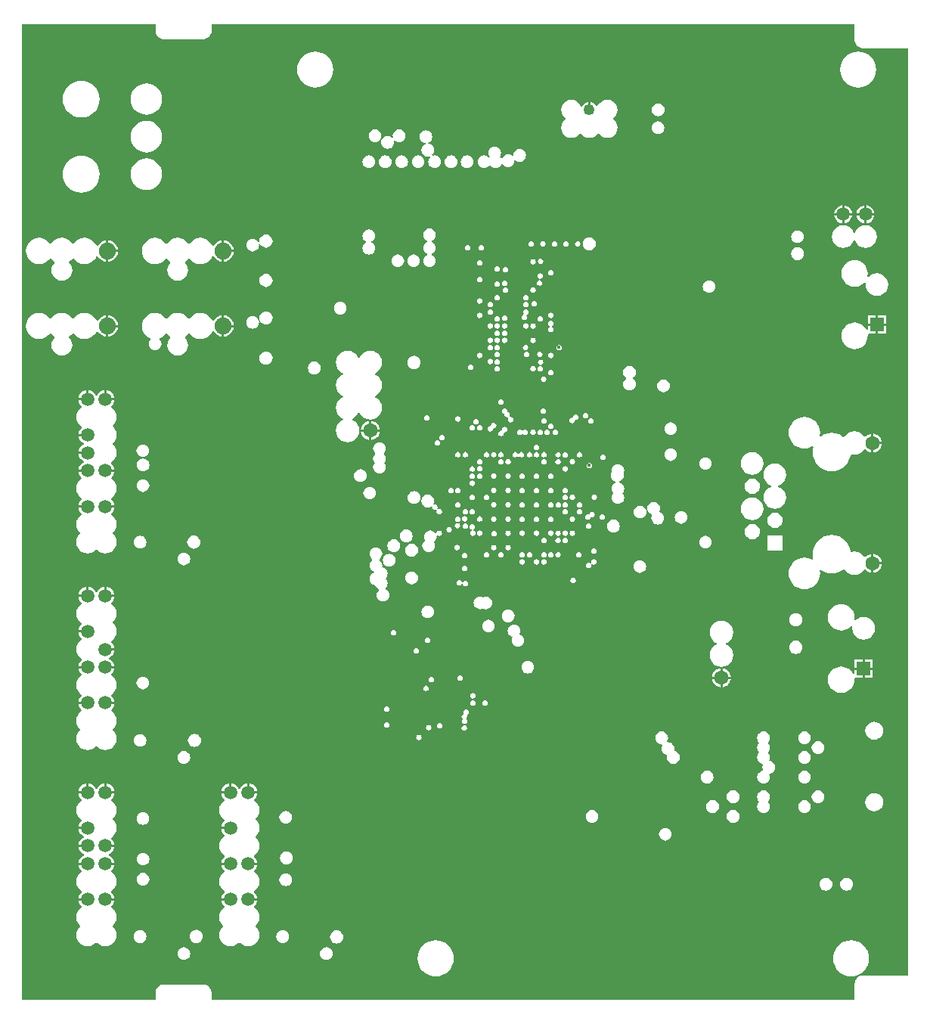
<source format=gbr>
G04*
G04 #@! TF.GenerationSoftware,Altium Limited,Altium Designer,24.2.2 (26)*
G04*
G04 Layer_Physical_Order=2*
G04 Layer_Color=36540*
%FSLAX44Y44*%
%MOMM*%
G71*
G04*
G04 #@! TF.SameCoordinates,D1F85D35-12B9-47B7-842E-F7ABDB1EEA32*
G04*
G04*
G04 #@! TF.FilePolarity,Positive*
G04*
G01*
G75*
%ADD104C,1.9000*%
%ADD107C,1.2500*%
%ADD110R,1.5080X1.5080*%
%ADD111C,1.5000*%
%ADD112C,1.6000*%
%ADD115C,2.5000*%
%ADD117C,0.4000*%
G36*
X936116Y1078000D02*
X936153Y1077811D01*
X936134Y1077619D01*
X936230Y1076644D01*
X936396Y1076098D01*
X936507Y1075538D01*
X937254Y1073736D01*
X938096Y1072476D01*
X939475Y1071096D01*
X940736Y1070254D01*
X942538Y1069507D01*
X943098Y1069396D01*
X943644Y1069230D01*
X944619Y1069134D01*
X944811Y1069153D01*
X945000Y1069116D01*
X996116D01*
Y30885D01*
X945000Y30885D01*
X944811Y30847D01*
X944619Y30866D01*
X943644Y30770D01*
X943098Y30604D01*
X942538Y30493D01*
X940736Y29746D01*
X939475Y28904D01*
X938096Y27525D01*
X937254Y26265D01*
X936507Y24462D01*
X936396Y23902D01*
X936230Y23356D01*
X936134Y22381D01*
X936153Y22189D01*
X936116Y22000D01*
X936116Y3885D01*
X215885D01*
Y12000D01*
X215847Y12189D01*
X215866Y12381D01*
X215770Y13356D01*
X215604Y13903D01*
X215493Y14462D01*
X214746Y16265D01*
X213904Y17525D01*
X212525Y18904D01*
X211264Y19746D01*
X209462Y20493D01*
X208902Y20604D01*
X208356Y20770D01*
X207381Y20866D01*
X207189Y20847D01*
X207000Y20885D01*
X162000Y20885D01*
X161811Y20847D01*
X161619Y20866D01*
X160644Y20770D01*
X160098Y20604D01*
X159538Y20493D01*
X157736Y19746D01*
X156475Y18904D01*
X155096Y17525D01*
X154254Y16264D01*
X153507Y14462D01*
X153396Y13902D01*
X153230Y13356D01*
X153134Y12381D01*
X153153Y12189D01*
X153116Y12000D01*
X153116Y3885D01*
X3885D01*
Y1096116D01*
X153116D01*
Y1088000D01*
X153153Y1087811D01*
X153134Y1087619D01*
X153230Y1086644D01*
X153396Y1086098D01*
X153507Y1085538D01*
X154254Y1083736D01*
X155096Y1082476D01*
X156475Y1081096D01*
X157736Y1080254D01*
X159538Y1079508D01*
X160098Y1079396D01*
X160644Y1079230D01*
X161619Y1079134D01*
X161811Y1079153D01*
X162000Y1079116D01*
X207000Y1079116D01*
X207189Y1079153D01*
X207381Y1079134D01*
X208356Y1079230D01*
X208902Y1079396D01*
X209462Y1079508D01*
X211264Y1080254D01*
X212525Y1081096D01*
X213904Y1082476D01*
X214746Y1083736D01*
X215493Y1085538D01*
X215604Y1086098D01*
X215770Y1086644D01*
X215866Y1087619D01*
X215847Y1087811D01*
X215885Y1088000D01*
X215885Y1096116D01*
X936116D01*
Y1078000D01*
D02*
G37*
%LPC*%
G36*
X940000Y1065157D02*
X936068Y1064770D01*
X932286Y1063623D01*
X928801Y1061760D01*
X925747Y1059253D01*
X923240Y1056199D01*
X921377Y1052714D01*
X920230Y1048933D01*
X919843Y1045000D01*
X920230Y1041068D01*
X921377Y1037286D01*
X923240Y1033801D01*
X925747Y1030747D01*
X928801Y1028240D01*
X932286Y1026377D01*
X936068Y1025230D01*
X940000Y1024843D01*
X943933Y1025230D01*
X947714Y1026377D01*
X951199Y1028240D01*
X954253Y1030747D01*
X956760Y1033801D01*
X958623Y1037286D01*
X959770Y1041068D01*
X960157Y1045000D01*
X959770Y1048933D01*
X958623Y1052714D01*
X956760Y1056199D01*
X954253Y1059253D01*
X951199Y1061760D01*
X947714Y1063623D01*
X943933Y1064770D01*
X940000Y1065157D01*
D02*
G37*
G36*
X332000D02*
X328068Y1064770D01*
X324286Y1063623D01*
X320802Y1061760D01*
X317747Y1059253D01*
X315240Y1056199D01*
X313377Y1052714D01*
X312230Y1048933D01*
X311843Y1045000D01*
X312230Y1041068D01*
X313377Y1037286D01*
X315240Y1033801D01*
X317747Y1030747D01*
X320802Y1028240D01*
X324286Y1026377D01*
X328068Y1025230D01*
X332000Y1024843D01*
X335933Y1025230D01*
X339714Y1026377D01*
X343199Y1028240D01*
X346253Y1030747D01*
X348760Y1033801D01*
X350623Y1037286D01*
X351770Y1041068D01*
X352157Y1045000D01*
X351770Y1048933D01*
X350623Y1052714D01*
X348760Y1056199D01*
X346253Y1059253D01*
X343199Y1061760D01*
X339714Y1063623D01*
X335933Y1064770D01*
X332000Y1065157D01*
D02*
G37*
G36*
X659000Y1011408D02*
X656048Y1011019D01*
X653296Y1009879D01*
X650934Y1008066D01*
X649121Y1005704D01*
X648324Y1003779D01*
X646949D01*
X646678Y1004433D01*
X645269Y1006269D01*
X643433Y1007678D01*
X641295Y1008564D01*
X640270Y1008699D01*
Y1000000D01*
X637730D01*
Y1008699D01*
X636705Y1008564D01*
X634567Y1007678D01*
X632731Y1006269D01*
X631322Y1004433D01*
X631051Y1003779D01*
X629677D01*
X628879Y1005704D01*
X627066Y1008066D01*
X624704Y1009879D01*
X621953Y1011019D01*
X619000Y1011408D01*
X616048Y1011019D01*
X613296Y1009879D01*
X610934Y1008066D01*
X609121Y1005704D01*
X607981Y1002952D01*
X607592Y1000000D01*
X607981Y997048D01*
X609121Y994296D01*
X610934Y991934D01*
X612410Y990800D01*
Y989200D01*
X610934Y988066D01*
X609121Y985704D01*
X607981Y982952D01*
X607592Y980000D01*
X607981Y977048D01*
X609121Y974296D01*
X610934Y971934D01*
X613296Y970121D01*
X616048Y968981D01*
X619000Y968592D01*
X621953Y968981D01*
X624704Y970121D01*
X627066Y971934D01*
X628200Y973410D01*
X629800D01*
X630934Y971934D01*
X633296Y970121D01*
X636048Y968981D01*
X639000Y968592D01*
X641953Y968981D01*
X644704Y970121D01*
X647066Y971934D01*
X648200Y973410D01*
X649800D01*
X650934Y971934D01*
X653296Y970121D01*
X656048Y968981D01*
X659000Y968592D01*
X661953Y968981D01*
X664704Y970121D01*
X667066Y971934D01*
X668879Y974296D01*
X670019Y977048D01*
X670408Y980000D01*
X670019Y982952D01*
X668879Y985704D01*
X667066Y988066D01*
X665590Y989200D01*
Y990800D01*
X667066Y991934D01*
X668879Y994296D01*
X670019Y997048D01*
X670408Y1000000D01*
X670019Y1002952D01*
X668879Y1005704D01*
X667066Y1008066D01*
X664704Y1009879D01*
X661953Y1011019D01*
X659000Y1011408D01*
D02*
G37*
G36*
X143000Y1029643D02*
X139558Y1029304D01*
X136248Y1028299D01*
X133197Y1026669D01*
X130523Y1024475D01*
X128329Y1021801D01*
X126698Y1018750D01*
X125694Y1015440D01*
X125355Y1011998D01*
X125694Y1008555D01*
X126698Y1005245D01*
X128329Y1002195D01*
X130523Y999521D01*
X133197Y997326D01*
X136248Y995696D01*
X139558Y994692D01*
X143000Y994353D01*
X146442Y994692D01*
X149752Y995696D01*
X152803Y997326D01*
X155477Y999521D01*
X157671Y1002195D01*
X159302Y1005245D01*
X160306Y1008555D01*
X160645Y1011998D01*
X160306Y1015440D01*
X159302Y1018750D01*
X157671Y1021801D01*
X155477Y1024475D01*
X152803Y1026669D01*
X149752Y1028299D01*
X146442Y1029304D01*
X143000Y1029643D01*
D02*
G37*
G36*
X716054Y1007061D02*
X714211Y1006818D01*
X712494Y1006107D01*
X711019Y1004976D01*
X709887Y1003501D01*
X709176Y1001783D01*
X708933Y999940D01*
X709176Y998097D01*
X709887Y996380D01*
X711019Y994905D01*
X712494Y993773D01*
X714211Y993062D01*
X716054Y992819D01*
X717897Y993062D01*
X719614Y993773D01*
X721089Y994905D01*
X722221Y996380D01*
X722932Y998097D01*
X723175Y999940D01*
X722932Y1001783D01*
X722221Y1003501D01*
X721089Y1004976D01*
X719614Y1006107D01*
X717897Y1006818D01*
X716054Y1007061D01*
D02*
G37*
G36*
X70000Y1032658D02*
X65969Y1032261D01*
X62094Y1031085D01*
X58522Y1029176D01*
X55391Y1026607D01*
X52822Y1023476D01*
X50913Y1019904D01*
X49737Y1016029D01*
X49340Y1011998D01*
X49737Y1007968D01*
X50913Y1004092D01*
X52822Y1000520D01*
X55391Y997390D01*
X58522Y994820D01*
X62094Y992911D01*
X65969Y991736D01*
X70000Y991339D01*
X74030Y991736D01*
X77906Y992911D01*
X81478Y994820D01*
X84608Y997390D01*
X87178Y1000520D01*
X89087Y1004092D01*
X90262Y1007968D01*
X90659Y1011998D01*
X90262Y1016029D01*
X89087Y1019904D01*
X87178Y1023476D01*
X84608Y1026607D01*
X81478Y1029176D01*
X77906Y1031085D01*
X74030Y1032261D01*
X70000Y1032658D01*
D02*
G37*
G36*
X715963Y987158D02*
X714120Y986915D01*
X712403Y986204D01*
X710928Y985072D01*
X709796Y983597D01*
X709085Y981880D01*
X708842Y980037D01*
X709085Y978194D01*
X709796Y976476D01*
X710928Y975002D01*
X712403Y973870D01*
X714120Y973158D01*
X715963Y972916D01*
X717806Y973158D01*
X719524Y973870D01*
X720999Y975002D01*
X722130Y976476D01*
X722842Y978194D01*
X723084Y980037D01*
X722842Y981880D01*
X722130Y983597D01*
X720999Y985072D01*
X719524Y986204D01*
X717806Y986915D01*
X715963Y987158D01*
D02*
G37*
G36*
X426000Y978121D02*
X424157Y977878D01*
X422440Y977167D01*
X420965Y976035D01*
X419833Y974560D01*
X419122Y972843D01*
X418879Y971000D01*
X419097Y969347D01*
X418566Y968873D01*
X417948Y968688D01*
X416603Y969720D01*
X414886Y970432D01*
X413043Y970674D01*
X411200Y970432D01*
X409482Y969720D01*
X408008Y968588D01*
X406876Y967114D01*
X406165Y965396D01*
X405922Y963553D01*
X406165Y961710D01*
X406876Y959993D01*
X408008Y958518D01*
X409482Y957386D01*
X411200Y956675D01*
X413043Y956432D01*
X414886Y956675D01*
X416603Y957386D01*
X418078Y958518D01*
X419210Y959993D01*
X419921Y961710D01*
X420164Y963553D01*
X419946Y965206D01*
X420477Y965680D01*
X421095Y965865D01*
X422440Y964833D01*
X424157Y964122D01*
X426000Y963879D01*
X427843Y964122D01*
X429561Y964833D01*
X431035Y965965D01*
X432167Y967439D01*
X432878Y969157D01*
X433121Y971000D01*
X432878Y972843D01*
X432167Y974560D01*
X431035Y976035D01*
X429561Y977167D01*
X427843Y977878D01*
X426000Y978121D01*
D02*
G37*
G36*
X399000D02*
X397157Y977878D01*
X395439Y977167D01*
X393965Y976035D01*
X392833Y974560D01*
X392122Y972843D01*
X391879Y971000D01*
X392122Y969157D01*
X392833Y967439D01*
X393965Y965965D01*
X395439Y964833D01*
X397157Y964122D01*
X399000Y963879D01*
X400843Y964122D01*
X402561Y964833D01*
X404035Y965965D01*
X405167Y967439D01*
X405878Y969157D01*
X406121Y971000D01*
X405878Y972843D01*
X405167Y974560D01*
X404035Y976035D01*
X402561Y977167D01*
X400843Y977878D01*
X399000Y978121D01*
D02*
G37*
G36*
X143000Y987643D02*
X139558Y987304D01*
X136248Y986300D01*
X133197Y984669D01*
X130523Y982475D01*
X128329Y979801D01*
X126698Y976750D01*
X125694Y973440D01*
X125355Y969998D01*
X125694Y966555D01*
X126698Y963245D01*
X128329Y960195D01*
X130523Y957521D01*
X133197Y955327D01*
X136248Y953696D01*
X139558Y952692D01*
X143000Y952353D01*
X146442Y952692D01*
X149752Y953696D01*
X152803Y955327D01*
X155477Y957521D01*
X157671Y960195D01*
X159302Y963245D01*
X160306Y966555D01*
X160645Y969998D01*
X160306Y973440D01*
X159302Y976750D01*
X157671Y979801D01*
X155477Y982475D01*
X152803Y984669D01*
X149752Y986300D01*
X146442Y987304D01*
X143000Y987643D01*
D02*
G37*
G36*
X533000Y959121D02*
X531157Y958878D01*
X529440Y958167D01*
X527965Y957035D01*
X526833Y955560D01*
X526122Y953843D01*
X525879Y952000D01*
X526122Y950157D01*
X526833Y948440D01*
X527661Y947360D01*
X527565Y947128D01*
X526110Y946938D01*
X526035Y947035D01*
X524560Y948167D01*
X522843Y948878D01*
X521000Y949121D01*
X519157Y948878D01*
X517439Y948167D01*
X515965Y947035D01*
X514833Y945561D01*
X514122Y943843D01*
X513879Y942000D01*
X514122Y940157D01*
X514833Y938439D01*
X515965Y936965D01*
X517439Y935833D01*
X519157Y935122D01*
X521000Y934879D01*
X522843Y935122D01*
X524560Y935833D01*
X526035Y936965D01*
X526736Y937878D01*
X526798Y937910D01*
X528201D01*
X528264Y937878D01*
X528965Y936965D01*
X530440Y935833D01*
X532157Y935122D01*
X534000Y934879D01*
X535843Y935122D01*
X537560Y935833D01*
X539035Y936965D01*
X540167Y938439D01*
X540520Y939292D01*
X541430Y939394D01*
X541913Y939336D01*
X542965Y937965D01*
X544440Y936833D01*
X546157Y936122D01*
X548000Y935879D01*
X549843Y936122D01*
X551561Y936833D01*
X553035Y937965D01*
X554167Y939439D01*
X554878Y941157D01*
X555121Y943000D01*
X555107Y943103D01*
X556310Y943700D01*
X557440Y942833D01*
X559157Y942122D01*
X561000Y941879D01*
X562843Y942122D01*
X564560Y942833D01*
X566035Y943965D01*
X567167Y945440D01*
X567878Y947157D01*
X568121Y949000D01*
X567878Y950843D01*
X567167Y952561D01*
X566035Y954035D01*
X564560Y955167D01*
X562843Y955878D01*
X561000Y956121D01*
X559157Y955878D01*
X557440Y955167D01*
X555965Y954035D01*
X554833Y952561D01*
X554122Y950843D01*
X553879Y949000D01*
X553893Y948897D01*
X552690Y948300D01*
X551561Y949167D01*
X549843Y949878D01*
X548000Y950121D01*
X546157Y949878D01*
X544440Y949167D01*
X542965Y948035D01*
X541833Y946561D01*
X541480Y945708D01*
X540570Y945606D01*
X540087Y945664D01*
X539035Y947035D01*
X538440Y947492D01*
X539167Y948440D01*
X539878Y950157D01*
X540121Y952000D01*
X539878Y953843D01*
X539167Y955560D01*
X538035Y957035D01*
X536560Y958167D01*
X534843Y958878D01*
X533000Y959121D01*
D02*
G37*
G36*
X502000Y949121D02*
X500157Y948878D01*
X498440Y948167D01*
X496965Y947035D01*
X495833Y945561D01*
X495122Y943843D01*
X494879Y942000D01*
X495122Y940157D01*
X495833Y938439D01*
X496965Y936965D01*
X498440Y935833D01*
X500157Y935122D01*
X502000Y934879D01*
X503843Y935122D01*
X505560Y935833D01*
X507035Y936965D01*
X508167Y938439D01*
X508878Y940157D01*
X509121Y942000D01*
X508878Y943843D01*
X508167Y945561D01*
X507035Y947035D01*
X505560Y948167D01*
X503843Y948878D01*
X502000Y949121D01*
D02*
G37*
G36*
X484143D02*
X482300Y948878D01*
X480582Y948167D01*
X479108Y947035D01*
X477976Y945561D01*
X477265Y943843D01*
X477022Y942000D01*
X477265Y940157D01*
X477976Y938439D01*
X479108Y936965D01*
X480582Y935833D01*
X482300Y935122D01*
X484143Y934879D01*
X485986Y935122D01*
X487703Y935833D01*
X489178Y936965D01*
X490310Y938439D01*
X491021Y940157D01*
X491264Y942000D01*
X491021Y943843D01*
X490310Y945561D01*
X489178Y947035D01*
X487703Y948167D01*
X485986Y948878D01*
X484143Y949121D01*
D02*
G37*
G36*
X456000Y977121D02*
X454157Y976878D01*
X452440Y976167D01*
X450965Y975035D01*
X449833Y973560D01*
X449122Y971843D01*
X448879Y970000D01*
X449122Y968157D01*
X449833Y966440D01*
X450965Y964965D01*
X452440Y963833D01*
X454157Y963122D01*
X455434Y962953D01*
X455606Y961650D01*
X454440Y961167D01*
X452965Y960035D01*
X451833Y958560D01*
X451122Y956843D01*
X450879Y955000D01*
X451122Y953157D01*
X451833Y951440D01*
X452965Y949965D01*
X454440Y948833D01*
X456157Y948122D01*
X458000Y947879D01*
X459843Y948122D01*
X460203Y948271D01*
X460844Y947161D01*
X460679Y947035D01*
X459547Y945561D01*
X458836Y943843D01*
X458593Y942000D01*
X458836Y940157D01*
X459547Y938439D01*
X460679Y936965D01*
X462154Y935833D01*
X463871Y935122D01*
X465714Y934879D01*
X467557Y935122D01*
X469275Y935833D01*
X470750Y936965D01*
X471881Y938439D01*
X472593Y940157D01*
X472835Y942000D01*
X472593Y943843D01*
X471881Y945561D01*
X470750Y947035D01*
X469275Y948167D01*
X467557Y948878D01*
X465714Y949121D01*
X463871Y948878D01*
X463511Y948729D01*
X462871Y949838D01*
X463035Y949965D01*
X464167Y951440D01*
X464878Y953157D01*
X465121Y955000D01*
X464878Y956843D01*
X464167Y958560D01*
X463035Y960035D01*
X461560Y961167D01*
X459843Y961878D01*
X458566Y962046D01*
X458394Y963350D01*
X459560Y963833D01*
X461035Y964965D01*
X462167Y966440D01*
X462878Y968157D01*
X463121Y970000D01*
X462878Y971843D01*
X462167Y973560D01*
X461035Y975035D01*
X459560Y976167D01*
X457843Y976878D01*
X456000Y977121D01*
D02*
G37*
G36*
X447286Y949121D02*
X445443Y948878D01*
X443725Y948167D01*
X442250Y947035D01*
X441119Y945561D01*
X440407Y943843D01*
X440165Y942000D01*
X440407Y940157D01*
X441119Y938439D01*
X442250Y936965D01*
X443725Y935833D01*
X445443Y935122D01*
X447286Y934879D01*
X449129Y935122D01*
X450846Y935833D01*
X452321Y936965D01*
X453453Y938439D01*
X454164Y940157D01*
X454407Y942000D01*
X454164Y943843D01*
X453453Y945561D01*
X452321Y947035D01*
X450846Y948167D01*
X449129Y948878D01*
X447286Y949121D01*
D02*
G37*
G36*
X428857D02*
X427014Y948878D01*
X425297Y948167D01*
X423822Y947035D01*
X422690Y945561D01*
X421979Y943843D01*
X421736Y942000D01*
X421979Y940157D01*
X422690Y938439D01*
X423822Y936965D01*
X425297Y935833D01*
X427014Y935122D01*
X428857Y934879D01*
X430700Y935122D01*
X432418Y935833D01*
X433892Y936965D01*
X435024Y938439D01*
X435735Y940157D01*
X435978Y942000D01*
X435735Y943843D01*
X435024Y945561D01*
X433892Y947035D01*
X432418Y948167D01*
X430700Y948878D01*
X428857Y949121D01*
D02*
G37*
G36*
X410429D02*
X408586Y948878D01*
X406868Y948167D01*
X405393Y947035D01*
X404262Y945561D01*
X403550Y943843D01*
X403308Y942000D01*
X403550Y940157D01*
X404262Y938439D01*
X405393Y936965D01*
X406868Y935833D01*
X408586Y935122D01*
X410429Y934879D01*
X412272Y935122D01*
X413989Y935833D01*
X415464Y936965D01*
X416595Y938439D01*
X417307Y940157D01*
X417550Y942000D01*
X417307Y943843D01*
X416595Y945561D01*
X415464Y947035D01*
X413989Y948167D01*
X412272Y948878D01*
X410429Y949121D01*
D02*
G37*
G36*
X392000D02*
X390157Y948878D01*
X388439Y948167D01*
X386965Y947035D01*
X385833Y945561D01*
X385122Y943843D01*
X384879Y942000D01*
X385122Y940157D01*
X385833Y938439D01*
X386965Y936965D01*
X388439Y935833D01*
X390157Y935122D01*
X392000Y934879D01*
X393843Y935122D01*
X395560Y935833D01*
X397035Y936965D01*
X398167Y938439D01*
X398878Y940157D01*
X399121Y942000D01*
X398878Y943843D01*
X398167Y945561D01*
X397035Y947035D01*
X395560Y948167D01*
X393843Y948878D01*
X392000Y949121D01*
D02*
G37*
G36*
X143000Y945643D02*
X139558Y945304D01*
X136248Y944300D01*
X133197Y942669D01*
X130523Y940475D01*
X128329Y937801D01*
X126698Y934751D01*
X125694Y931440D01*
X125355Y927998D01*
X125694Y924556D01*
X126698Y921246D01*
X128329Y918195D01*
X130523Y915521D01*
X133197Y913327D01*
X136248Y911696D01*
X139558Y910692D01*
X143000Y910353D01*
X146442Y910692D01*
X149752Y911696D01*
X152803Y913327D01*
X155477Y915521D01*
X157671Y918195D01*
X159302Y921246D01*
X160306Y924556D01*
X160645Y927998D01*
X160306Y931440D01*
X159302Y934751D01*
X157671Y937801D01*
X155477Y940475D01*
X152803Y942669D01*
X149752Y944300D01*
X146442Y945304D01*
X143000Y945643D01*
D02*
G37*
G36*
X70000Y948658D02*
X65969Y948261D01*
X62094Y947085D01*
X58522Y945176D01*
X55391Y942607D01*
X52822Y939476D01*
X50913Y935905D01*
X49737Y932029D01*
X49340Y927999D01*
X49737Y923968D01*
X50913Y920092D01*
X52822Y916521D01*
X55391Y913390D01*
X58522Y910821D01*
X62094Y908912D01*
X65969Y907736D01*
X70000Y907339D01*
X74030Y907736D01*
X77906Y908912D01*
X81478Y910821D01*
X84608Y913390D01*
X87178Y916521D01*
X89087Y920092D01*
X90262Y923968D01*
X90659Y927999D01*
X90262Y932029D01*
X89087Y935905D01*
X87178Y939476D01*
X84608Y942607D01*
X81478Y945176D01*
X77906Y947085D01*
X74030Y948261D01*
X70000Y948658D01*
D02*
G37*
G36*
X949488Y893143D02*
Y884454D01*
X958177D01*
X957999Y885805D01*
X956988Y888247D01*
X955378Y890344D01*
X953281Y891954D01*
X950839Y892965D01*
X949488Y893143D01*
D02*
G37*
G36*
X924488D02*
Y884454D01*
X933177D01*
X932999Y885805D01*
X931988Y888247D01*
X930378Y890344D01*
X928281Y891954D01*
X925839Y892965D01*
X924488Y893143D01*
D02*
G37*
G36*
X946948D02*
X945597Y892965D01*
X943155Y891954D01*
X941057Y890344D01*
X939448Y888247D01*
X938436Y885805D01*
X938259Y884454D01*
X946948D01*
Y893143D01*
D02*
G37*
G36*
X921948D02*
X920597Y892965D01*
X918155Y891954D01*
X916057Y890344D01*
X914448Y888247D01*
X913436Y885805D01*
X913259Y884454D01*
X921948D01*
Y893143D01*
D02*
G37*
G36*
X958177Y881914D02*
X949488D01*
Y873224D01*
X950839Y873402D01*
X953281Y874414D01*
X955378Y876023D01*
X956988Y878121D01*
X957999Y880563D01*
X958177Y881914D01*
D02*
G37*
G36*
X933177D02*
X924488D01*
Y873224D01*
X925839Y873402D01*
X928281Y874414D01*
X930378Y876023D01*
X931988Y878121D01*
X932999Y880563D01*
X933177Y881914D01*
D02*
G37*
G36*
X946948D02*
X938259D01*
X938436Y880563D01*
X939448Y878121D01*
X941057Y876023D01*
X943155Y874414D01*
X945597Y873402D01*
X946948Y873224D01*
Y881914D01*
D02*
G37*
G36*
X921948D02*
X913259D01*
X913436Y880563D01*
X914448Y878121D01*
X916057Y876023D01*
X918155Y874414D01*
X920597Y873402D01*
X921948Y873224D01*
Y881914D01*
D02*
G37*
G36*
X948218Y870852D02*
X944939Y870421D01*
X941884Y869155D01*
X939260Y867142D01*
X937247Y864518D01*
X936405Y862486D01*
X935031D01*
X934189Y864518D01*
X932176Y867142D01*
X929552Y869155D01*
X926497Y870421D01*
X923218Y870852D01*
X919939Y870421D01*
X916884Y869155D01*
X914260Y867142D01*
X912247Y864518D01*
X910981Y861463D01*
X910549Y858184D01*
X910981Y854905D01*
X912247Y851850D01*
X914260Y849226D01*
X916884Y847213D01*
X919939Y845947D01*
X923218Y845516D01*
X926497Y845947D01*
X929552Y847213D01*
X932176Y849226D01*
X934189Y851850D01*
X935031Y853881D01*
X936405D01*
X937247Y851850D01*
X939260Y849226D01*
X941884Y847213D01*
X944939Y845947D01*
X948218Y845516D01*
X951497Y845947D01*
X954552Y847213D01*
X957176Y849226D01*
X959189Y851850D01*
X960455Y854905D01*
X960886Y858184D01*
X960455Y861463D01*
X959189Y864518D01*
X957176Y867142D01*
X954552Y869155D01*
X951497Y870421D01*
X948218Y870852D01*
D02*
G37*
G36*
X277000Y860408D02*
X275083Y860156D01*
X273296Y859416D01*
X271761Y858239D01*
X270584Y856704D01*
X269844Y854917D01*
X269592Y853000D01*
X269773Y851620D01*
X268536Y851289D01*
X268225Y852039D01*
X267093Y853514D01*
X265618Y854646D01*
X263901Y855357D01*
X262058Y855600D01*
X260215Y855357D01*
X258498Y854646D01*
X257023Y853514D01*
X255891Y852039D01*
X255180Y850322D01*
X254937Y848479D01*
X255180Y846636D01*
X255891Y844919D01*
X257023Y843444D01*
X258498Y842312D01*
X260215Y841601D01*
X262058Y841358D01*
X263901Y841601D01*
X265618Y842312D01*
X267093Y843444D01*
X268225Y844919D01*
X268936Y846636D01*
X269179Y848479D01*
X269007Y849784D01*
X270245Y850116D01*
X270584Y849296D01*
X271761Y847762D01*
X273296Y846584D01*
X275083Y845844D01*
X277000Y845592D01*
X278917Y845844D01*
X280704Y846584D01*
X282239Y847762D01*
X283416Y849296D01*
X284156Y851083D01*
X284408Y853000D01*
X284156Y854917D01*
X283416Y856704D01*
X282239Y858239D01*
X280704Y859416D01*
X278917Y860156D01*
X277000Y860408D01*
D02*
G37*
G36*
X872000Y865121D02*
X870157Y864878D01*
X868439Y864167D01*
X866965Y863035D01*
X865833Y861561D01*
X865122Y859843D01*
X864879Y858000D01*
X865122Y856157D01*
X865833Y854439D01*
X866965Y852965D01*
X868439Y851833D01*
X870157Y851122D01*
X872000Y850879D01*
X873843Y851122D01*
X875561Y851833D01*
X877035Y852965D01*
X878167Y854439D01*
X878878Y856157D01*
X879121Y858000D01*
X878878Y859843D01*
X878167Y861561D01*
X877035Y863035D01*
X875561Y864167D01*
X873843Y864878D01*
X872000Y865121D01*
D02*
G37*
G36*
X203400Y856686D02*
X199599Y856185D01*
X196057Y854718D01*
X193016Y852384D01*
X191335Y850194D01*
X190065D01*
X188384Y852384D01*
X185343Y854718D01*
X181801Y856185D01*
X178000Y856686D01*
X174199Y856185D01*
X170657Y854718D01*
X167616Y852384D01*
X165935Y850194D01*
X164665D01*
X162984Y852384D01*
X159943Y854718D01*
X156401Y856185D01*
X152600Y856686D01*
X148799Y856185D01*
X145257Y854718D01*
X142216Y852384D01*
X139882Y849343D01*
X138415Y845801D01*
X137914Y842000D01*
X138415Y838199D01*
X139882Y834657D01*
X142216Y831616D01*
X145257Y829282D01*
X148799Y827815D01*
X152600Y827314D01*
X156401Y827815D01*
X159943Y829282D01*
X162984Y831616D01*
X164665Y833806D01*
X165935D01*
X167616Y831616D01*
X169794Y829944D01*
Y829097D01*
X169624Y828474D01*
X167902Y826230D01*
X166738Y823418D01*
X166340Y820400D01*
X166738Y817382D01*
X167902Y814570D01*
X169755Y812155D01*
X172170Y810302D01*
X174982Y809137D01*
X178000Y808740D01*
X181018Y809137D01*
X183830Y810302D01*
X186245Y812155D01*
X188098Y814570D01*
X189262Y817382D01*
X189660Y820400D01*
X189262Y823418D01*
X188098Y826230D01*
X186376Y828474D01*
X186206Y829097D01*
Y829944D01*
X188384Y831616D01*
X190065Y833806D01*
X191335D01*
X193016Y831616D01*
X196057Y829282D01*
X199599Y827815D01*
X203400Y827314D01*
X207201Y827815D01*
X210743Y829282D01*
X213784Y831616D01*
X216118Y834657D01*
X216829Y836373D01*
X218099Y836373D01*
X218283Y835928D01*
X220213Y833413D01*
X222728Y831483D01*
X225657Y830270D01*
X227530Y830023D01*
Y842000D01*
Y853977D01*
X225657Y853730D01*
X222728Y852517D01*
X220213Y850587D01*
X218283Y848072D01*
X218099Y847627D01*
X216829Y847627D01*
X216118Y849343D01*
X213784Y852384D01*
X210743Y854718D01*
X207201Y856185D01*
X203400Y856686D01*
D02*
G37*
G36*
X73700D02*
X69899Y856185D01*
X66357Y854718D01*
X63316Y852384D01*
X61635Y850194D01*
X60365D01*
X58684Y852384D01*
X55643Y854718D01*
X52101Y856185D01*
X48300Y856686D01*
X44499Y856185D01*
X40957Y854718D01*
X37916Y852384D01*
X36235Y850194D01*
X34965D01*
X33284Y852384D01*
X30243Y854718D01*
X26701Y856185D01*
X22900Y856686D01*
X19099Y856185D01*
X15557Y854718D01*
X12516Y852384D01*
X10182Y849343D01*
X8715Y845801D01*
X8214Y842000D01*
X8715Y838199D01*
X10182Y834657D01*
X12516Y831616D01*
X15557Y829282D01*
X19099Y827815D01*
X22900Y827314D01*
X26701Y827815D01*
X30243Y829282D01*
X33284Y831616D01*
X34965Y833806D01*
X36235D01*
X37916Y831616D01*
X40094Y829944D01*
Y829097D01*
X39924Y828474D01*
X38202Y826230D01*
X37038Y823418D01*
X36640Y820400D01*
X37038Y817382D01*
X38202Y814570D01*
X40055Y812155D01*
X42470Y810302D01*
X45282Y809137D01*
X48300Y808740D01*
X51318Y809137D01*
X54130Y810302D01*
X56545Y812155D01*
X58398Y814570D01*
X59562Y817382D01*
X59960Y820400D01*
X59562Y823418D01*
X58398Y826230D01*
X56676Y828474D01*
X56506Y829097D01*
Y829944D01*
X58684Y831616D01*
X60365Y833806D01*
X61635D01*
X63316Y831616D01*
X66357Y829282D01*
X69899Y827815D01*
X73700Y827314D01*
X77501Y827815D01*
X81043Y829282D01*
X84084Y831616D01*
X86418Y834657D01*
X87129Y836373D01*
X88399Y836373D01*
X88583Y835928D01*
X90513Y833413D01*
X93028Y831483D01*
X95957Y830270D01*
X97830Y830023D01*
Y842000D01*
Y853977D01*
X95957Y853730D01*
X93028Y852517D01*
X90513Y850587D01*
X88583Y848072D01*
X88399Y847627D01*
X87129Y847627D01*
X86418Y849343D01*
X84084Y852384D01*
X81043Y854718D01*
X77501Y856185D01*
X73700Y856686D01*
D02*
G37*
G36*
X626000Y853079D02*
X624822Y852845D01*
X623823Y852177D01*
X623155Y851178D01*
X622921Y850000D01*
X623155Y848822D01*
X623823Y847823D01*
X624822Y847155D01*
X626000Y846921D01*
X627178Y847155D01*
X628177Y847823D01*
X628845Y848822D01*
X629079Y850000D01*
X628845Y851178D01*
X628177Y852177D01*
X627178Y852845D01*
X626000Y853079D01*
D02*
G37*
G36*
X613000D02*
X611822Y852845D01*
X610823Y852177D01*
X610155Y851178D01*
X609921Y850000D01*
X610155Y848822D01*
X610823Y847823D01*
X611822Y847155D01*
X613000Y846921D01*
X614178Y847155D01*
X615177Y847823D01*
X615845Y848822D01*
X616079Y850000D01*
X615845Y851178D01*
X615177Y852177D01*
X614178Y852845D01*
X613000Y853079D01*
D02*
G37*
G36*
X600000D02*
X598822Y852845D01*
X597823Y852177D01*
X597155Y851178D01*
X596921Y850000D01*
X597155Y848822D01*
X597823Y847823D01*
X598822Y847155D01*
X600000Y846921D01*
X601178Y847155D01*
X602177Y847823D01*
X602845Y848822D01*
X603079Y850000D01*
X602845Y851178D01*
X602177Y852177D01*
X601178Y852845D01*
X600000Y853079D01*
D02*
G37*
G36*
X587000D02*
X585822Y852845D01*
X584823Y852177D01*
X584155Y851178D01*
X583921Y850000D01*
X584155Y848822D01*
X584823Y847823D01*
X585822Y847155D01*
X587000Y846921D01*
X588178Y847155D01*
X589177Y847823D01*
X589845Y848822D01*
X590079Y850000D01*
X589845Y851178D01*
X589177Y852177D01*
X588178Y852845D01*
X587000Y853079D01*
D02*
G37*
G36*
X574000D02*
X572822Y852845D01*
X571823Y852177D01*
X571155Y851178D01*
X570921Y850000D01*
X571155Y848822D01*
X571823Y847823D01*
X572822Y847155D01*
X574000Y846921D01*
X575178Y847155D01*
X576177Y847823D01*
X576845Y848822D01*
X577079Y850000D01*
X576845Y851178D01*
X576177Y852177D01*
X575178Y852845D01*
X574000Y853079D01*
D02*
G37*
G36*
X230070Y853977D02*
Y843270D01*
X240777D01*
X240530Y845143D01*
X239317Y848072D01*
X237387Y850587D01*
X234872Y852517D01*
X231943Y853730D01*
X230070Y853977D01*
D02*
G37*
G36*
X100370D02*
Y843270D01*
X111077D01*
X110830Y845143D01*
X109617Y848072D01*
X107687Y850587D01*
X105172Y852517D01*
X102243Y853730D01*
X100370Y853977D01*
D02*
G37*
G36*
X639000Y857121D02*
X637157Y856878D01*
X635439Y856167D01*
X633965Y855035D01*
X632833Y853560D01*
X632122Y851843D01*
X631879Y850000D01*
X632122Y848157D01*
X632833Y846440D01*
X633965Y844965D01*
X635439Y843833D01*
X637157Y843122D01*
X639000Y842879D01*
X640843Y843122D01*
X642560Y843833D01*
X644035Y844965D01*
X645167Y846440D01*
X645878Y848157D01*
X646121Y850000D01*
X645878Y851843D01*
X645167Y853560D01*
X644035Y855035D01*
X642560Y856167D01*
X640843Y856878D01*
X639000Y857121D01*
D02*
G37*
G36*
X518000Y848579D02*
X516822Y848345D01*
X515823Y847677D01*
X515155Y846678D01*
X514921Y845500D01*
X515155Y844322D01*
X515823Y843323D01*
X516822Y842655D01*
X518000Y842421D01*
X519178Y842655D01*
X520177Y843323D01*
X520845Y844322D01*
X521079Y845500D01*
X520845Y846678D01*
X520177Y847677D01*
X519178Y848345D01*
X518000Y848579D01*
D02*
G37*
G36*
X503000D02*
X501822Y848345D01*
X500823Y847677D01*
X500155Y846678D01*
X499921Y845500D01*
X500155Y844322D01*
X500823Y843323D01*
X501822Y842655D01*
X503000Y842421D01*
X504178Y842655D01*
X505177Y843323D01*
X505845Y844322D01*
X506079Y845500D01*
X505845Y846678D01*
X505177Y847677D01*
X504178Y848345D01*
X503000Y848579D01*
D02*
G37*
G36*
X392000Y866121D02*
X390157Y865878D01*
X388439Y865167D01*
X386965Y864035D01*
X385833Y862561D01*
X385122Y860843D01*
X384879Y859000D01*
X385122Y857157D01*
X385833Y855440D01*
X386965Y853965D01*
X388439Y852833D01*
X388792Y852687D01*
Y851313D01*
X388439Y851167D01*
X386965Y850035D01*
X385833Y848560D01*
X385122Y846843D01*
X384879Y845000D01*
X385122Y843157D01*
X385833Y841440D01*
X386965Y839965D01*
X388439Y838833D01*
X390157Y838122D01*
X392000Y837879D01*
X393843Y838122D01*
X395560Y838833D01*
X397035Y839965D01*
X398167Y841440D01*
X398878Y843157D01*
X399121Y845000D01*
X398878Y846843D01*
X398167Y848560D01*
X397035Y850035D01*
X395560Y851167D01*
X395209Y851313D01*
Y852687D01*
X395560Y852833D01*
X397035Y853965D01*
X398167Y855440D01*
X398878Y857157D01*
X399121Y859000D01*
X398878Y860843D01*
X398167Y862561D01*
X397035Y864035D01*
X395560Y865167D01*
X393843Y865878D01*
X392000Y866121D01*
D02*
G37*
G36*
X872000Y846121D02*
X870157Y845878D01*
X868439Y845167D01*
X866965Y844035D01*
X865833Y842561D01*
X865122Y840843D01*
X864879Y839000D01*
X865122Y837157D01*
X865833Y835440D01*
X866965Y833965D01*
X868439Y832833D01*
X870157Y832122D01*
X872000Y831879D01*
X873843Y832122D01*
X875561Y832833D01*
X877035Y833965D01*
X878167Y835440D01*
X878878Y837157D01*
X879121Y839000D01*
X878878Y840843D01*
X878167Y842561D01*
X877035Y844035D01*
X875561Y845167D01*
X873843Y845878D01*
X872000Y846121D01*
D02*
G37*
G36*
X111077Y840730D02*
X100370D01*
Y830023D01*
X102243Y830270D01*
X105172Y831483D01*
X107687Y833413D01*
X109617Y835928D01*
X110830Y838857D01*
X111077Y840730D01*
D02*
G37*
G36*
X240777D02*
X230070D01*
Y830023D01*
X231943Y830270D01*
X234872Y831483D01*
X237387Y833413D01*
X239317Y835928D01*
X240530Y838857D01*
X240777Y840730D01*
D02*
G37*
G36*
X584354Y833717D02*
X583176Y833483D01*
X582177Y832815D01*
X581509Y831816D01*
X581275Y830638D01*
X581509Y829460D01*
X582177Y828461D01*
X583176Y827793D01*
X584354Y827559D01*
X585532Y827793D01*
X586531Y828461D01*
X587199Y829460D01*
X587433Y830638D01*
X587199Y831816D01*
X586531Y832815D01*
X585532Y833483D01*
X584354Y833717D01*
D02*
G37*
G36*
X576000Y833079D02*
X574822Y832845D01*
X573823Y832177D01*
X573155Y831178D01*
X572921Y830000D01*
X573155Y828822D01*
X573823Y827823D01*
X574822Y827155D01*
X576000Y826921D01*
X577178Y827155D01*
X578177Y827823D01*
X578845Y828822D01*
X579079Y830000D01*
X578845Y831178D01*
X578177Y832177D01*
X577178Y832845D01*
X576000Y833079D01*
D02*
G37*
G36*
X516000Y832079D02*
X514822Y831845D01*
X513823Y831177D01*
X513155Y830178D01*
X512921Y829000D01*
X513155Y827822D01*
X513823Y826823D01*
X514822Y826155D01*
X516000Y825921D01*
X517178Y826155D01*
X518177Y826823D01*
X518845Y827822D01*
X519079Y829000D01*
X518845Y830178D01*
X518177Y831177D01*
X517178Y831845D01*
X516000Y832079D01*
D02*
G37*
G36*
X460000Y867121D02*
X458157Y866878D01*
X456440Y866167D01*
X454965Y865035D01*
X453833Y863560D01*
X453122Y861843D01*
X452879Y860000D01*
X453122Y858157D01*
X453833Y856440D01*
X454965Y854965D01*
X456440Y853833D01*
X457395Y853437D01*
Y852063D01*
X456440Y851667D01*
X454965Y850535D01*
X453833Y849060D01*
X453122Y847343D01*
X452879Y845500D01*
X453122Y843657D01*
X453833Y841939D01*
X454965Y840465D01*
X456440Y839333D01*
X457395Y838937D01*
Y837563D01*
X456439Y837167D01*
X454965Y836035D01*
X453833Y834560D01*
X453122Y832843D01*
X452879Y831000D01*
X453122Y829157D01*
X453833Y827439D01*
X454965Y825965D01*
X456439Y824833D01*
X458157Y824122D01*
X460000Y823879D01*
X461843Y824122D01*
X463560Y824833D01*
X465035Y825965D01*
X466167Y827439D01*
X466878Y829157D01*
X467121Y831000D01*
X466878Y832843D01*
X466167Y834560D01*
X465035Y836035D01*
X463560Y837167D01*
X462605Y837563D01*
Y838937D01*
X463560Y839333D01*
X465035Y840465D01*
X466167Y841939D01*
X466878Y843657D01*
X467121Y845500D01*
X466878Y847343D01*
X466167Y849060D01*
X465035Y850535D01*
X463560Y851667D01*
X462605Y852063D01*
Y853437D01*
X463560Y853833D01*
X465035Y854965D01*
X466167Y856440D01*
X466878Y858157D01*
X467121Y860000D01*
X466878Y861843D01*
X466167Y863560D01*
X465035Y865035D01*
X463560Y866167D01*
X461843Y866878D01*
X460000Y867121D01*
D02*
G37*
G36*
X442250Y838121D02*
X440407Y837878D01*
X438689Y837167D01*
X437215Y836035D01*
X436083Y834560D01*
X435372Y832843D01*
X435129Y831000D01*
X435372Y829157D01*
X436083Y827439D01*
X437215Y825965D01*
X438689Y824833D01*
X440407Y824122D01*
X442250Y823879D01*
X444093Y824122D01*
X445810Y824833D01*
X447285Y825965D01*
X448417Y827439D01*
X449128Y829157D01*
X449371Y831000D01*
X449128Y832843D01*
X448417Y834560D01*
X447285Y836035D01*
X445810Y837167D01*
X444093Y837878D01*
X442250Y838121D01*
D02*
G37*
G36*
X424500D02*
X422657Y837878D01*
X420939Y837167D01*
X419465Y836035D01*
X418333Y834560D01*
X417622Y832843D01*
X417379Y831000D01*
X417622Y829157D01*
X418333Y827439D01*
X419465Y825965D01*
X420939Y824833D01*
X422657Y824122D01*
X424500Y823879D01*
X426343Y824122D01*
X428060Y824833D01*
X429535Y825965D01*
X430667Y827439D01*
X431378Y829157D01*
X431621Y831000D01*
X431378Y832843D01*
X430667Y834560D01*
X429535Y836035D01*
X428060Y837167D01*
X426343Y837878D01*
X424500Y838121D01*
D02*
G37*
G36*
X536000Y825079D02*
X534822Y824845D01*
X533823Y824177D01*
X533155Y823178D01*
X532921Y822000D01*
X533155Y820822D01*
X533823Y819823D01*
X534822Y819155D01*
X536000Y818921D01*
X537178Y819155D01*
X538177Y819823D01*
X538845Y820822D01*
X539079Y822000D01*
X538845Y823178D01*
X538177Y824177D01*
X537178Y824845D01*
X536000Y825079D01*
D02*
G37*
G36*
X545000Y824079D02*
X543822Y823845D01*
X542823Y823177D01*
X542155Y822178D01*
X541921Y821000D01*
X542155Y819822D01*
X542823Y818823D01*
X543822Y818155D01*
X545000Y817921D01*
X546178Y818155D01*
X547177Y818823D01*
X547845Y819822D01*
X548079Y821000D01*
X547845Y822178D01*
X547177Y823177D01*
X546178Y823845D01*
X545000Y824079D01*
D02*
G37*
G36*
X596000Y821079D02*
X594822Y820845D01*
X593823Y820177D01*
X593155Y819178D01*
X592921Y818000D01*
X593155Y816822D01*
X593823Y815823D01*
X594822Y815155D01*
X596000Y814921D01*
X597178Y815155D01*
X598177Y815823D01*
X598845Y816822D01*
X599079Y818000D01*
X598845Y819178D01*
X598177Y820177D01*
X597178Y820845D01*
X596000Y821079D01*
D02*
G37*
G36*
X584000Y817079D02*
X582822Y816845D01*
X581823Y816177D01*
X581155Y815178D01*
X580921Y814000D01*
X581155Y812822D01*
X581823Y811823D01*
X582822Y811155D01*
X584000Y810921D01*
X585178Y811155D01*
X586177Y811823D01*
X586845Y812822D01*
X587079Y814000D01*
X586845Y815178D01*
X586177Y816177D01*
X585178Y816845D01*
X584000Y817079D01*
D02*
G37*
G36*
X516000Y813079D02*
X514822Y812845D01*
X513823Y812177D01*
X513155Y811178D01*
X512921Y810000D01*
X513155Y808822D01*
X513823Y807823D01*
X514822Y807155D01*
X516000Y806921D01*
X517178Y807155D01*
X518177Y807823D01*
X518845Y808822D01*
X519079Y810000D01*
X518845Y811178D01*
X518177Y812177D01*
X517178Y812845D01*
X516000Y813079D01*
D02*
G37*
G36*
X583455Y809288D02*
X582277Y809053D01*
X581278Y808386D01*
X580610Y807387D01*
X580376Y806209D01*
X580610Y805030D01*
X581278Y804032D01*
X582277Y803364D01*
X583455Y803130D01*
X584633Y803364D01*
X585632Y804032D01*
X586300Y805030D01*
X586534Y806209D01*
X586300Y807387D01*
X585632Y808386D01*
X584633Y809053D01*
X583455Y809288D01*
D02*
G37*
G36*
X544000Y809079D02*
X542822Y808845D01*
X541823Y808177D01*
X541155Y807178D01*
X540921Y806000D01*
X541155Y804822D01*
X541823Y803823D01*
X542822Y803155D01*
X544000Y802921D01*
X545178Y803155D01*
X546177Y803823D01*
X546845Y804822D01*
X547079Y806000D01*
X546845Y807178D01*
X546177Y808177D01*
X545178Y808845D01*
X544000Y809079D01*
D02*
G37*
G36*
X536035Y808079D02*
X534857Y807845D01*
X533858Y807177D01*
X533190Y806178D01*
X532956Y805000D01*
X533190Y803822D01*
X533858Y802823D01*
X534857Y802155D01*
X536035Y801921D01*
X537213Y802155D01*
X538212Y802823D01*
X538880Y803822D01*
X539114Y805000D01*
X538880Y806178D01*
X538212Y807177D01*
X537213Y807845D01*
X536035Y808079D01*
D02*
G37*
G36*
X277000Y816408D02*
X275083Y816156D01*
X273296Y815416D01*
X271761Y814239D01*
X270584Y812704D01*
X269844Y810917D01*
X269592Y809000D01*
X269844Y807083D01*
X270584Y805296D01*
X271761Y803762D01*
X273296Y802584D01*
X275083Y801844D01*
X277000Y801592D01*
X278917Y801844D01*
X280704Y802584D01*
X282239Y803762D01*
X283416Y805296D01*
X284156Y807083D01*
X284408Y809000D01*
X284156Y810917D01*
X283416Y812704D01*
X282239Y814239D01*
X280704Y815416D01*
X278917Y816156D01*
X277000Y816408D01*
D02*
G37*
G36*
X576000Y801079D02*
X574822Y800845D01*
X573823Y800177D01*
X573155Y799178D01*
X572921Y798000D01*
X573155Y796822D01*
X573823Y795823D01*
X574822Y795155D01*
X576000Y794921D01*
X577178Y795155D01*
X578177Y795823D01*
X578845Y796822D01*
X579079Y798000D01*
X578845Y799178D01*
X578177Y800177D01*
X577178Y800845D01*
X576000Y801079D01*
D02*
G37*
G36*
X545000D02*
X543822Y800845D01*
X542823Y800177D01*
X542155Y799178D01*
X541921Y798000D01*
X542155Y796822D01*
X542823Y795823D01*
X543822Y795155D01*
X545000Y794921D01*
X546178Y795155D01*
X547177Y795823D01*
X547845Y796822D01*
X548079Y798000D01*
X547845Y799178D01*
X547177Y800177D01*
X546178Y800845D01*
X545000Y801079D01*
D02*
G37*
G36*
X773000Y809121D02*
X771157Y808878D01*
X769439Y808167D01*
X767965Y807035D01*
X766833Y805560D01*
X766122Y803843D01*
X765879Y802000D01*
X766122Y800157D01*
X766833Y798440D01*
X767965Y796965D01*
X769439Y795833D01*
X771157Y795122D01*
X773000Y794879D01*
X774843Y795122D01*
X776561Y795833D01*
X778035Y796965D01*
X779167Y798440D01*
X779878Y800157D01*
X780121Y802000D01*
X779878Y803843D01*
X779167Y805560D01*
X778035Y807035D01*
X776561Y808167D01*
X774843Y808878D01*
X773000Y809121D01*
D02*
G37*
G36*
X936000Y831882D02*
X933097Y831596D01*
X930305Y830749D01*
X927732Y829374D01*
X925477Y827523D01*
X923626Y825268D01*
X922251Y822695D01*
X921404Y819903D01*
X921118Y817000D01*
X921404Y814097D01*
X922251Y811305D01*
X923626Y808732D01*
X925477Y806477D01*
X927732Y804626D01*
X930305Y803251D01*
X933097Y802404D01*
X936000Y802118D01*
X938903Y802404D01*
X941695Y803251D01*
X944268Y804626D01*
X946523Y806477D01*
X947413Y807562D01*
X948625Y807037D01*
X948291Y804500D01*
X948724Y801211D01*
X949994Y798146D01*
X952014Y795514D01*
X954646Y793494D01*
X957711Y792224D01*
X961000Y791791D01*
X964289Y792224D01*
X967354Y793494D01*
X969986Y795514D01*
X972006Y798146D01*
X973276Y801211D01*
X973709Y804500D01*
X973276Y807789D01*
X972006Y810854D01*
X969986Y813486D01*
X967354Y815506D01*
X964289Y816776D01*
X961000Y817209D01*
X957711Y816776D01*
X954646Y815506D01*
X952014Y813486D01*
X951557Y812892D01*
X950409Y813482D01*
X950596Y814097D01*
X950882Y817000D01*
X950596Y819903D01*
X949749Y822695D01*
X948374Y825268D01*
X946523Y827523D01*
X944268Y829374D01*
X941695Y830749D01*
X938903Y831596D01*
X936000Y831882D01*
D02*
G37*
G36*
X568000Y793079D02*
X566822Y792845D01*
X565823Y792177D01*
X565155Y791178D01*
X564921Y790000D01*
X565155Y788822D01*
X565823Y787823D01*
X566822Y787155D01*
X568000Y786921D01*
X569178Y787155D01*
X570177Y787823D01*
X570845Y788822D01*
X571079Y790000D01*
X570845Y791178D01*
X570177Y792177D01*
X569178Y792845D01*
X568000Y793079D01*
D02*
G37*
G36*
X536035D02*
X534857Y792845D01*
X533858Y792177D01*
X533190Y791178D01*
X532956Y790000D01*
X533190Y788822D01*
X533858Y787823D01*
X534857Y787155D01*
X536035Y786921D01*
X537213Y787155D01*
X538212Y787823D01*
X538880Y788822D01*
X539114Y790000D01*
X538880Y791178D01*
X538212Y792177D01*
X537213Y792845D01*
X536035Y793079D01*
D02*
G37*
G36*
X516000Y789079D02*
X514822Y788845D01*
X513823Y788177D01*
X513155Y787178D01*
X512921Y786000D01*
X513155Y784822D01*
X513823Y783823D01*
X514822Y783155D01*
X516000Y782921D01*
X517178Y783155D01*
X518177Y783823D01*
X518845Y784822D01*
X519079Y786000D01*
X518845Y787178D01*
X518177Y788177D01*
X517178Y788845D01*
X516000Y789079D01*
D02*
G37*
G36*
X576992Y786071D02*
X575814Y785837D01*
X574815Y785169D01*
X574147Y784171D01*
X573913Y782992D01*
X574147Y781814D01*
X574815Y780815D01*
X575814Y780147D01*
X576992Y779913D01*
X578171Y780147D01*
X579170Y780815D01*
X579837Y781814D01*
X580071Y782992D01*
X579837Y784171D01*
X579170Y785169D01*
X578171Y785837D01*
X576992Y786071D01*
D02*
G37*
G36*
X568000Y785079D02*
X566822Y784845D01*
X565823Y784177D01*
X565155Y783178D01*
X564921Y782000D01*
X565155Y780822D01*
X565823Y779823D01*
X566822Y779155D01*
X568000Y778921D01*
X569178Y779155D01*
X570177Y779823D01*
X570845Y780822D01*
X571079Y782000D01*
X570845Y783178D01*
X570177Y784177D01*
X569178Y784845D01*
X568000Y785079D01*
D02*
G37*
G36*
X528106Y785037D02*
X526928Y784803D01*
X525929Y784135D01*
X525262Y783136D01*
X525027Y781958D01*
X525262Y780779D01*
X525929Y779781D01*
X526928Y779113D01*
X528106Y778879D01*
X529285Y779113D01*
X530284Y779781D01*
X530951Y780779D01*
X531186Y781958D01*
X530951Y783136D01*
X530284Y784135D01*
X529285Y784803D01*
X528106Y785037D01*
D02*
G37*
G36*
X528000Y777079D02*
X526822Y776845D01*
X525823Y776177D01*
X525155Y775178D01*
X524921Y774000D01*
X525155Y772822D01*
X525823Y771823D01*
X526822Y771155D01*
X528000Y770921D01*
X529178Y771155D01*
X530177Y771823D01*
X530845Y772822D01*
X531079Y774000D01*
X530845Y775178D01*
X530177Y776177D01*
X529178Y776845D01*
X528000Y777079D01*
D02*
G37*
G36*
X360000Y785121D02*
X358157Y784878D01*
X356440Y784167D01*
X354965Y783035D01*
X353833Y781560D01*
X353122Y779843D01*
X352879Y778000D01*
X353122Y776157D01*
X353833Y774439D01*
X354965Y772965D01*
X356440Y771833D01*
X358157Y771122D01*
X360000Y770879D01*
X361843Y771122D01*
X363560Y771833D01*
X365035Y772965D01*
X366167Y774439D01*
X366878Y776157D01*
X367121Y778000D01*
X366878Y779843D01*
X366167Y781560D01*
X365035Y783035D01*
X363560Y784167D01*
X361843Y784878D01*
X360000Y785121D01*
D02*
G37*
G36*
X596000Y773079D02*
X594822Y772845D01*
X593823Y772177D01*
X593155Y771178D01*
X592921Y770000D01*
X593155Y768822D01*
X593823Y767823D01*
X594822Y767155D01*
X596000Y766921D01*
X597178Y767155D01*
X598177Y767823D01*
X598845Y768822D01*
X599079Y770000D01*
X598845Y771178D01*
X598177Y772177D01*
X597178Y772845D01*
X596000Y773079D01*
D02*
G37*
G36*
X516000D02*
X514822Y772845D01*
X513823Y772177D01*
X513155Y771178D01*
X512921Y770000D01*
X513155Y768822D01*
X513823Y767823D01*
X514822Y767155D01*
X516000Y766921D01*
X517178Y767155D01*
X518177Y767823D01*
X518845Y768822D01*
X519079Y770000D01*
X518845Y771178D01*
X518177Y772177D01*
X517178Y772845D01*
X516000Y773079D01*
D02*
G37*
G36*
X203400Y772686D02*
X199599Y772185D01*
X196057Y770718D01*
X193016Y768384D01*
X191335Y766194D01*
X190065D01*
X188384Y768384D01*
X185343Y770718D01*
X181801Y772185D01*
X178000Y772686D01*
X174199Y772185D01*
X170657Y770718D01*
X167616Y768384D01*
X165935Y766194D01*
X164665D01*
X162984Y768384D01*
X159943Y770718D01*
X156401Y772185D01*
X152600Y772686D01*
X148799Y772185D01*
X145257Y770718D01*
X142216Y768384D01*
X139882Y765343D01*
X138415Y761801D01*
X137914Y758000D01*
X138415Y754199D01*
X139882Y750657D01*
X142216Y747616D01*
X145257Y745282D01*
X147464Y744368D01*
X147565Y742951D01*
X146597Y741691D01*
X145886Y739973D01*
X145643Y738130D01*
X145886Y736287D01*
X146597Y734570D01*
X147729Y733095D01*
X149204Y731963D01*
X150921Y731252D01*
X152764Y731009D01*
X154607Y731252D01*
X156325Y731963D01*
X157800Y733095D01*
X158931Y734570D01*
X159643Y736287D01*
X159885Y738130D01*
X159643Y739973D01*
X158931Y741691D01*
X157885Y743055D01*
X157815Y743555D01*
X157933Y744449D01*
X159943Y745282D01*
X162984Y747616D01*
X164665Y749806D01*
X165935D01*
X167616Y747616D01*
X169794Y745944D01*
Y745097D01*
X169624Y744474D01*
X167902Y742230D01*
X166738Y739418D01*
X166340Y736400D01*
X166738Y733382D01*
X167902Y730570D01*
X169755Y728155D01*
X172170Y726302D01*
X174982Y725138D01*
X178000Y724740D01*
X181018Y725138D01*
X183830Y726302D01*
X186245Y728155D01*
X188098Y730570D01*
X189262Y733382D01*
X189660Y736400D01*
X189262Y739418D01*
X188098Y742230D01*
X186376Y744474D01*
X186206Y745097D01*
Y745944D01*
X188384Y747616D01*
X190065Y749806D01*
X191335D01*
X193016Y747616D01*
X196057Y745282D01*
X199599Y743815D01*
X203400Y743314D01*
X207201Y743815D01*
X210743Y745282D01*
X213784Y747616D01*
X216118Y750657D01*
X216829Y752373D01*
X218099Y752373D01*
X218283Y751928D01*
X220213Y749413D01*
X222728Y747483D01*
X225657Y746270D01*
X227530Y746023D01*
Y758000D01*
Y769977D01*
X225657Y769730D01*
X222728Y768517D01*
X220213Y766587D01*
X218283Y764072D01*
X218099Y763627D01*
X216829Y763627D01*
X216118Y765343D01*
X213784Y768384D01*
X210743Y770718D01*
X207201Y772185D01*
X203400Y772686D01*
D02*
G37*
G36*
X73700D02*
X69899Y772185D01*
X66357Y770718D01*
X63316Y768384D01*
X61635Y766194D01*
X60365D01*
X58684Y768384D01*
X55643Y770718D01*
X52101Y772185D01*
X48300Y772686D01*
X44499Y772185D01*
X40957Y770718D01*
X37916Y768384D01*
X36235Y766194D01*
X34965D01*
X33284Y768384D01*
X30243Y770718D01*
X26701Y772185D01*
X22900Y772686D01*
X19099Y772185D01*
X15557Y770718D01*
X12516Y768384D01*
X10182Y765343D01*
X8715Y761801D01*
X8214Y758000D01*
X8715Y754199D01*
X10182Y750657D01*
X12516Y747616D01*
X15557Y745282D01*
X19099Y743815D01*
X22900Y743314D01*
X26701Y743815D01*
X30243Y745282D01*
X33284Y747616D01*
X34965Y749806D01*
X36235D01*
X37916Y747616D01*
X40094Y745944D01*
Y745097D01*
X39924Y744474D01*
X38202Y742230D01*
X37038Y739418D01*
X36640Y736400D01*
X37038Y733382D01*
X38202Y730570D01*
X40055Y728155D01*
X42470Y726302D01*
X45282Y725138D01*
X48300Y724740D01*
X51318Y725138D01*
X54130Y726302D01*
X56545Y728155D01*
X58398Y730570D01*
X59562Y733382D01*
X59960Y736400D01*
X59562Y739418D01*
X58398Y742230D01*
X56676Y744474D01*
X56506Y745097D01*
Y745944D01*
X58684Y747616D01*
X60365Y749806D01*
X61635D01*
X63316Y747616D01*
X66357Y745282D01*
X69899Y743815D01*
X73700Y743314D01*
X77501Y743815D01*
X81043Y745282D01*
X84084Y747616D01*
X86418Y750657D01*
X87129Y752373D01*
X88399Y752373D01*
X88583Y751928D01*
X90513Y749413D01*
X93028Y747483D01*
X95957Y746270D01*
X97830Y746023D01*
Y758000D01*
Y769977D01*
X95957Y769730D01*
X93028Y768517D01*
X90513Y766587D01*
X88583Y764072D01*
X88399Y763627D01*
X87129Y763627D01*
X86418Y765343D01*
X84084Y768384D01*
X81043Y770718D01*
X77501Y772185D01*
X73700Y772686D01*
D02*
G37*
G36*
X568000Y777079D02*
X566822Y776845D01*
X565823Y776177D01*
X565155Y775178D01*
X564921Y774000D01*
X565155Y772822D01*
X565518Y772278D01*
X565121Y770988D01*
X565037Y770888D01*
X564822Y770845D01*
X563823Y770177D01*
X563155Y769178D01*
X562921Y768000D01*
X563155Y766822D01*
X563823Y765823D01*
X564822Y765155D01*
X566000Y764921D01*
X567178Y765155D01*
X568177Y765823D01*
X568845Y766822D01*
X569079Y768000D01*
X568845Y769178D01*
X568482Y769722D01*
X568879Y771012D01*
X568964Y771113D01*
X569178Y771155D01*
X570177Y771823D01*
X570845Y772822D01*
X571079Y774000D01*
X570845Y775178D01*
X570177Y776177D01*
X569178Y776845D01*
X568000Y777079D01*
D02*
G37*
G36*
X544000Y770079D02*
X542822Y769845D01*
X541823Y769177D01*
X541155Y768178D01*
X540921Y767000D01*
X541155Y765822D01*
X541823Y764823D01*
X542822Y764155D01*
X544000Y763921D01*
X545178Y764155D01*
X546177Y764823D01*
X546845Y765822D01*
X547079Y767000D01*
X546845Y768178D01*
X546177Y769177D01*
X545178Y769845D01*
X544000Y770079D01*
D02*
G37*
G36*
X584000Y769079D02*
X582822Y768845D01*
X581823Y768177D01*
X581155Y767178D01*
X580921Y766000D01*
X581155Y764822D01*
X581823Y763823D01*
X582822Y763155D01*
X584000Y762921D01*
X585178Y763155D01*
X586177Y763823D01*
X586845Y764822D01*
X587079Y766000D01*
X586845Y767178D01*
X586177Y768177D01*
X585178Y768845D01*
X584000Y769079D01*
D02*
G37*
G36*
X536000D02*
X534822Y768845D01*
X533823Y768177D01*
X533155Y767178D01*
X532921Y766000D01*
X533155Y764822D01*
X533823Y763823D01*
X534822Y763155D01*
X536000Y762921D01*
X537178Y763155D01*
X538177Y763823D01*
X538845Y764822D01*
X539079Y766000D01*
X538845Y767178D01*
X538177Y768177D01*
X537178Y768845D01*
X536000Y769079D01*
D02*
G37*
G36*
X971080Y769580D02*
X962270D01*
Y760770D01*
X971080D01*
Y769580D01*
D02*
G37*
G36*
X959730D02*
X950920D01*
Y760770D01*
X959730D01*
Y769580D01*
D02*
G37*
G36*
X277000Y774408D02*
X275083Y774156D01*
X273296Y773416D01*
X271761Y772238D01*
X270584Y770704D01*
X269844Y768917D01*
X269592Y767000D01*
X269844Y765083D01*
X270584Y763296D01*
X271761Y761761D01*
X273296Y760584D01*
X275083Y759844D01*
X277000Y759592D01*
X278917Y759844D01*
X280704Y760584D01*
X282239Y761761D01*
X283416Y763296D01*
X284156Y765083D01*
X284408Y767000D01*
X284156Y768917D01*
X283416Y770704D01*
X282239Y772238D01*
X280704Y773416D01*
X278917Y774156D01*
X277000Y774408D01*
D02*
G37*
G36*
X230070Y769977D02*
Y759270D01*
X240777D01*
X240530Y761143D01*
X239317Y764072D01*
X237387Y766587D01*
X234872Y768517D01*
X231943Y769730D01*
X230070Y769977D01*
D02*
G37*
G36*
X100370D02*
Y759270D01*
X111077D01*
X110830Y761143D01*
X109617Y764072D01*
X107687Y766587D01*
X105172Y768517D01*
X102243Y769730D01*
X100370Y769977D01*
D02*
G37*
G36*
X576000Y761079D02*
X574822Y760845D01*
X573823Y760177D01*
X573155Y759178D01*
X572921Y758000D01*
X573155Y756822D01*
X573823Y755823D01*
X574822Y755155D01*
X576000Y754921D01*
X577178Y755155D01*
X578177Y755823D01*
X578845Y756822D01*
X579079Y758000D01*
X578845Y759178D01*
X578177Y760177D01*
X577178Y760845D01*
X576000Y761079D01*
D02*
G37*
G36*
X568000D02*
X566822Y760845D01*
X565823Y760177D01*
X565155Y759178D01*
X564921Y758000D01*
X565155Y756822D01*
X565823Y755823D01*
X566822Y755155D01*
X568000Y754921D01*
X569178Y755155D01*
X570177Y755823D01*
X570845Y756822D01*
X571079Y758000D01*
X570845Y759178D01*
X570177Y760177D01*
X569178Y760845D01*
X568000Y761079D01*
D02*
G37*
G36*
X544000D02*
X542822Y760845D01*
X541823Y760177D01*
X541155Y759178D01*
X540921Y758000D01*
X541155Y756822D01*
X541823Y755823D01*
X542822Y755155D01*
X544000Y754921D01*
X545178Y755155D01*
X546177Y755823D01*
X546845Y756822D01*
X547079Y758000D01*
X546845Y759178D01*
X546177Y760177D01*
X545178Y760845D01*
X544000Y761079D01*
D02*
G37*
G36*
X536000D02*
X534822Y760845D01*
X533823Y760177D01*
X533155Y759178D01*
X532921Y758000D01*
X533155Y756822D01*
X533823Y755823D01*
X534822Y755155D01*
X536000Y754921D01*
X537178Y755155D01*
X538177Y755823D01*
X538845Y756822D01*
X539079Y758000D01*
X538845Y759178D01*
X538177Y760177D01*
X537178Y760845D01*
X536000Y761079D01*
D02*
G37*
G36*
X528053D02*
X526875Y760845D01*
X525876Y760177D01*
X525208Y759178D01*
X524974Y758000D01*
X525208Y756822D01*
X525876Y755823D01*
X526875Y755155D01*
X528053Y754921D01*
X529231Y755155D01*
X530230Y755823D01*
X530898Y756822D01*
X531132Y758000D01*
X530898Y759178D01*
X530230Y760177D01*
X529231Y760845D01*
X528053Y761079D01*
D02*
G37*
G36*
X262000Y769121D02*
X260157Y768878D01*
X258440Y768167D01*
X256965Y767035D01*
X255833Y765561D01*
X255122Y763843D01*
X254879Y762000D01*
X255122Y760157D01*
X255833Y758439D01*
X256965Y756965D01*
X258440Y755833D01*
X260157Y755122D01*
X262000Y754879D01*
X263843Y755122D01*
X265560Y755833D01*
X267035Y756965D01*
X268167Y758439D01*
X268878Y760157D01*
X269121Y762000D01*
X268878Y763843D01*
X268167Y765561D01*
X267035Y767035D01*
X265560Y768167D01*
X263843Y768878D01*
X262000Y769121D01*
D02*
G37*
G36*
X596000Y764079D02*
X594822Y763845D01*
X593823Y763177D01*
X593155Y762178D01*
X592921Y761000D01*
X593155Y759822D01*
X593823Y758823D01*
X594562Y758329D01*
X594603Y757427D01*
X594594Y757322D01*
X594495Y756962D01*
X593622Y756378D01*
X592954Y755379D01*
X592720Y754201D01*
X592954Y753023D01*
X593622Y752024D01*
X594621Y751356D01*
X595799Y751122D01*
X596977Y751356D01*
X597976Y752024D01*
X598644Y753023D01*
X598878Y754201D01*
X598644Y755379D01*
X597976Y756378D01*
X597237Y756872D01*
X597196Y757774D01*
X597205Y757879D01*
X597304Y758239D01*
X598177Y758823D01*
X598845Y759822D01*
X599079Y761000D01*
X598845Y762178D01*
X598177Y763177D01*
X597178Y763845D01*
X596000Y764079D01*
D02*
G37*
G36*
X971080Y758230D02*
X962270D01*
Y749420D01*
X971080D01*
Y758230D01*
D02*
G37*
G36*
X544000Y753079D02*
X542822Y752845D01*
X541823Y752177D01*
X541155Y751178D01*
X540921Y750000D01*
X541155Y748822D01*
X541823Y747823D01*
X542822Y747155D01*
X544000Y746921D01*
X545178Y747155D01*
X546177Y747823D01*
X546845Y748822D01*
X547079Y750000D01*
X546845Y751178D01*
X546177Y752177D01*
X545178Y752845D01*
X544000Y753079D01*
D02*
G37*
G36*
X536000D02*
X534822Y752845D01*
X533823Y752177D01*
X533155Y751178D01*
X532921Y750000D01*
X533155Y748822D01*
X533823Y747823D01*
X534822Y747155D01*
X536000Y746921D01*
X537178Y747155D01*
X538177Y747823D01*
X538845Y748822D01*
X539079Y750000D01*
X538845Y751178D01*
X538177Y752177D01*
X537178Y752845D01*
X536000Y753079D01*
D02*
G37*
G36*
X111077Y756730D02*
X100370D01*
Y746023D01*
X102243Y746270D01*
X105172Y747483D01*
X107687Y749413D01*
X109617Y751928D01*
X110830Y754857D01*
X111077Y756730D01*
D02*
G37*
G36*
X240777D02*
X230070D01*
Y746023D01*
X231943Y746270D01*
X234872Y747483D01*
X237387Y749413D01*
X239317Y751928D01*
X240530Y754857D01*
X240777Y756730D01*
D02*
G37*
G36*
X576000Y745079D02*
X574822Y744845D01*
X573823Y744177D01*
X573155Y743178D01*
X572921Y742000D01*
X573155Y740822D01*
X573823Y739823D01*
X574822Y739155D01*
X576000Y738921D01*
X577178Y739155D01*
X578177Y739823D01*
X578845Y740822D01*
X579079Y742000D01*
X578845Y743178D01*
X578177Y744177D01*
X577178Y744845D01*
X576000Y745079D01*
D02*
G37*
G36*
X544000D02*
X542822Y744845D01*
X541823Y744177D01*
X541155Y743178D01*
X540921Y742000D01*
X541155Y740822D01*
X541823Y739823D01*
X542822Y739155D01*
X544000Y738921D01*
X545178Y739155D01*
X546177Y739823D01*
X546845Y740822D01*
X547079Y742000D01*
X546845Y743178D01*
X546177Y744177D01*
X545178Y744845D01*
X544000Y745079D01*
D02*
G37*
G36*
X536000D02*
X534822Y744845D01*
X533823Y744177D01*
X533155Y743178D01*
X532921Y742000D01*
X533155Y740822D01*
X533823Y739823D01*
X534822Y739155D01*
X536000Y738921D01*
X537178Y739155D01*
X538177Y739823D01*
X538845Y740822D01*
X539079Y742000D01*
X538845Y743178D01*
X538177Y744177D01*
X537178Y744845D01*
X536000Y745079D01*
D02*
G37*
G36*
X528000D02*
X526822Y744845D01*
X525823Y744177D01*
X525155Y743178D01*
X524921Y742000D01*
X525155Y740822D01*
X525823Y739823D01*
X526822Y739155D01*
X528000Y738921D01*
X529178Y739155D01*
X530177Y739823D01*
X530845Y740822D01*
X531079Y742000D01*
X530845Y743178D01*
X530177Y744177D01*
X529178Y744845D01*
X528000Y745079D01*
D02*
G37*
G36*
X936000Y761882D02*
X933097Y761596D01*
X930305Y760749D01*
X927732Y759374D01*
X925477Y757523D01*
X923626Y755268D01*
X922251Y752695D01*
X921404Y749903D01*
X921118Y747000D01*
X921404Y744097D01*
X922251Y741305D01*
X923626Y738732D01*
X925477Y736477D01*
X927732Y734626D01*
X930305Y733251D01*
X933097Y732404D01*
X936000Y732118D01*
X938903Y732404D01*
X941695Y733251D01*
X944268Y734626D01*
X946523Y736477D01*
X948374Y738732D01*
X949749Y741305D01*
X950596Y744097D01*
X950882Y747000D01*
X950762Y748215D01*
X951919Y749420D01*
X959730D01*
Y758230D01*
X950920D01*
Y753761D01*
X950706Y753598D01*
X949076Y753953D01*
X948374Y755268D01*
X946523Y757523D01*
X944268Y759374D01*
X941695Y760749D01*
X938903Y761596D01*
X936000Y761882D01*
D02*
G37*
G36*
X605000Y737079D02*
X603822Y736845D01*
X602823Y736177D01*
X602155Y735178D01*
X601921Y734000D01*
X602155Y732822D01*
X602823Y731823D01*
X603822Y731155D01*
X605000Y730921D01*
X606178Y731155D01*
X607177Y731823D01*
X607845Y732822D01*
X608079Y734000D01*
X607845Y735178D01*
X607177Y736177D01*
X606178Y736845D01*
X605000Y737079D01*
D02*
G37*
G36*
X567570D02*
X566392Y736845D01*
X565393Y736177D01*
X564725Y735178D01*
X564491Y734000D01*
X564725Y732822D01*
X565393Y731823D01*
X566392Y731155D01*
X567570Y730921D01*
X568748Y731155D01*
X569747Y731823D01*
X570415Y732822D01*
X570649Y734000D01*
X570415Y735178D01*
X569747Y736177D01*
X568748Y736845D01*
X567570Y737079D01*
D02*
G37*
G36*
X536000D02*
X534822Y736845D01*
X533823Y736177D01*
X533155Y735178D01*
X532921Y734000D01*
X533155Y732822D01*
X533823Y731823D01*
X534822Y731155D01*
X536000Y730921D01*
X537178Y731155D01*
X538177Y731823D01*
X538845Y732822D01*
X539079Y734000D01*
X538845Y735178D01*
X538177Y736177D01*
X537178Y736845D01*
X536000Y737079D01*
D02*
G37*
G36*
X528000D02*
X526822Y736845D01*
X525823Y736177D01*
X525155Y735178D01*
X524921Y734000D01*
X525155Y732822D01*
X525823Y731823D01*
X526822Y731155D01*
X528000Y730921D01*
X529178Y731155D01*
X530177Y731823D01*
X530845Y732822D01*
X531079Y734000D01*
X530845Y735178D01*
X530177Y736177D01*
X529178Y736845D01*
X528000Y737079D01*
D02*
G37*
G36*
X583516Y729563D02*
X582337Y729329D01*
X581338Y728662D01*
X580671Y727663D01*
X580437Y726484D01*
X580671Y725306D01*
X581338Y724307D01*
X582337Y723640D01*
X583516Y723405D01*
X584694Y723640D01*
X585693Y724307D01*
X586360Y725306D01*
X586595Y726484D01*
X586360Y727663D01*
X585693Y728662D01*
X584694Y729329D01*
X583516Y729563D01*
D02*
G37*
G36*
X535728Y729485D02*
X534550Y729251D01*
X533551Y728583D01*
X532884Y727584D01*
X532649Y726406D01*
X532884Y725228D01*
X533551Y724229D01*
X534550Y723561D01*
X535728Y723327D01*
X536907Y723561D01*
X537906Y724229D01*
X538573Y725228D01*
X538807Y726406D01*
X538573Y727584D01*
X537906Y728583D01*
X536907Y729251D01*
X535728Y729485D01*
D02*
G37*
G36*
X568870Y729480D02*
X567692Y729245D01*
X566693Y728578D01*
X566025Y727579D01*
X565791Y726401D01*
X566025Y725222D01*
X566693Y724223D01*
X567692Y723556D01*
X568870Y723321D01*
X570048Y723556D01*
X571047Y724223D01*
X571715Y725222D01*
X571949Y726401D01*
X571715Y727579D01*
X571047Y728578D01*
X570048Y729245D01*
X568870Y729480D01*
D02*
G37*
G36*
X393700Y730273D02*
X390291Y729824D01*
X387114Y728508D01*
X384385Y726414D01*
X382292Y723686D01*
X381635Y722100D01*
X380365D01*
X379708Y723686D01*
X377615Y726414D01*
X374886Y728508D01*
X371709Y729824D01*
X368300Y730273D01*
X364891Y729824D01*
X361714Y728508D01*
X358985Y726414D01*
X356892Y723686D01*
X355576Y720509D01*
X355127Y717100D01*
X355576Y713691D01*
X356892Y710514D01*
X358985Y707785D01*
X361714Y705692D01*
X363300Y705035D01*
Y703765D01*
X361714Y703108D01*
X358985Y701014D01*
X356892Y698286D01*
X355576Y695109D01*
X355127Y691700D01*
X355576Y688291D01*
X356892Y685114D01*
X358985Y682385D01*
X361714Y680292D01*
X363300Y679635D01*
Y678365D01*
X361714Y677708D01*
X358985Y675614D01*
X356892Y672886D01*
X355576Y669709D01*
X355127Y666300D01*
X355576Y662891D01*
X356892Y659714D01*
X358985Y656985D01*
X361714Y654892D01*
X363300Y654235D01*
Y652965D01*
X361714Y652308D01*
X358985Y650214D01*
X356892Y647486D01*
X355576Y644309D01*
X355127Y640900D01*
X355576Y637491D01*
X356892Y634314D01*
X358985Y631586D01*
X361714Y629492D01*
X364891Y628176D01*
X368300Y627727D01*
X371709Y628176D01*
X374886Y629492D01*
X377615Y631586D01*
X379708Y634314D01*
X381024Y637491D01*
X381473Y640900D01*
X381024Y644309D01*
X379708Y647486D01*
X377615Y650214D01*
X374886Y652308D01*
X373300Y652965D01*
Y654235D01*
X374886Y654892D01*
X377615Y656985D01*
X379708Y659714D01*
X380365Y661300D01*
X381635D01*
X382292Y659714D01*
X384385Y656985D01*
X387114Y654892D01*
X390291Y653576D01*
X393700Y653127D01*
X397109Y653576D01*
X400286Y654892D01*
X403014Y656985D01*
X405108Y659714D01*
X406424Y662891D01*
X406873Y666300D01*
X406424Y669709D01*
X405108Y672886D01*
X403014Y675614D01*
X400286Y677708D01*
X398700Y678365D01*
Y679635D01*
X400286Y680292D01*
X403014Y682385D01*
X405108Y685114D01*
X406424Y688291D01*
X406873Y691700D01*
X406424Y695109D01*
X405108Y698286D01*
X403014Y701014D01*
X400286Y703108D01*
X398700Y703765D01*
Y705035D01*
X400286Y705692D01*
X403014Y707785D01*
X405108Y710514D01*
X406424Y713691D01*
X406873Y717100D01*
X406424Y720509D01*
X405108Y723686D01*
X403014Y726414D01*
X400286Y728508D01*
X397109Y729824D01*
X393700Y730273D01*
D02*
G37*
G36*
X596000Y728079D02*
X594822Y727845D01*
X593823Y727177D01*
X593155Y726178D01*
X592921Y725000D01*
X593155Y723822D01*
X593823Y722823D01*
X594822Y722155D01*
X596000Y721921D01*
X597178Y722155D01*
X598177Y722823D01*
X598845Y723822D01*
X599079Y725000D01*
X598845Y726178D01*
X598177Y727177D01*
X597178Y727845D01*
X596000Y728079D01*
D02*
G37*
G36*
X516000D02*
X514822Y727845D01*
X513823Y727177D01*
X513155Y726178D01*
X512921Y725000D01*
X513155Y723822D01*
X513823Y722823D01*
X514822Y722155D01*
X516000Y721921D01*
X517178Y722155D01*
X518177Y722823D01*
X518845Y723822D01*
X519079Y725000D01*
X518845Y726178D01*
X518177Y727177D01*
X517178Y727845D01*
X516000Y728079D01*
D02*
G37*
G36*
X527922Y721293D02*
X526744Y721059D01*
X525745Y720391D01*
X525077Y719392D01*
X524843Y718214D01*
X525077Y717035D01*
X525745Y716037D01*
X526744Y715369D01*
X527922Y715135D01*
X529100Y715369D01*
X530099Y716037D01*
X530767Y717035D01*
X531001Y718214D01*
X530767Y719392D01*
X530099Y720391D01*
X529100Y721059D01*
X527922Y721293D01*
D02*
G37*
G36*
X536000Y721079D02*
X534822Y720845D01*
X533823Y720177D01*
X533155Y719178D01*
X532921Y718000D01*
X533155Y716822D01*
X533823Y715823D01*
X534822Y715155D01*
X536000Y714921D01*
X537178Y715155D01*
X538177Y715823D01*
X538845Y716822D01*
X539079Y718000D01*
X538845Y719178D01*
X538177Y720177D01*
X537178Y720845D01*
X536000Y721079D01*
D02*
G37*
G36*
X276975Y729483D02*
X275057Y729230D01*
X273270Y728490D01*
X271736Y727313D01*
X270559Y725779D01*
X269819Y723992D01*
X269566Y722074D01*
X269819Y720157D01*
X270559Y718370D01*
X271736Y716836D01*
X273270Y715659D01*
X275057Y714919D01*
X276975Y714666D01*
X278892Y714919D01*
X280679Y715659D01*
X282213Y716836D01*
X283391Y718370D01*
X284131Y720157D01*
X284383Y722074D01*
X284131Y723992D01*
X283391Y725779D01*
X282213Y727313D01*
X280679Y728490D01*
X278892Y729230D01*
X276975Y729483D01*
D02*
G37*
G36*
X584508Y720571D02*
X583330Y720337D01*
X582331Y719669D01*
X581663Y718671D01*
X581429Y717492D01*
X581663Y716314D01*
X582331Y715315D01*
X583330Y714647D01*
X584508Y714413D01*
X585686Y714647D01*
X586685Y715315D01*
X587353Y716314D01*
X587587Y717492D01*
X587353Y718671D01*
X586685Y719669D01*
X585686Y720337D01*
X584508Y720571D01*
D02*
G37*
G36*
X442708Y724644D02*
X440791Y724391D01*
X439004Y723651D01*
X437470Y722474D01*
X436292Y720939D01*
X435552Y719153D01*
X435300Y717235D01*
X435552Y715318D01*
X436292Y713531D01*
X437470Y711997D01*
X439004Y710819D01*
X440791Y710079D01*
X442708Y709827D01*
X444626Y710079D01*
X446412Y710819D01*
X447947Y711997D01*
X449124Y713531D01*
X449864Y715318D01*
X450117Y717235D01*
X449864Y719153D01*
X449124Y720939D01*
X447947Y722474D01*
X446412Y723651D01*
X444626Y724391D01*
X442708Y724644D01*
D02*
G37*
G36*
X506000Y715079D02*
X504822Y714845D01*
X503823Y714177D01*
X503155Y713178D01*
X502921Y712000D01*
X503155Y710822D01*
X503823Y709823D01*
X504822Y709155D01*
X506000Y708921D01*
X507178Y709155D01*
X508177Y709823D01*
X508845Y710822D01*
X509079Y712000D01*
X508845Y713178D01*
X508177Y714177D01*
X507178Y714845D01*
X506000Y715079D01*
D02*
G37*
G36*
X584000Y713079D02*
X582822Y712845D01*
X581823Y712177D01*
X581155Y711178D01*
X580921Y710000D01*
X581155Y708822D01*
X581823Y707823D01*
X582822Y707155D01*
X584000Y706921D01*
X585178Y707155D01*
X586177Y707823D01*
X586845Y708822D01*
X587079Y710000D01*
X586845Y711178D01*
X586177Y712177D01*
X585178Y712845D01*
X584000Y713079D01*
D02*
G37*
G36*
X576000D02*
X574822Y712845D01*
X573823Y712177D01*
X573155Y711178D01*
X572921Y710000D01*
X573155Y708822D01*
X573823Y707823D01*
X574822Y707155D01*
X576000Y706921D01*
X577178Y707155D01*
X578177Y707823D01*
X578845Y708822D01*
X579079Y710000D01*
X578845Y711178D01*
X578177Y712177D01*
X577178Y712845D01*
X576000Y713079D01*
D02*
G37*
G36*
X536000D02*
X534822Y712845D01*
X533823Y712177D01*
X533155Y711178D01*
X532921Y710000D01*
X533155Y708822D01*
X533823Y707823D01*
X534822Y707155D01*
X536000Y706921D01*
X537178Y707155D01*
X538177Y707823D01*
X538845Y708822D01*
X539079Y710000D01*
X538845Y711178D01*
X538177Y712177D01*
X537178Y712845D01*
X536000Y713079D01*
D02*
G37*
G36*
X331000Y718121D02*
X329157Y717878D01*
X327440Y717167D01*
X325965Y716035D01*
X324833Y714560D01*
X324122Y712843D01*
X323879Y711000D01*
X324122Y709157D01*
X324833Y707439D01*
X325965Y705965D01*
X327440Y704833D01*
X329157Y704122D01*
X331000Y703879D01*
X332843Y704122D01*
X334560Y704833D01*
X336035Y705965D01*
X337167Y707439D01*
X337878Y709157D01*
X338121Y711000D01*
X337878Y712843D01*
X337167Y714560D01*
X336035Y716035D01*
X334560Y717167D01*
X332843Y717878D01*
X331000Y718121D01*
D02*
G37*
G36*
X596000Y709079D02*
X594822Y708845D01*
X593823Y708177D01*
X593155Y707178D01*
X592921Y706000D01*
X593155Y704822D01*
X593823Y703823D01*
X594822Y703155D01*
X596000Y702921D01*
X597178Y703155D01*
X598177Y703823D01*
X598845Y704822D01*
X599079Y706000D01*
X598845Y707178D01*
X598177Y708177D01*
X597178Y708845D01*
X596000Y709079D01*
D02*
G37*
G36*
X587870Y701648D02*
X586692Y701414D01*
X585693Y700746D01*
X585025Y699747D01*
X584791Y698569D01*
X585025Y697391D01*
X585693Y696392D01*
X586692Y695724D01*
X587870Y695490D01*
X589048Y695724D01*
X590047Y696392D01*
X590715Y697391D01*
X590949Y698569D01*
X590715Y699747D01*
X590047Y700746D01*
X589048Y701414D01*
X587870Y701648D01*
D02*
G37*
G36*
X684000Y713121D02*
X682157Y712878D01*
X680440Y712167D01*
X678965Y711035D01*
X677833Y709560D01*
X677122Y707843D01*
X676879Y706000D01*
X677122Y704157D01*
X677833Y702439D01*
X678965Y700965D01*
X679878Y700264D01*
X679910Y700202D01*
Y698798D01*
X679878Y698736D01*
X678965Y698035D01*
X677833Y696561D01*
X677122Y694843D01*
X676879Y693000D01*
X677122Y691157D01*
X677833Y689440D01*
X678965Y687965D01*
X680440Y686833D01*
X682157Y686122D01*
X684000Y685879D01*
X685843Y686122D01*
X687560Y686833D01*
X689035Y687965D01*
X690167Y689440D01*
X690878Y691157D01*
X691121Y693000D01*
X690878Y694843D01*
X690167Y696561D01*
X689035Y698035D01*
X688122Y698736D01*
X688090Y698798D01*
Y700202D01*
X688122Y700264D01*
X689035Y700965D01*
X690167Y702439D01*
X690878Y704157D01*
X691121Y706000D01*
X690878Y707843D01*
X690167Y709560D01*
X689035Y711035D01*
X687560Y712167D01*
X685843Y712878D01*
X684000Y713121D01*
D02*
G37*
G36*
X722000Y698121D02*
X720157Y697878D01*
X718439Y697167D01*
X716965Y696035D01*
X715833Y694560D01*
X715122Y692843D01*
X714879Y691000D01*
X715122Y689157D01*
X715833Y687439D01*
X716965Y685965D01*
X718439Y684833D01*
X720157Y684122D01*
X722000Y683879D01*
X723843Y684122D01*
X725561Y684833D01*
X727035Y685965D01*
X728167Y687439D01*
X728878Y689157D01*
X729121Y691000D01*
X728878Y692843D01*
X728167Y694560D01*
X727035Y696035D01*
X725561Y697167D01*
X723843Y697878D01*
X722000Y698121D01*
D02*
G37*
G36*
X98270Y686019D02*
Y677330D01*
X106959D01*
X106782Y678681D01*
X105770Y681123D01*
X104161Y683221D01*
X102063Y684830D01*
X99621Y685842D01*
X98270Y686019D01*
D02*
G37*
G36*
X75730D02*
X74379Y685842D01*
X71937Y684830D01*
X69839Y683221D01*
X68230Y681123D01*
X67218Y678681D01*
X67041Y677330D01*
X75730D01*
Y686019D01*
D02*
G37*
G36*
X540000Y676079D02*
X538822Y675845D01*
X537823Y675177D01*
X537155Y674178D01*
X536921Y673000D01*
X537155Y671822D01*
X537823Y670823D01*
X538822Y670155D01*
X540000Y669921D01*
X541178Y670155D01*
X542177Y670823D01*
X542845Y671822D01*
X543079Y673000D01*
X542845Y674178D01*
X542177Y675177D01*
X541178Y675845D01*
X540000Y676079D01*
D02*
G37*
G36*
X587530Y666079D02*
X586352Y665845D01*
X585353Y665177D01*
X584685Y664178D01*
X584451Y663000D01*
X584685Y661822D01*
X585353Y660823D01*
X586352Y660155D01*
X587530Y659921D01*
X588708Y660155D01*
X589707Y660823D01*
X590375Y661822D01*
X590609Y663000D01*
X590375Y664178D01*
X589707Y665177D01*
X588708Y665845D01*
X587530Y666079D01*
D02*
G37*
G36*
X624000Y659079D02*
X622822Y658845D01*
X621823Y658177D01*
X621155Y657178D01*
X620921Y656000D01*
X619773Y655259D01*
X619581Y655297D01*
X618403Y655062D01*
X617404Y654395D01*
X616737Y653396D01*
X616502Y652218D01*
X616737Y651040D01*
X617404Y650041D01*
X618403Y649373D01*
X619581Y649139D01*
X620760Y649373D01*
X621759Y650041D01*
X622426Y651040D01*
X622661Y652218D01*
X623808Y652959D01*
X624000Y652921D01*
X625178Y653155D01*
X626177Y653823D01*
X626845Y654822D01*
X627079Y656000D01*
X626845Y657178D01*
X626177Y658177D01*
X625178Y658845D01*
X624000Y659079D01*
D02*
G37*
G36*
X635000Y661079D02*
X633822Y660845D01*
X632823Y660177D01*
X632155Y659178D01*
X631921Y658000D01*
X632155Y656822D01*
X632823Y655823D01*
X633822Y655155D01*
X635000Y654921D01*
X636178Y655155D01*
X637177Y655823D01*
X637845Y656822D01*
X638079Y658000D01*
X637845Y659178D01*
X637177Y660177D01*
X636178Y660845D01*
X635000Y661079D01*
D02*
G37*
G36*
X457000Y658079D02*
X455822Y657845D01*
X454823Y657177D01*
X454155Y656178D01*
X453921Y655000D01*
X454155Y653822D01*
X454823Y652823D01*
X455822Y652155D01*
X457000Y651921D01*
X458178Y652155D01*
X459177Y652823D01*
X459845Y653822D01*
X460079Y655000D01*
X459845Y656178D01*
X459177Y657177D01*
X458178Y657845D01*
X457000Y658079D01*
D02*
G37*
G36*
X492000Y657079D02*
X490822Y656845D01*
X489823Y656177D01*
X489155Y655178D01*
X488921Y654000D01*
X489155Y652822D01*
X489823Y651823D01*
X490822Y651155D01*
X492000Y650921D01*
X493178Y651155D01*
X494177Y651823D01*
X494845Y652822D01*
X495079Y654000D01*
X494845Y655178D01*
X494177Y656177D01*
X493178Y656845D01*
X492000Y657079D01*
D02*
G37*
G36*
X544000Y666079D02*
X542822Y665845D01*
X541823Y665177D01*
X541155Y664178D01*
X540921Y663000D01*
X541155Y661822D01*
X541823Y660823D01*
X542822Y660155D01*
X544000Y659921D01*
X543991Y659278D01*
X543933Y658984D01*
X544167Y657806D01*
X544835Y656807D01*
X545834Y656139D01*
X547012Y655905D01*
X547730Y656048D01*
X547799Y655976D01*
X548360Y654878D01*
X547892Y654178D01*
X547658Y653000D01*
X547892Y651822D01*
X548560Y650823D01*
X549559Y650155D01*
X550737Y649921D01*
X551915Y650155D01*
X552914Y650823D01*
X553582Y651822D01*
X553816Y653000D01*
X553582Y654178D01*
X552914Y655177D01*
X551915Y655845D01*
X550737Y656079D01*
X550019Y655936D01*
X549950Y656008D01*
X549389Y657106D01*
X549857Y657806D01*
X550091Y658984D01*
X549857Y660162D01*
X549189Y661161D01*
X548190Y661829D01*
X547012Y662063D01*
X547021Y662706D01*
X547079Y663000D01*
X546845Y664178D01*
X546177Y665177D01*
X545178Y665845D01*
X544000Y666079D01*
D02*
G37*
G36*
X641000Y655079D02*
X639822Y654845D01*
X638823Y654177D01*
X638155Y653178D01*
X637921Y652000D01*
X638155Y650822D01*
X638823Y649823D01*
X639822Y649155D01*
X641000Y648921D01*
X642178Y649155D01*
X643177Y649823D01*
X643845Y650822D01*
X644079Y652000D01*
X643845Y653178D01*
X643177Y654177D01*
X642178Y654845D01*
X641000Y655079D01*
D02*
G37*
G36*
X588000D02*
X586822Y654845D01*
X585823Y654177D01*
X585155Y653178D01*
X584921Y652000D01*
X585155Y650822D01*
X585823Y649823D01*
X586822Y649155D01*
X588000Y648921D01*
X589178Y649155D01*
X590177Y649823D01*
X590845Y650822D01*
X591079Y652000D01*
X590845Y653178D01*
X590177Y654177D01*
X589178Y654845D01*
X588000Y655079D01*
D02*
G37*
G36*
X512150Y654079D02*
X510972Y653845D01*
X509973Y653177D01*
X509305Y652178D01*
X509071Y651000D01*
X509305Y649822D01*
X509973Y648823D01*
X510972Y648155D01*
X512150Y647921D01*
X513328Y648155D01*
X514327Y648823D01*
X514995Y649822D01*
X515229Y651000D01*
X514995Y652178D01*
X514327Y653177D01*
X513328Y653845D01*
X512150Y654079D01*
D02*
G37*
G36*
X596000Y649079D02*
X594822Y648845D01*
X593823Y648177D01*
X593155Y647178D01*
X592921Y646000D01*
X593155Y644822D01*
X593823Y643823D01*
X594822Y643155D01*
X596000Y642921D01*
X597178Y643155D01*
X598177Y643823D01*
X598845Y644822D01*
X599079Y646000D01*
X598845Y647178D01*
X598177Y648177D01*
X597178Y648845D01*
X596000Y649079D01*
D02*
G37*
G36*
X394970Y651364D02*
Y642170D01*
X404164D01*
X403969Y643652D01*
X402907Y646216D01*
X401217Y648417D01*
X399016Y650107D01*
X396451Y651169D01*
X394970Y651364D01*
D02*
G37*
G36*
X392430Y651364D02*
X390948Y651169D01*
X388385Y650107D01*
X386183Y648417D01*
X384493Y646216D01*
X383431Y643652D01*
X383236Y642170D01*
X392430D01*
Y651364D01*
D02*
G37*
G36*
X567000Y642079D02*
X565822Y641845D01*
X564823Y641177D01*
X564764Y641089D01*
X563236D01*
X563177Y641177D01*
X562178Y641845D01*
X561000Y642079D01*
X559822Y641845D01*
X558823Y641177D01*
X558155Y640178D01*
X557921Y639000D01*
X558155Y637822D01*
X558823Y636823D01*
X559822Y636155D01*
X561000Y635921D01*
X562178Y636155D01*
X563177Y636823D01*
X563236Y636911D01*
X564764D01*
X564823Y636823D01*
X565822Y636155D01*
X567000Y635921D01*
X568178Y636155D01*
X569177Y636823D01*
X569845Y637822D01*
X570079Y639000D01*
X569845Y640178D01*
X569177Y641177D01*
X568178Y641845D01*
X567000Y642079D01*
D02*
G37*
G36*
X516000Y647079D02*
X514822Y646845D01*
X513823Y646177D01*
X513155Y645178D01*
X512921Y644000D01*
X513155Y642822D01*
X513823Y641823D01*
X514822Y641155D01*
X516000Y640921D01*
X517178Y641155D01*
X518177Y641823D01*
X518845Y642822D01*
X519079Y644000D01*
X518845Y645178D01*
X518177Y646177D01*
X517178Y646845D01*
X516000Y647079D01*
D02*
G37*
G36*
X508000Y647079D02*
X506822Y646845D01*
X505823Y646177D01*
X505155Y645178D01*
X504921Y644000D01*
X505155Y642822D01*
X505823Y641823D01*
X506822Y641155D01*
X508000Y640921D01*
X509178Y641155D01*
X510177Y641823D01*
X510845Y642822D01*
X511079Y644000D01*
X510845Y645178D01*
X510177Y646177D01*
X509178Y646845D01*
X508000Y647079D01*
D02*
G37*
G36*
X531870Y649811D02*
X530692Y649577D01*
X529693Y648909D01*
X529025Y647910D01*
X528884Y647198D01*
X528000Y646079D01*
X526822Y645845D01*
X525823Y645177D01*
X525155Y644178D01*
X524921Y643000D01*
X525155Y641822D01*
X525823Y640823D01*
X526822Y640155D01*
X528000Y639921D01*
X529178Y640155D01*
X530177Y640823D01*
X530845Y641822D01*
X530986Y642534D01*
X531870Y643653D01*
X533048Y643887D01*
X534047Y644555D01*
X534715Y645554D01*
X534949Y646732D01*
X534715Y647910D01*
X534047Y648909D01*
X533048Y649577D01*
X531870Y649811D01*
D02*
G37*
G36*
X601150Y642079D02*
X599972Y641845D01*
X598973Y641177D01*
X598305Y640178D01*
X598071Y639000D01*
X598305Y637822D01*
X598973Y636823D01*
X599972Y636155D01*
X601150Y635921D01*
X602328Y636155D01*
X603327Y636823D01*
X603995Y637822D01*
X604229Y639000D01*
X603995Y640178D01*
X603327Y641177D01*
X602328Y641845D01*
X601150Y642079D01*
D02*
G37*
G36*
X591870D02*
X590692Y641845D01*
X589693Y641177D01*
X589025Y640178D01*
X588791Y639000D01*
X589025Y637822D01*
X589693Y636823D01*
X590692Y636155D01*
X591870Y635921D01*
X593048Y636155D01*
X594047Y636823D01*
X594715Y637822D01*
X594949Y639000D01*
X594715Y640178D01*
X594047Y641177D01*
X593048Y641845D01*
X591870Y642079D01*
D02*
G37*
G36*
X584000D02*
X582822Y641845D01*
X581823Y641177D01*
X581155Y640178D01*
X580921Y639000D01*
X581155Y637822D01*
X581823Y636823D01*
X582822Y636155D01*
X584000Y635921D01*
X585178Y636155D01*
X586177Y636823D01*
X586845Y637822D01*
X587079Y639000D01*
X586845Y640178D01*
X586177Y641177D01*
X585178Y641845D01*
X584000Y642079D01*
D02*
G37*
G36*
X576000D02*
X574822Y641845D01*
X573823Y641177D01*
X573155Y640178D01*
X572921Y639000D01*
X573155Y637822D01*
X573823Y636823D01*
X574822Y636155D01*
X576000Y635921D01*
X577178Y636155D01*
X578177Y636823D01*
X578845Y637822D01*
X579079Y639000D01*
X578845Y640178D01*
X578177Y641177D01*
X577178Y641845D01*
X576000Y642079D01*
D02*
G37*
G36*
X730000Y650121D02*
X728157Y649878D01*
X726440Y649167D01*
X724965Y648035D01*
X723833Y646561D01*
X723122Y644843D01*
X722879Y643000D01*
X723122Y641157D01*
X723833Y639440D01*
X724965Y637965D01*
X726440Y636833D01*
X728157Y636122D01*
X730000Y635879D01*
X731843Y636122D01*
X733560Y636833D01*
X735035Y637965D01*
X736167Y639440D01*
X736878Y641157D01*
X737121Y643000D01*
X736878Y644843D01*
X736167Y646561D01*
X735035Y648035D01*
X733560Y649167D01*
X731843Y649878D01*
X730000Y650121D01*
D02*
G37*
G36*
X544000Y645079D02*
X542822Y644845D01*
X541823Y644177D01*
X541155Y643178D01*
X540921Y642000D01*
X540939Y641909D01*
X540082Y640785D01*
X538904Y640550D01*
X537905Y639883D01*
X537237Y638884D01*
X537003Y637705D01*
X537237Y636527D01*
X537905Y635528D01*
X538904Y634861D01*
X540082Y634626D01*
X541260Y634861D01*
X542259Y635528D01*
X542927Y636527D01*
X543161Y637705D01*
X543143Y637796D01*
X544000Y638921D01*
X545178Y639155D01*
X546177Y639823D01*
X546845Y640822D01*
X547079Y642000D01*
X546845Y643178D01*
X546177Y644177D01*
X545178Y644845D01*
X544000Y645079D01*
D02*
G37*
G36*
X404164Y639630D02*
X394970D01*
Y630436D01*
X396451Y630631D01*
X399016Y631693D01*
X401217Y633383D01*
X402907Y635584D01*
X403969Y638148D01*
X404164Y639630D01*
D02*
G37*
G36*
X392430D02*
X383236D01*
X383431Y638148D01*
X384493Y635584D01*
X386183Y633383D01*
X388385Y631693D01*
X390948Y630631D01*
X392430Y630436D01*
Y639630D01*
D02*
G37*
G36*
X474000Y636079D02*
X472822Y635845D01*
X471823Y635177D01*
X471155Y634178D01*
X470921Y633000D01*
X471155Y631822D01*
X471823Y630823D01*
X472822Y630155D01*
X474000Y629921D01*
X475178Y630155D01*
X476177Y630823D01*
X476845Y631822D01*
X477079Y633000D01*
X476845Y634178D01*
X476177Y635177D01*
X475178Y635845D01*
X474000Y636079D01*
D02*
G37*
G36*
X957270Y637464D02*
Y628270D01*
X966464D01*
X966269Y629752D01*
X965207Y632315D01*
X963517Y634517D01*
X961316Y636207D01*
X958752Y637269D01*
X957270Y637464D01*
D02*
G37*
G36*
X469000Y630079D02*
X467822Y629845D01*
X466823Y629177D01*
X466155Y628178D01*
X465921Y627000D01*
X466155Y625822D01*
X466823Y624823D01*
X467822Y624155D01*
X469000Y623921D01*
X470178Y624155D01*
X471177Y624823D01*
X471845Y625822D01*
X472079Y627000D01*
X471845Y628178D01*
X471177Y629177D01*
X470178Y629845D01*
X469000Y630079D01*
D02*
G37*
G36*
X580000Y625079D02*
X578822Y624845D01*
X577823Y624177D01*
X577155Y623178D01*
X576921Y622000D01*
X577155Y620822D01*
X577823Y619823D01*
X578822Y619155D01*
X580000Y618921D01*
X581178Y619155D01*
X582177Y619823D01*
X582845Y620822D01*
X583079Y622000D01*
X582845Y623178D01*
X582177Y624177D01*
X581178Y624845D01*
X580000Y625079D01*
D02*
G37*
G36*
X966464Y625730D02*
X957270D01*
Y616536D01*
X958752Y616731D01*
X961316Y617793D01*
X963517Y619483D01*
X965207Y621684D01*
X966269Y624249D01*
X966464Y625730D01*
D02*
G37*
G36*
X879800Y656145D02*
X876358Y655806D01*
X873048Y654802D01*
X869997Y653171D01*
X867323Y650977D01*
X865129Y648303D01*
X863498Y645252D01*
X862494Y641942D01*
X862155Y638500D01*
X862494Y635058D01*
X863498Y631748D01*
X865129Y628697D01*
X867323Y626023D01*
X869997Y623829D01*
X873048Y622198D01*
X876358Y621194D01*
X879800Y620855D01*
X883242Y621194D01*
X886552Y622198D01*
X888652Y623320D01*
X889714Y622448D01*
X889298Y621077D01*
X888887Y616900D01*
X889298Y612723D01*
X890517Y608705D01*
X892496Y605004D01*
X895159Y601759D01*
X898403Y599096D01*
X902105Y597117D01*
X906123Y595898D01*
X910300Y595487D01*
X914477Y595898D01*
X918494Y597117D01*
X922197Y599096D01*
X925441Y601759D01*
X928104Y605004D01*
X930083Y608705D01*
X931302Y612723D01*
X931373Y613451D01*
X932725Y614219D01*
X935700Y613827D01*
X939109Y614276D01*
X942286Y615592D01*
X945014Y617686D01*
X946638Y619801D01*
X948179Y619878D01*
X948483Y619483D01*
X950685Y617793D01*
X953249Y616731D01*
X954730Y616536D01*
Y627000D01*
Y637464D01*
X953249Y637269D01*
X950685Y636207D01*
X948483Y634517D01*
X948179Y634122D01*
X946638Y634199D01*
X945014Y636315D01*
X942286Y638408D01*
X939109Y639724D01*
X935700Y640173D01*
X932291Y639724D01*
X929114Y638408D01*
X926385Y636315D01*
X924782Y634225D01*
X923164Y633910D01*
X922197Y634704D01*
X918494Y636683D01*
X914477Y637902D01*
X910300Y638313D01*
X906123Y637902D01*
X902105Y636683D01*
X898403Y634704D01*
X898126Y634476D01*
X897130Y635302D01*
X897445Y638500D01*
X897106Y641942D01*
X896102Y645252D01*
X894471Y648303D01*
X892277Y650977D01*
X889603Y653171D01*
X886552Y654802D01*
X883242Y655806D01*
X879800Y656145D01*
D02*
G37*
G36*
X563000Y617079D02*
X561822Y616845D01*
X560823Y616177D01*
X560155Y615178D01*
X560147Y615139D01*
X558853D01*
X558845Y615178D01*
X558177Y616177D01*
X557178Y616845D01*
X556000Y617079D01*
X554822Y616845D01*
X553823Y616177D01*
X553155Y615178D01*
X552921Y614000D01*
X553155Y612822D01*
X553823Y611823D01*
X554822Y611155D01*
X556000Y610921D01*
X557178Y611155D01*
X558177Y611823D01*
X558845Y612822D01*
X558853Y612861D01*
X560147D01*
X560155Y612822D01*
X560823Y611823D01*
X561822Y611155D01*
X563000Y610921D01*
X564178Y611155D01*
X565177Y611823D01*
X565845Y612822D01*
X566079Y614000D01*
X565845Y615178D01*
X565177Y616177D01*
X564178Y616845D01*
X563000Y617079D01*
D02*
G37*
G36*
X138977Y625457D02*
X137134Y625215D01*
X135417Y624503D01*
X133942Y623372D01*
X132810Y621897D01*
X132099Y620179D01*
X131856Y618336D01*
X132099Y616493D01*
X132810Y614776D01*
X133942Y613301D01*
X135417Y612169D01*
X137134Y611458D01*
X138977Y611215D01*
X140820Y611458D01*
X142538Y612169D01*
X144012Y613301D01*
X145144Y614776D01*
X145856Y616493D01*
X146098Y618336D01*
X145856Y620179D01*
X145144Y621897D01*
X144012Y623372D01*
X142538Y624503D01*
X140820Y625215D01*
X138977Y625457D01*
D02*
G37*
G36*
X539695Y617082D02*
X538517Y616848D01*
X537518Y616180D01*
X536850Y615182D01*
X536616Y614003D01*
X536850Y612825D01*
X537518Y611826D01*
X538517Y611158D01*
X539695Y610924D01*
X540873Y611158D01*
X541872Y611826D01*
X542540Y612825D01*
X542774Y614003D01*
X542540Y615182D01*
X541872Y616180D01*
X540873Y616848D01*
X539695Y617082D01*
D02*
G37*
G36*
X628000Y617079D02*
X626822Y616845D01*
X625823Y616177D01*
X625155Y615178D01*
X624921Y614000D01*
X625155Y612822D01*
X625823Y611823D01*
X626822Y611155D01*
X628000Y610921D01*
X629178Y611155D01*
X630177Y611823D01*
X630845Y612822D01*
X631079Y614000D01*
X630845Y615178D01*
X630177Y616177D01*
X629178Y616845D01*
X628000Y617079D01*
D02*
G37*
G36*
X604000D02*
X602822Y616845D01*
X601823Y616177D01*
X601155Y615178D01*
X600921Y614000D01*
X601155Y612822D01*
X601823Y611823D01*
X602822Y611155D01*
X604000Y610921D01*
X605178Y611155D01*
X606177Y611823D01*
X606845Y612822D01*
X607079Y614000D01*
X606845Y615178D01*
X606177Y616177D01*
X605178Y616845D01*
X604000Y617079D01*
D02*
G37*
G36*
X588000D02*
X586822Y616845D01*
X585823Y616177D01*
X585155Y615178D01*
X584921Y614000D01*
X585155Y612822D01*
X585823Y611823D01*
X586822Y611155D01*
X588000Y610921D01*
X589178Y611155D01*
X590177Y611823D01*
X590845Y612822D01*
X591079Y614000D01*
X590845Y615178D01*
X590177Y616177D01*
X589178Y616845D01*
X588000Y617079D01*
D02*
G37*
G36*
X580000D02*
X578822Y616845D01*
X577823Y616177D01*
X577155Y615178D01*
X576921Y614000D01*
X577155Y612822D01*
X577823Y611823D01*
X578822Y611155D01*
X580000Y610921D01*
X581178Y611155D01*
X582177Y611823D01*
X582845Y612822D01*
X583079Y614000D01*
X582845Y615178D01*
X582177Y616177D01*
X581178Y616845D01*
X580000Y617079D01*
D02*
G37*
G36*
X572000D02*
X570822Y616845D01*
X569823Y616177D01*
X569155Y615178D01*
X568921Y614000D01*
X569155Y612822D01*
X569823Y611823D01*
X570822Y611155D01*
X572000Y610921D01*
X573178Y611155D01*
X574177Y611823D01*
X574845Y612822D01*
X575079Y614000D01*
X574845Y615178D01*
X574177Y616177D01*
X573178Y616845D01*
X572000Y617079D01*
D02*
G37*
G36*
X532000D02*
X530822Y616845D01*
X529823Y616177D01*
X529155Y615178D01*
X528921Y614000D01*
X529155Y612822D01*
X529823Y611823D01*
X530822Y611155D01*
X532000Y610921D01*
X533178Y611155D01*
X534177Y611823D01*
X534845Y612822D01*
X535079Y614000D01*
X534845Y615178D01*
X534177Y616177D01*
X533178Y616845D01*
X532000Y617079D01*
D02*
G37*
G36*
X524000D02*
X522822Y616845D01*
X521823Y616177D01*
X521155Y615178D01*
X520921Y614000D01*
X521155Y612822D01*
X521823Y611823D01*
X522822Y611155D01*
X524000Y610921D01*
X525178Y611155D01*
X526177Y611823D01*
X526845Y612822D01*
X527079Y614000D01*
X526845Y615178D01*
X526177Y616177D01*
X525178Y616845D01*
X524000Y617079D01*
D02*
G37*
G36*
X500000D02*
X498822Y616845D01*
X497823Y616177D01*
X497155Y615178D01*
X496921Y614000D01*
X497155Y612822D01*
X497823Y611823D01*
X498822Y611155D01*
X500000Y610921D01*
X501178Y611155D01*
X502177Y611823D01*
X502845Y612822D01*
X503079Y614000D01*
X502845Y615178D01*
X502177Y616177D01*
X501178Y616845D01*
X500000Y617079D01*
D02*
G37*
G36*
X492000D02*
X490822Y616845D01*
X489823Y616177D01*
X489155Y615178D01*
X488921Y614000D01*
X489155Y612822D01*
X489823Y611823D01*
X490822Y611155D01*
X492000Y610921D01*
X493178Y611155D01*
X494177Y611823D01*
X494845Y612822D01*
X495079Y614000D01*
X494845Y615178D01*
X494177Y616177D01*
X493178Y616845D01*
X492000Y617079D01*
D02*
G37*
G36*
X611752Y616912D02*
X610574Y616678D01*
X609575Y616010D01*
X608907Y615011D01*
X608673Y613833D01*
X608907Y612655D01*
X609575Y611656D01*
X610574Y610988D01*
X611752Y610754D01*
X612930Y610988D01*
X613929Y611656D01*
X614597Y612655D01*
X614831Y613833D01*
X614597Y615011D01*
X613929Y616010D01*
X612930Y616678D01*
X611752Y616912D01*
D02*
G37*
G36*
X654000Y614079D02*
X652822Y613845D01*
X651823Y613177D01*
X651155Y612178D01*
X650921Y611000D01*
X651155Y609822D01*
X651823Y608823D01*
X652822Y608155D01*
X654000Y607921D01*
X655178Y608155D01*
X656177Y608823D01*
X656845Y609822D01*
X657079Y611000D01*
X656845Y612178D01*
X656177Y613177D01*
X655178Y613845D01*
X654000Y614079D01*
D02*
G37*
G36*
X730000Y621121D02*
X728157Y620878D01*
X726440Y620167D01*
X724965Y619035D01*
X723833Y617561D01*
X723122Y615843D01*
X722879Y614000D01*
X723122Y612157D01*
X723833Y610439D01*
X724965Y608965D01*
X726440Y607833D01*
X728157Y607122D01*
X730000Y606879D01*
X731843Y607122D01*
X733560Y607833D01*
X735035Y608965D01*
X736167Y610439D01*
X736878Y612157D01*
X737121Y614000D01*
X736878Y615843D01*
X736167Y617561D01*
X735035Y619035D01*
X733560Y620167D01*
X731843Y620878D01*
X730000Y621121D01*
D02*
G37*
G36*
X619940Y609223D02*
X618761Y608989D01*
X617762Y608321D01*
X617095Y607322D01*
X616861Y606144D01*
X617095Y604966D01*
X617762Y603966D01*
X618761Y603299D01*
X619940Y603065D01*
X621118Y603299D01*
X622117Y603966D01*
X622784Y604966D01*
X623019Y606144D01*
X622784Y607322D01*
X622117Y608321D01*
X621118Y608989D01*
X619940Y609223D01*
D02*
G37*
G36*
X604000Y609079D02*
X602822Y608845D01*
X601823Y608177D01*
X601155Y607178D01*
X600921Y606000D01*
X601155Y604822D01*
X601823Y603823D01*
X602822Y603155D01*
X604000Y602921D01*
X605178Y603155D01*
X606177Y603823D01*
X606845Y604822D01*
X607079Y606000D01*
X606845Y607178D01*
X606177Y608177D01*
X605178Y608845D01*
X604000Y609079D01*
D02*
G37*
G36*
X588000D02*
X586822Y608845D01*
X585823Y608177D01*
X585155Y607178D01*
X584921Y606000D01*
X585155Y604822D01*
X585823Y603823D01*
X586822Y603155D01*
X588000Y602921D01*
X589178Y603155D01*
X590177Y603823D01*
X590845Y604822D01*
X591079Y606000D01*
X590845Y607178D01*
X590177Y608177D01*
X589178Y608845D01*
X588000Y609079D01*
D02*
G37*
G36*
X548000D02*
X546822Y608845D01*
X545823Y608177D01*
X545155Y607178D01*
X544921Y606000D01*
X545155Y604822D01*
X545823Y603823D01*
X546822Y603155D01*
X548000Y602921D01*
X549178Y603155D01*
X550177Y603823D01*
X550845Y604822D01*
X551079Y606000D01*
X550845Y607178D01*
X550177Y608177D01*
X549178Y608845D01*
X548000Y609079D01*
D02*
G37*
G36*
X516000D02*
X514822Y608845D01*
X513823Y608177D01*
X513155Y607178D01*
X512921Y606000D01*
X513155Y604822D01*
X513823Y603823D01*
X514822Y603155D01*
X516000Y602921D01*
X517178Y603155D01*
X518177Y603823D01*
X518845Y604822D01*
X519079Y606000D01*
X518845Y607178D01*
X518177Y608177D01*
X517178Y608845D01*
X516000Y609079D01*
D02*
G37*
G36*
X540206Y608894D02*
X539028Y608660D01*
X538029Y607992D01*
X537361Y606993D01*
X537127Y605815D01*
X537361Y604637D01*
X538029Y603638D01*
X539028Y602970D01*
X540206Y602736D01*
X541385Y602970D01*
X542383Y603638D01*
X543051Y604637D01*
X543285Y605815D01*
X543051Y606993D01*
X542383Y607992D01*
X541385Y608660D01*
X540206Y608894D01*
D02*
G37*
G36*
X638787Y605186D02*
X637608Y604951D01*
X636609Y604284D01*
X635942Y603285D01*
X635707Y602107D01*
X635942Y600928D01*
X636609Y599929D01*
X637608Y599262D01*
X638787Y599027D01*
X639965Y599262D01*
X640964Y599929D01*
X641631Y600928D01*
X641866Y602107D01*
X641631Y603285D01*
X640964Y604284D01*
X639965Y604951D01*
X638787Y605186D01*
D02*
G37*
G36*
X769000Y611121D02*
X767157Y610878D01*
X765440Y610167D01*
X763965Y609035D01*
X762833Y607561D01*
X762122Y605843D01*
X761879Y604000D01*
X762122Y602157D01*
X762833Y600439D01*
X763965Y598965D01*
X765440Y597833D01*
X767157Y597122D01*
X769000Y596879D01*
X770843Y597122D01*
X772561Y597833D01*
X774035Y598965D01*
X775167Y600439D01*
X775878Y602157D01*
X776121Y604000D01*
X775878Y605843D01*
X775167Y607561D01*
X774035Y609035D01*
X772561Y610167D01*
X770843Y610878D01*
X769000Y611121D01*
D02*
G37*
G36*
X139331Y609639D02*
X137488Y609396D01*
X135770Y608685D01*
X134296Y607553D01*
X133164Y606079D01*
X132453Y604361D01*
X132210Y602518D01*
X132453Y600675D01*
X133164Y598958D01*
X134296Y597483D01*
X135770Y596351D01*
X137488Y595640D01*
X139331Y595397D01*
X141174Y595640D01*
X142891Y596351D01*
X144366Y597483D01*
X145498Y598958D01*
X146209Y600675D01*
X146452Y602518D01*
X146209Y604361D01*
X145498Y606079D01*
X144366Y607553D01*
X142891Y608685D01*
X141174Y609396D01*
X139331Y609639D01*
D02*
G37*
G36*
X516000Y601446D02*
X514822Y601211D01*
X513823Y600544D01*
X513155Y599545D01*
X512921Y598367D01*
X513155Y597188D01*
X513823Y596189D01*
X514822Y595522D01*
X516000Y595288D01*
X517178Y595522D01*
X518177Y596189D01*
X518845Y597188D01*
X519079Y598367D01*
X518845Y599545D01*
X518177Y600544D01*
X517178Y601211D01*
X516000Y601446D01*
D02*
G37*
G36*
X612000Y601079D02*
X610822Y600845D01*
X609823Y600177D01*
X609155Y599178D01*
X608921Y598000D01*
X609155Y596822D01*
X609823Y595823D01*
X610822Y595155D01*
X612000Y594921D01*
X613178Y595155D01*
X614177Y595823D01*
X614845Y596822D01*
X615079Y598000D01*
X614845Y599178D01*
X614177Y600177D01*
X613178Y600845D01*
X612000Y601079D01*
D02*
G37*
G36*
X507869Y600992D02*
X506691Y600757D01*
X505692Y600090D01*
X505024Y599091D01*
X504790Y597912D01*
X505024Y596734D01*
X505692Y595735D01*
X506691Y595068D01*
X507869Y594833D01*
X509048Y595068D01*
X510047Y595735D01*
X510714Y596734D01*
X510948Y597912D01*
X510714Y599091D01*
X510047Y600090D01*
X509048Y600757D01*
X507869Y600992D01*
D02*
G37*
G36*
X404000Y627932D02*
X402157Y627690D01*
X400440Y626978D01*
X398965Y625847D01*
X397833Y624372D01*
X397122Y622654D01*
X396879Y620811D01*
X397122Y618968D01*
X397833Y617251D01*
X398868Y615903D01*
X399049Y615420D01*
Y614733D01*
X398868Y614250D01*
X397833Y612902D01*
X397122Y611184D01*
X396879Y609341D01*
X397122Y607498D01*
X397833Y605781D01*
X398685Y604671D01*
X397833Y603560D01*
X397122Y601843D01*
X396879Y600000D01*
X397122Y598157D01*
X397833Y596440D01*
X398965Y594965D01*
X400440Y593833D01*
X402157Y593122D01*
X404000Y592879D01*
X405843Y593122D01*
X407560Y593833D01*
X409035Y594965D01*
X410167Y596440D01*
X410878Y598157D01*
X411121Y600000D01*
X410878Y601843D01*
X410167Y603560D01*
X409315Y604671D01*
X410167Y605781D01*
X410878Y607498D01*
X411121Y609341D01*
X410878Y611184D01*
X410167Y612902D01*
X409132Y614250D01*
X408951Y614733D01*
Y615420D01*
X409132Y615903D01*
X410167Y617251D01*
X410878Y618968D01*
X411121Y620811D01*
X410878Y622654D01*
X410167Y624372D01*
X409035Y625847D01*
X407560Y626978D01*
X405843Y627690D01*
X404000Y627932D01*
D02*
G37*
G36*
X821400Y616868D02*
X818121Y616437D01*
X815066Y615171D01*
X812442Y613158D01*
X810429Y610534D01*
X809163Y607479D01*
X808732Y604200D01*
X809163Y600921D01*
X810429Y597866D01*
X812442Y595242D01*
X815066Y593229D01*
X818121Y591963D01*
X821400Y591532D01*
X824679Y591963D01*
X827734Y593229D01*
X830358Y595242D01*
X832371Y597866D01*
X833637Y600921D01*
X834068Y604200D01*
X833637Y607479D01*
X832371Y610534D01*
X830358Y613158D01*
X827734Y615171D01*
X824679Y616437D01*
X821400Y616868D01*
D02*
G37*
G36*
X596000Y593079D02*
X594822Y592845D01*
X593823Y592177D01*
X593155Y591178D01*
X592921Y590000D01*
X593155Y588822D01*
X593823Y587823D01*
X594822Y587155D01*
X596000Y586921D01*
X597178Y587155D01*
X598177Y587823D01*
X598845Y588822D01*
X599079Y590000D01*
X598845Y591178D01*
X598177Y592177D01*
X597178Y592845D01*
X596000Y593079D01*
D02*
G37*
G36*
X580000D02*
X578822Y592845D01*
X577823Y592177D01*
X577155Y591178D01*
X576921Y590000D01*
X577155Y588822D01*
X577823Y587823D01*
X578822Y587155D01*
X580000Y586921D01*
X581178Y587155D01*
X582177Y587823D01*
X582845Y588822D01*
X583079Y590000D01*
X582845Y591178D01*
X582177Y592177D01*
X581178Y592845D01*
X580000Y593079D01*
D02*
G37*
G36*
X564000D02*
X562822Y592845D01*
X561823Y592177D01*
X561155Y591178D01*
X560921Y590000D01*
X561155Y588822D01*
X561823Y587823D01*
X562822Y587155D01*
X564000Y586921D01*
X565178Y587155D01*
X566177Y587823D01*
X566845Y588822D01*
X567079Y590000D01*
X566845Y591178D01*
X566177Y592177D01*
X565178Y592845D01*
X564000Y593079D01*
D02*
G37*
G36*
X548000D02*
X546822Y592845D01*
X545823Y592177D01*
X545155Y591178D01*
X544921Y590000D01*
X545155Y588822D01*
X545823Y587823D01*
X546822Y587155D01*
X548000Y586921D01*
X549178Y587155D01*
X550177Y587823D01*
X550845Y588822D01*
X551079Y590000D01*
X550845Y591178D01*
X550177Y592177D01*
X549178Y592845D01*
X548000Y593079D01*
D02*
G37*
G36*
X532000D02*
X530822Y592845D01*
X529823Y592177D01*
X529155Y591178D01*
X528921Y590000D01*
X529155Y588822D01*
X529823Y587823D01*
X530822Y587155D01*
X532000Y586921D01*
X533178Y587155D01*
X534177Y587823D01*
X534845Y588822D01*
X535079Y590000D01*
X534845Y591178D01*
X534177Y592177D01*
X533178Y592845D01*
X532000Y593079D01*
D02*
G37*
G36*
X516000D02*
X514822Y592845D01*
X513823Y592177D01*
X513155Y591178D01*
X512921Y590000D01*
X513155Y588822D01*
X513823Y587823D01*
X514822Y587155D01*
X516000Y586921D01*
X517178Y587155D01*
X518177Y587823D01*
X518845Y588822D01*
X519079Y590000D01*
X518845Y591178D01*
X518177Y592177D01*
X517178Y592845D01*
X516000Y593079D01*
D02*
G37*
G36*
X508035D02*
X506857Y592845D01*
X505858Y592177D01*
X505190Y591178D01*
X504956Y590000D01*
X505190Y588822D01*
X505858Y587823D01*
X506857Y587155D01*
X508035Y586921D01*
X509213Y587155D01*
X510212Y587823D01*
X510880Y588822D01*
X511114Y590000D01*
X510880Y591178D01*
X510212Y592177D01*
X509213Y592845D01*
X508035Y593079D01*
D02*
G37*
G36*
X382613Y597611D02*
X380770Y597368D01*
X379053Y596657D01*
X377578Y595525D01*
X376446Y594050D01*
X375735Y592333D01*
X375492Y590490D01*
X375735Y588647D01*
X376446Y586930D01*
X377578Y585455D01*
X379053Y584323D01*
X380770Y583612D01*
X382613Y583369D01*
X384456Y583612D01*
X386173Y584323D01*
X387648Y585455D01*
X388780Y586930D01*
X389491Y588647D01*
X389734Y590490D01*
X389491Y592333D01*
X388780Y594050D01*
X387648Y595525D01*
X386173Y596657D01*
X384456Y597368D01*
X382613Y597611D01*
D02*
G37*
G36*
X508000Y585079D02*
X506822Y584845D01*
X505823Y584177D01*
X505155Y583178D01*
X504921Y582000D01*
X505155Y580822D01*
X505823Y579823D01*
X506822Y579155D01*
X508000Y578921D01*
X509178Y579155D01*
X510177Y579823D01*
X510845Y580822D01*
X511079Y582000D01*
X510845Y583178D01*
X510177Y584177D01*
X509178Y584845D01*
X508000Y585079D01*
D02*
G37*
G36*
X139228Y586339D02*
X137385Y586096D01*
X135668Y585385D01*
X134193Y584253D01*
X133061Y582778D01*
X132350Y581061D01*
X132107Y579218D01*
X132350Y577375D01*
X133061Y575657D01*
X134193Y574183D01*
X135668Y573051D01*
X137385Y572340D01*
X139228Y572097D01*
X141071Y572340D01*
X142788Y573051D01*
X144263Y574183D01*
X145395Y575657D01*
X146106Y577375D01*
X146349Y579218D01*
X146106Y581061D01*
X145395Y582778D01*
X144263Y584253D01*
X142788Y585385D01*
X141071Y586096D01*
X139228Y586339D01*
D02*
G37*
G36*
X612000Y577079D02*
X610822Y576845D01*
X609823Y576177D01*
X609155Y575178D01*
X608921Y574000D01*
X609155Y572822D01*
X609823Y571823D01*
X610822Y571155D01*
X612000Y570921D01*
X613178Y571155D01*
X614177Y571823D01*
X614845Y572822D01*
X615079Y574000D01*
X614845Y575178D01*
X614177Y576177D01*
X613178Y576845D01*
X612000Y577079D01*
D02*
G37*
G36*
X596000D02*
X594822Y576845D01*
X593823Y576177D01*
X593155Y575178D01*
X592921Y574000D01*
X593155Y572822D01*
X593823Y571823D01*
X594822Y571155D01*
X596000Y570921D01*
X597178Y571155D01*
X598177Y571823D01*
X598845Y572822D01*
X599079Y574000D01*
X598845Y575178D01*
X598177Y576177D01*
X597178Y576845D01*
X596000Y577079D01*
D02*
G37*
G36*
X580000D02*
X578822Y576845D01*
X577823Y576177D01*
X577155Y575178D01*
X576921Y574000D01*
X577155Y572822D01*
X577823Y571823D01*
X578822Y571155D01*
X580000Y570921D01*
X581178Y571155D01*
X582177Y571823D01*
X582845Y572822D01*
X583079Y574000D01*
X582845Y575178D01*
X582177Y576177D01*
X581178Y576845D01*
X580000Y577079D01*
D02*
G37*
G36*
X564000D02*
X562822Y576845D01*
X561823Y576177D01*
X561155Y575178D01*
X560921Y574000D01*
X561155Y572822D01*
X561823Y571823D01*
X562822Y571155D01*
X564000Y570921D01*
X565178Y571155D01*
X566177Y571823D01*
X566845Y572822D01*
X567079Y574000D01*
X566845Y575178D01*
X566177Y576177D01*
X565178Y576845D01*
X564000Y577079D01*
D02*
G37*
G36*
X548000D02*
X546822Y576845D01*
X545823Y576177D01*
X545155Y575178D01*
X544921Y574000D01*
X545155Y572822D01*
X545823Y571823D01*
X546822Y571155D01*
X548000Y570921D01*
X549178Y571155D01*
X550177Y571823D01*
X550845Y572822D01*
X551079Y574000D01*
X550845Y575178D01*
X550177Y576177D01*
X549178Y576845D01*
X548000Y577079D01*
D02*
G37*
G36*
X532000D02*
X530822Y576845D01*
X529823Y576177D01*
X529155Y575178D01*
X528921Y574000D01*
X529155Y572822D01*
X529823Y571823D01*
X530822Y571155D01*
X532000Y570921D01*
X533178Y571155D01*
X534177Y571823D01*
X534845Y572822D01*
X535079Y574000D01*
X534845Y575178D01*
X534177Y576177D01*
X533178Y576845D01*
X532000Y577079D01*
D02*
G37*
G36*
X492000D02*
X490822Y576845D01*
X489823Y576177D01*
X489155Y575178D01*
X488921Y574000D01*
X489155Y572822D01*
X489823Y571823D01*
X490822Y571155D01*
X492000Y570921D01*
X493178Y571155D01*
X494177Y571823D01*
X494845Y572822D01*
X495079Y574000D01*
X494845Y575178D01*
X494177Y576177D01*
X493178Y576845D01*
X492000Y577079D01*
D02*
G37*
G36*
X484000D02*
X482822Y576845D01*
X481823Y576177D01*
X481155Y575178D01*
X480921Y574000D01*
X481155Y572822D01*
X481823Y571823D01*
X482822Y571155D01*
X484000Y570921D01*
X485178Y571155D01*
X486177Y571823D01*
X486845Y572822D01*
X487079Y574000D01*
X486845Y575178D01*
X486177Y576177D01*
X485178Y576845D01*
X484000Y577079D01*
D02*
G37*
G36*
X821400Y587393D02*
X819176Y587101D01*
X817103Y586242D01*
X815323Y584877D01*
X813958Y583097D01*
X813099Y581024D01*
X812806Y578800D01*
X813099Y576576D01*
X813958Y574503D01*
X815323Y572724D01*
X817103Y571358D01*
X819176Y570499D01*
X821400Y570206D01*
X823624Y570499D01*
X825697Y571358D01*
X827477Y572724D01*
X828842Y574503D01*
X829701Y576576D01*
X829994Y578800D01*
X829701Y581024D01*
X828842Y583097D01*
X827477Y584877D01*
X825697Y586242D01*
X823624Y587101D01*
X821400Y587393D01*
D02*
G37*
G36*
X393000Y578101D02*
X391157Y577858D01*
X389440Y577147D01*
X387965Y576015D01*
X386833Y574540D01*
X386122Y572823D01*
X385879Y570980D01*
X386122Y569137D01*
X386833Y567420D01*
X387965Y565945D01*
X389440Y564813D01*
X391157Y564102D01*
X393000Y563859D01*
X394843Y564102D01*
X396561Y564813D01*
X398035Y565945D01*
X399167Y567420D01*
X399878Y569137D01*
X400121Y570980D01*
X399878Y572823D01*
X399167Y574540D01*
X398035Y576015D01*
X396561Y577147D01*
X394843Y577858D01*
X393000Y578101D01*
D02*
G37*
G36*
X644549Y569484D02*
X643371Y569249D01*
X642372Y568582D01*
X641704Y567583D01*
X641470Y566404D01*
X641704Y565226D01*
X642372Y564227D01*
X643371Y563560D01*
X644549Y563325D01*
X645727Y563560D01*
X646726Y564227D01*
X647394Y565226D01*
X647628Y566404D01*
X647394Y567583D01*
X646726Y568582D01*
X645727Y569249D01*
X644549Y569484D01*
D02*
G37*
G36*
X620000Y569079D02*
X618822Y568845D01*
X617823Y568177D01*
X617155Y567178D01*
X616921Y566000D01*
X617155Y564822D01*
X617823Y563823D01*
X618822Y563155D01*
X620000Y562921D01*
X621178Y563155D01*
X622177Y563823D01*
X622845Y564822D01*
X623079Y566000D01*
X622845Y567178D01*
X622177Y568177D01*
X621178Y568845D01*
X620000Y569079D01*
D02*
G37*
G36*
X612000D02*
X610822Y568845D01*
X609823Y568177D01*
X609155Y567178D01*
X608921Y566000D01*
X609155Y564822D01*
X609823Y563823D01*
X610822Y563155D01*
X612000Y562921D01*
X613178Y563155D01*
X614177Y563823D01*
X614845Y564822D01*
X615079Y566000D01*
X614845Y567178D01*
X614177Y568177D01*
X613178Y568845D01*
X612000Y569079D01*
D02*
G37*
G36*
X524000D02*
X522822Y568845D01*
X521823Y568177D01*
X521155Y567178D01*
X520921Y566000D01*
X521155Y564822D01*
X521823Y563823D01*
X522822Y563155D01*
X524000Y562921D01*
X525178Y563155D01*
X526177Y563823D01*
X526845Y564822D01*
X527079Y566000D01*
X526845Y567178D01*
X526177Y568177D01*
X525178Y568845D01*
X524000Y569079D01*
D02*
G37*
G36*
X508000D02*
X506822Y568845D01*
X505823Y568177D01*
X505155Y567178D01*
X504921Y566000D01*
X505155Y564822D01*
X505823Y563823D01*
X506822Y563155D01*
X508000Y562921D01*
X509178Y563155D01*
X510177Y563823D01*
X510845Y564822D01*
X511079Y566000D01*
X510845Y567178D01*
X510177Y568177D01*
X509178Y568845D01*
X508000Y569079D01*
D02*
G37*
G36*
X442677Y573158D02*
X440834Y572916D01*
X439116Y572205D01*
X437642Y571073D01*
X436510Y569598D01*
X435798Y567881D01*
X435556Y566038D01*
X435798Y564195D01*
X436510Y562477D01*
X437642Y561002D01*
X439116Y559871D01*
X440834Y559159D01*
X442677Y558917D01*
X444520Y559159D01*
X446237Y559871D01*
X447712Y561002D01*
X448844Y562477D01*
X449555Y564195D01*
X449798Y566038D01*
X449555Y567881D01*
X448844Y569598D01*
X447712Y571073D01*
X446237Y572205D01*
X444520Y572916D01*
X442677Y573158D01*
D02*
G37*
G36*
X670984Y603520D02*
X669140Y603278D01*
X667423Y602566D01*
X665948Y601435D01*
X664817Y599960D01*
X664105Y598242D01*
X663863Y596399D01*
X664105Y594556D01*
X664145Y594459D01*
X663447Y592772D01*
X663204Y590929D01*
X663447Y589086D01*
X664158Y587369D01*
X665290Y585894D01*
X666764Y584762D01*
X668482Y584051D01*
X668624Y584032D01*
X668795Y582728D01*
X667439Y582167D01*
X665965Y581035D01*
X664833Y579560D01*
X664122Y577843D01*
X663879Y576000D01*
X664122Y574157D01*
X664833Y572439D01*
X665938Y571000D01*
X664833Y569561D01*
X664122Y567843D01*
X663879Y566000D01*
X664122Y564157D01*
X664833Y562440D01*
X665965Y560965D01*
X667439Y559833D01*
X669157Y559122D01*
X671000Y558879D01*
X672843Y559122D01*
X674560Y559833D01*
X676035Y560965D01*
X677167Y562440D01*
X677878Y564157D01*
X678121Y566000D01*
X677878Y567843D01*
X677167Y569561D01*
X676062Y571000D01*
X677167Y572439D01*
X677878Y574157D01*
X678121Y576000D01*
X677878Y577843D01*
X677167Y579560D01*
X676035Y581035D01*
X674560Y582167D01*
X672843Y582878D01*
X672701Y582897D01*
X672530Y584201D01*
X673885Y584762D01*
X675360Y585894D01*
X676492Y587369D01*
X677203Y589086D01*
X677446Y590929D01*
X677203Y592772D01*
X677163Y592869D01*
X677862Y594556D01*
X678104Y596399D01*
X677862Y598242D01*
X677150Y599960D01*
X676019Y601435D01*
X674544Y602566D01*
X672827Y603278D01*
X670984Y603520D01*
D02*
G37*
G36*
X628000Y561079D02*
X626822Y560845D01*
X625823Y560177D01*
X625155Y559178D01*
X624921Y558000D01*
X625155Y556822D01*
X625823Y555823D01*
X626822Y555155D01*
X628000Y554921D01*
X629178Y555155D01*
X630177Y555823D01*
X630845Y556822D01*
X631079Y558000D01*
X630845Y559178D01*
X630177Y560177D01*
X629178Y560845D01*
X628000Y561079D01*
D02*
G37*
G36*
X612000D02*
X610822Y560845D01*
X609823Y560177D01*
X609155Y559178D01*
X608921Y558000D01*
X609155Y556822D01*
X609823Y555823D01*
X610822Y555155D01*
X612000Y554921D01*
X613178Y555155D01*
X614177Y555823D01*
X614845Y556822D01*
X615079Y558000D01*
X614845Y559178D01*
X614177Y560177D01*
X613178Y560845D01*
X612000Y561079D01*
D02*
G37*
G36*
X596000D02*
X594822Y560845D01*
X593823Y560177D01*
X593155Y559178D01*
X592921Y558000D01*
X593155Y556822D01*
X593823Y555823D01*
X594822Y555155D01*
X596000Y554921D01*
X597178Y555155D01*
X598177Y555823D01*
X598845Y556822D01*
X599079Y558000D01*
X598845Y559178D01*
X598177Y560177D01*
X597178Y560845D01*
X596000Y561079D01*
D02*
G37*
G36*
X580000D02*
X578822Y560845D01*
X577823Y560177D01*
X577155Y559178D01*
X576921Y558000D01*
X577155Y556822D01*
X577823Y555823D01*
X578822Y555155D01*
X580000Y554921D01*
X581178Y555155D01*
X582177Y555823D01*
X582845Y556822D01*
X583079Y558000D01*
X582845Y559178D01*
X582177Y560177D01*
X581178Y560845D01*
X580000Y561079D01*
D02*
G37*
G36*
X564000D02*
X562822Y560845D01*
X561823Y560177D01*
X561155Y559178D01*
X560921Y558000D01*
X561155Y556822D01*
X561823Y555823D01*
X562822Y555155D01*
X564000Y554921D01*
X565178Y555155D01*
X566177Y555823D01*
X566845Y556822D01*
X567079Y558000D01*
X566845Y559178D01*
X566177Y560177D01*
X565178Y560845D01*
X564000Y561079D01*
D02*
G37*
G36*
X548000D02*
X546822Y560845D01*
X545823Y560177D01*
X545155Y559178D01*
X544921Y558000D01*
X545155Y556822D01*
X545823Y555823D01*
X546822Y555155D01*
X548000Y554921D01*
X549178Y555155D01*
X550177Y555823D01*
X550845Y556822D01*
X551079Y558000D01*
X550845Y559178D01*
X550177Y560177D01*
X549178Y560845D01*
X548000Y561079D01*
D02*
G37*
G36*
X532000D02*
X530822Y560845D01*
X529823Y560177D01*
X529155Y559178D01*
X528921Y558000D01*
X529155Y556822D01*
X529823Y555823D01*
X530822Y555155D01*
X532000Y554921D01*
X533178Y555155D01*
X534177Y555823D01*
X534845Y556822D01*
X535079Y558000D01*
X534845Y559178D01*
X534177Y560177D01*
X533178Y560845D01*
X532000Y561079D01*
D02*
G37*
G36*
X492000D02*
X490822Y560845D01*
X489823Y560177D01*
X489155Y559178D01*
X488921Y558000D01*
X489155Y556822D01*
X489823Y555823D01*
X490822Y555155D01*
X492000Y554921D01*
X493178Y555155D01*
X494177Y555823D01*
X494845Y556822D01*
X495079Y558000D01*
X494845Y559178D01*
X494177Y560177D01*
X493178Y560845D01*
X492000Y561079D01*
D02*
G37*
G36*
X604291Y560609D02*
X603113Y560375D01*
X602114Y559707D01*
X601447Y558708D01*
X601212Y557530D01*
X601447Y556352D01*
X602114Y555353D01*
X603113Y554685D01*
X604291Y554451D01*
X605470Y554685D01*
X606469Y555353D01*
X607136Y556352D01*
X607371Y557530D01*
X607136Y558708D01*
X606469Y559707D01*
X605470Y560375D01*
X604291Y560609D01*
D02*
G37*
G36*
X846800Y604168D02*
X843521Y603737D01*
X840466Y602471D01*
X837842Y600458D01*
X835829Y597834D01*
X834563Y594779D01*
X834132Y591500D01*
X834563Y588221D01*
X835829Y585166D01*
X837842Y582542D01*
X840466Y580529D01*
X842980Y579487D01*
Y578113D01*
X840466Y577071D01*
X837842Y575058D01*
X835829Y572434D01*
X834563Y569379D01*
X834132Y566100D01*
X834563Y562821D01*
X835829Y559766D01*
X837842Y557142D01*
X840466Y555129D01*
X843521Y553863D01*
X846800Y553432D01*
X850079Y553863D01*
X853134Y555129D01*
X855758Y557142D01*
X857771Y559766D01*
X859037Y562821D01*
X859468Y566100D01*
X859037Y569379D01*
X857771Y572434D01*
X855758Y575058D01*
X853134Y577071D01*
X850620Y578113D01*
Y579487D01*
X853134Y580529D01*
X855758Y582542D01*
X857771Y585166D01*
X859037Y588221D01*
X859468Y591500D01*
X859037Y594779D01*
X857771Y597834D01*
X855758Y600458D01*
X853134Y602471D01*
X850079Y603737D01*
X846800Y604168D01*
D02*
G37*
G36*
X642000Y550079D02*
X640822Y549845D01*
X639823Y549177D01*
X639155Y548178D01*
X639093Y547867D01*
X638380Y546996D01*
X637723Y546992D01*
X637107Y547114D01*
X635928Y546880D01*
X634930Y546212D01*
X634262Y545213D01*
X634028Y544035D01*
X634262Y542857D01*
X634930Y541858D01*
X635928Y541190D01*
X637107Y540956D01*
X638285Y541190D01*
X639284Y541858D01*
X639952Y542857D01*
X640014Y543168D01*
X640726Y544039D01*
X641384Y544043D01*
X642000Y543921D01*
X643178Y544155D01*
X644177Y544823D01*
X644845Y545822D01*
X645079Y547000D01*
X644845Y548178D01*
X644177Y549177D01*
X643178Y549845D01*
X642000Y550079D01*
D02*
G37*
G36*
X628000Y553079D02*
X626822Y552845D01*
X625823Y552177D01*
X625155Y551178D01*
X624921Y550000D01*
X625155Y548822D01*
X625823Y547823D01*
X626822Y547155D01*
X628000Y546921D01*
X629178Y547155D01*
X630177Y547823D01*
X630845Y548822D01*
X631079Y550000D01*
X630845Y551178D01*
X630177Y552177D01*
X629178Y552845D01*
X628000Y553079D01*
D02*
G37*
G36*
X612000D02*
X610822Y552845D01*
X609823Y552177D01*
X609155Y551178D01*
X608921Y550000D01*
X609155Y548822D01*
X609823Y547823D01*
X610822Y547155D01*
X612000Y546921D01*
X613178Y547155D01*
X614177Y547823D01*
X614845Y548822D01*
X615079Y550000D01*
X614845Y551178D01*
X614177Y552177D01*
X613178Y552845D01*
X612000Y553079D01*
D02*
G37*
G36*
X508000D02*
X506822Y552845D01*
X505823Y552177D01*
X505155Y551178D01*
X504921Y550000D01*
X505155Y548822D01*
X505823Y547823D01*
X506822Y547155D01*
X508000Y546921D01*
X509178Y547155D01*
X510177Y547823D01*
X510845Y548822D01*
X511079Y550000D01*
X510845Y551178D01*
X510177Y552177D01*
X509178Y552845D01*
X508000Y553079D01*
D02*
G37*
G36*
X500000D02*
X498822Y552845D01*
X497823Y552177D01*
X497155Y551178D01*
X496921Y550000D01*
X497155Y548822D01*
X497823Y547823D01*
X498822Y547155D01*
X500000Y546921D01*
X501178Y547155D01*
X502177Y547823D01*
X502845Y548822D01*
X503079Y550000D01*
X502845Y551178D01*
X502177Y552177D01*
X501178Y552845D01*
X500000Y553079D01*
D02*
G37*
G36*
X458000Y569121D02*
X456157Y568878D01*
X454440Y568167D01*
X452965Y567035D01*
X451833Y565560D01*
X451122Y563843D01*
X450879Y562000D01*
X451122Y560157D01*
X451833Y558439D01*
X452965Y556965D01*
X454440Y555833D01*
X456157Y555122D01*
X458000Y554879D01*
X459843Y555122D01*
X461560Y555833D01*
X461833Y556043D01*
X462986Y555326D01*
X462921Y555000D01*
X463155Y553822D01*
X463823Y552823D01*
X464822Y552155D01*
X466000Y551921D01*
X467178Y552155D01*
X467363Y552279D01*
X468279Y551363D01*
X468155Y551178D01*
X467921Y550000D01*
X468155Y548822D01*
X468823Y547823D01*
X469822Y547155D01*
X471000Y546921D01*
X472178Y547155D01*
X473177Y547823D01*
X473845Y548822D01*
X474079Y550000D01*
X473845Y551178D01*
X473177Y552177D01*
X472178Y552845D01*
X471000Y553079D01*
X469822Y552845D01*
X469637Y552721D01*
X468721Y553637D01*
X468845Y553822D01*
X469079Y555000D01*
X468845Y556178D01*
X468177Y557177D01*
X467178Y557845D01*
X466000Y558079D01*
X465333Y557947D01*
X464384Y558963D01*
X464878Y560157D01*
X465121Y562000D01*
X464878Y563843D01*
X464167Y565560D01*
X463035Y567035D01*
X461560Y568167D01*
X459843Y568878D01*
X458000Y569121D01*
D02*
G37*
G36*
X695750Y556871D02*
X693907Y556628D01*
X692189Y555917D01*
X690715Y554785D01*
X689583Y553310D01*
X688872Y551593D01*
X688629Y549750D01*
X688872Y547907D01*
X689583Y546189D01*
X690715Y544715D01*
X692189Y543583D01*
X693907Y542872D01*
X695750Y542629D01*
X697593Y542872D01*
X699310Y543583D01*
X700785Y544715D01*
X701917Y546189D01*
X702628Y547907D01*
X702871Y549750D01*
X702628Y551593D01*
X701917Y553310D01*
X700785Y554785D01*
X699310Y555917D01*
X697593Y556628D01*
X695750Y556871D01*
D02*
G37*
G36*
X653345Y547225D02*
X652167Y546991D01*
X651168Y546323D01*
X650500Y545324D01*
X650266Y544146D01*
X650500Y542967D01*
X651168Y541968D01*
X652167Y541301D01*
X653345Y541067D01*
X654523Y541301D01*
X655522Y541968D01*
X656190Y542967D01*
X656424Y544146D01*
X656190Y545324D01*
X655522Y546323D01*
X654523Y546991D01*
X653345Y547225D01*
D02*
G37*
G36*
X821400Y566068D02*
X818121Y565637D01*
X815066Y564371D01*
X812442Y562358D01*
X810429Y559734D01*
X809163Y556679D01*
X808732Y553400D01*
X809163Y550121D01*
X810429Y547066D01*
X812442Y544442D01*
X815066Y542429D01*
X818121Y541163D01*
X821400Y540732D01*
X824679Y541163D01*
X827734Y542429D01*
X830358Y544442D01*
X832371Y547066D01*
X833637Y550121D01*
X834068Y553400D01*
X833637Y556679D01*
X832371Y559734D01*
X830358Y562358D01*
X827734Y564371D01*
X824679Y565637D01*
X821400Y566068D01*
D02*
G37*
G36*
X499568Y545210D02*
X498390Y544975D01*
X497391Y544308D01*
X496724Y543309D01*
X496489Y542131D01*
X496724Y540952D01*
X497391Y539953D01*
X498390Y539286D01*
X499568Y539052D01*
X500747Y539286D01*
X501746Y539953D01*
X502413Y540952D01*
X502647Y542131D01*
X502413Y543309D01*
X501746Y544308D01*
X500747Y544975D01*
X499568Y545210D01*
D02*
G37*
G36*
X516000Y545114D02*
X514822Y544880D01*
X513823Y544212D01*
X513155Y543213D01*
X512921Y542035D01*
X513155Y540857D01*
X513823Y539858D01*
X514822Y539190D01*
X516000Y538956D01*
X517178Y539190D01*
X518177Y539858D01*
X518845Y540857D01*
X519079Y542035D01*
X518845Y543213D01*
X518177Y544212D01*
X517178Y544880D01*
X516000Y545114D01*
D02*
G37*
G36*
X620000Y545079D02*
X618822Y544845D01*
X617823Y544177D01*
X617155Y543178D01*
X616921Y542000D01*
X617155Y540822D01*
X617823Y539823D01*
X618822Y539155D01*
X620000Y538921D01*
X621178Y539155D01*
X622177Y539823D01*
X622845Y540822D01*
X623079Y542000D01*
X622845Y543178D01*
X622177Y544177D01*
X621178Y544845D01*
X620000Y545079D01*
D02*
G37*
G36*
X596000D02*
X594822Y544845D01*
X593823Y544177D01*
X593155Y543178D01*
X592921Y542000D01*
X593155Y540822D01*
X593823Y539823D01*
X594822Y539155D01*
X596000Y538921D01*
X597178Y539155D01*
X598177Y539823D01*
X598845Y540822D01*
X599079Y542000D01*
X598845Y543178D01*
X598177Y544177D01*
X597178Y544845D01*
X596000Y545079D01*
D02*
G37*
G36*
X580000D02*
X578822Y544845D01*
X577823Y544177D01*
X577155Y543178D01*
X576921Y542000D01*
X577155Y540822D01*
X577823Y539823D01*
X578822Y539155D01*
X580000Y538921D01*
X581178Y539155D01*
X582177Y539823D01*
X582845Y540822D01*
X583079Y542000D01*
X582845Y543178D01*
X582177Y544177D01*
X581178Y544845D01*
X580000Y545079D01*
D02*
G37*
G36*
X564000D02*
X562822Y544845D01*
X561823Y544177D01*
X561155Y543178D01*
X560921Y542000D01*
X561155Y540822D01*
X561823Y539823D01*
X562822Y539155D01*
X564000Y538921D01*
X565178Y539155D01*
X566177Y539823D01*
X566845Y540822D01*
X567079Y542000D01*
X566845Y543178D01*
X566177Y544177D01*
X565178Y544845D01*
X564000Y545079D01*
D02*
G37*
G36*
X548000D02*
X546822Y544845D01*
X545823Y544177D01*
X545155Y543178D01*
X544921Y542000D01*
X545155Y540822D01*
X545823Y539823D01*
X546822Y539155D01*
X548000Y538921D01*
X549178Y539155D01*
X550177Y539823D01*
X550845Y540822D01*
X551079Y542000D01*
X550845Y543178D01*
X550177Y544177D01*
X549178Y544845D01*
X548000Y545079D01*
D02*
G37*
G36*
X532000D02*
X530822Y544845D01*
X529823Y544177D01*
X529155Y543178D01*
X528921Y542000D01*
X529155Y540822D01*
X529823Y539823D01*
X530822Y539155D01*
X532000Y538921D01*
X533178Y539155D01*
X534177Y539823D01*
X534845Y540822D01*
X535079Y542000D01*
X534845Y543178D01*
X534177Y544177D01*
X533178Y544845D01*
X532000Y545079D01*
D02*
G37*
G36*
X492000D02*
X490822Y544845D01*
X489823Y544177D01*
X489155Y543178D01*
X488921Y542000D01*
X489155Y540822D01*
X489823Y539823D01*
X490822Y539155D01*
X492000Y538921D01*
X493178Y539155D01*
X494177Y539823D01*
X494845Y540822D01*
X495079Y542000D01*
X494845Y543178D01*
X494177Y544177D01*
X493178Y544845D01*
X492000Y545079D01*
D02*
G37*
G36*
X741695Y550783D02*
X739852Y550540D01*
X738135Y549829D01*
X736660Y548697D01*
X735528Y547222D01*
X734817Y545505D01*
X734575Y543662D01*
X734817Y541819D01*
X735528Y540102D01*
X736660Y538627D01*
X738135Y537495D01*
X739852Y536784D01*
X741695Y536541D01*
X743538Y536784D01*
X745256Y537495D01*
X746731Y538627D01*
X747862Y540102D01*
X748574Y541819D01*
X748816Y543662D01*
X748574Y545505D01*
X747862Y547222D01*
X746731Y548697D01*
X745256Y549829D01*
X743538Y550540D01*
X741695Y550783D01*
D02*
G37*
G36*
X711000Y561121D02*
X709157Y560878D01*
X707440Y560167D01*
X705965Y559035D01*
X704833Y557561D01*
X704122Y555843D01*
X703879Y554000D01*
X704122Y552157D01*
X704833Y550439D01*
X705965Y548965D01*
X707440Y547833D01*
X708588Y547358D01*
X709173Y546639D01*
X709201Y545835D01*
X708701Y544629D01*
X708458Y542786D01*
X708701Y540943D01*
X709412Y539225D01*
X710544Y537751D01*
X712019Y536619D01*
X713736Y535908D01*
X715579Y535665D01*
X717422Y535908D01*
X719140Y536619D01*
X720615Y537751D01*
X721746Y539225D01*
X722458Y540943D01*
X722700Y542786D01*
X722458Y544629D01*
X721746Y546346D01*
X720615Y547821D01*
X719140Y548953D01*
X717992Y549428D01*
X717406Y550146D01*
X717379Y550951D01*
X717878Y552157D01*
X718121Y554000D01*
X717878Y555843D01*
X717167Y557561D01*
X716035Y559035D01*
X714560Y560167D01*
X712843Y560878D01*
X711000Y561121D01*
D02*
G37*
G36*
X846800Y549294D02*
X844576Y549001D01*
X842503Y548142D01*
X840723Y546777D01*
X839358Y544997D01*
X838499Y542924D01*
X838206Y540700D01*
X838499Y538476D01*
X839358Y536403D01*
X840723Y534623D01*
X842503Y533258D01*
X844576Y532399D01*
X846800Y532107D01*
X849024Y532399D01*
X851097Y533258D01*
X852877Y534623D01*
X854242Y536403D01*
X855101Y538476D01*
X855394Y540700D01*
X855101Y542924D01*
X854242Y544997D01*
X852877Y546777D01*
X851097Y548142D01*
X849024Y549001D01*
X846800Y549294D01*
D02*
G37*
G36*
X491393Y537686D02*
X490214Y537452D01*
X489215Y536785D01*
X488548Y535786D01*
X488313Y534607D01*
X488548Y533429D01*
X489215Y532430D01*
X490214Y531763D01*
X491393Y531528D01*
X492571Y531763D01*
X493570Y532430D01*
X494237Y533429D01*
X494472Y534607D01*
X494237Y535786D01*
X493570Y536785D01*
X492571Y537452D01*
X491393Y537686D01*
D02*
G37*
G36*
X638000Y537079D02*
X636822Y536845D01*
X635823Y536177D01*
X635155Y535178D01*
X634921Y534000D01*
X635155Y532822D01*
X635823Y531823D01*
X636822Y531155D01*
X638000Y530921D01*
X639178Y531155D01*
X640177Y531823D01*
X640845Y532822D01*
X641079Y534000D01*
X640845Y535178D01*
X640177Y536177D01*
X639178Y536845D01*
X638000Y537079D01*
D02*
G37*
G36*
X500000D02*
X498822Y536845D01*
X497823Y536177D01*
X497155Y535178D01*
X496921Y534000D01*
X497155Y532822D01*
X497823Y531823D01*
X498822Y531155D01*
X500000Y530921D01*
X501178Y531155D01*
X502177Y531823D01*
X502845Y532822D01*
X503079Y534000D01*
X502845Y535178D01*
X502177Y536177D01*
X501178Y536845D01*
X500000Y537079D01*
D02*
G37*
G36*
X482000Y533079D02*
X480822Y532845D01*
X479823Y532177D01*
X479155Y531178D01*
X478921Y530000D01*
X479155Y528822D01*
X479823Y527823D01*
X480822Y527155D01*
X482000Y526921D01*
X483178Y527155D01*
X484177Y527823D01*
X484845Y528822D01*
X485079Y530000D01*
X484845Y531178D01*
X484177Y532177D01*
X483178Y532845D01*
X482000Y533079D01*
D02*
G37*
G36*
X666020Y541121D02*
X664177Y540878D01*
X662460Y540167D01*
X660985Y539035D01*
X659853Y537561D01*
X659142Y535843D01*
X658899Y534000D01*
X659142Y532157D01*
X659853Y530439D01*
X660985Y528965D01*
X662460Y527833D01*
X664177Y527122D01*
X666020Y526879D01*
X667863Y527122D01*
X669580Y527833D01*
X671055Y528965D01*
X672187Y530439D01*
X672898Y532157D01*
X673141Y534000D01*
X672898Y535843D01*
X672187Y537561D01*
X671055Y539035D01*
X669580Y540167D01*
X667863Y540878D01*
X666020Y541121D01*
D02*
G37*
G36*
X620000Y529079D02*
X618822Y528845D01*
X617823Y528177D01*
X617155Y527178D01*
X616921Y526000D01*
X617155Y524822D01*
X617823Y523823D01*
X618822Y523155D01*
X620000Y522921D01*
X621178Y523155D01*
X622177Y523823D01*
X622845Y524822D01*
X623079Y526000D01*
X622845Y527178D01*
X622177Y528177D01*
X621178Y528845D01*
X620000Y529079D01*
D02*
G37*
G36*
X612000D02*
X610822Y528845D01*
X609823Y528177D01*
X609155Y527178D01*
X608921Y526000D01*
X609155Y524822D01*
X609823Y523823D01*
X610822Y523155D01*
X612000Y522921D01*
X613178Y523155D01*
X614177Y523823D01*
X614845Y524822D01*
X615079Y526000D01*
X614845Y527178D01*
X614177Y528177D01*
X613178Y528845D01*
X612000Y529079D01*
D02*
G37*
G36*
X604000D02*
X602822Y528845D01*
X601823Y528177D01*
X601155Y527178D01*
X600921Y526000D01*
X601155Y524822D01*
X601823Y523823D01*
X602822Y523155D01*
X604000Y522921D01*
X605178Y523155D01*
X606177Y523823D01*
X606845Y524822D01*
X607079Y526000D01*
X606845Y527178D01*
X606177Y528177D01*
X605178Y528845D01*
X604000Y529079D01*
D02*
G37*
G36*
X596000D02*
X594822Y528845D01*
X593823Y528177D01*
X593155Y527178D01*
X592921Y526000D01*
X593155Y524822D01*
X593823Y523823D01*
X594822Y523155D01*
X596000Y522921D01*
X597178Y523155D01*
X598177Y523823D01*
X598845Y524822D01*
X599079Y526000D01*
X598845Y527178D01*
X598177Y528177D01*
X597178Y528845D01*
X596000Y529079D01*
D02*
G37*
G36*
X580000D02*
X578822Y528845D01*
X577823Y528177D01*
X577155Y527178D01*
X576921Y526000D01*
X577155Y524822D01*
X577823Y523823D01*
X578822Y523155D01*
X580000Y522921D01*
X581178Y523155D01*
X582177Y523823D01*
X582845Y524822D01*
X583079Y526000D01*
X582845Y527178D01*
X582177Y528177D01*
X581178Y528845D01*
X580000Y529079D01*
D02*
G37*
G36*
X564000D02*
X562822Y528845D01*
X561823Y528177D01*
X561155Y527178D01*
X560921Y526000D01*
X561155Y524822D01*
X561823Y523823D01*
X562822Y523155D01*
X564000Y522921D01*
X565178Y523155D01*
X566177Y523823D01*
X566845Y524822D01*
X567079Y526000D01*
X566845Y527178D01*
X566177Y528177D01*
X565178Y528845D01*
X564000Y529079D01*
D02*
G37*
G36*
X548000D02*
X546822Y528845D01*
X545823Y528177D01*
X545155Y527178D01*
X544921Y526000D01*
X545155Y524822D01*
X545823Y523823D01*
X546822Y523155D01*
X548000Y522921D01*
X549178Y523155D01*
X550177Y523823D01*
X550845Y524822D01*
X551079Y526000D01*
X550845Y527178D01*
X550177Y528177D01*
X549178Y528845D01*
X548000Y529079D01*
D02*
G37*
G36*
X516000D02*
X514822Y528845D01*
X513823Y528177D01*
X513155Y527178D01*
X512921Y526000D01*
X513155Y524822D01*
X513823Y523823D01*
X514822Y523155D01*
X516000Y522921D01*
X517178Y523155D01*
X518177Y523823D01*
X518845Y524822D01*
X519079Y526000D01*
X518845Y527178D01*
X518177Y528177D01*
X517178Y528845D01*
X516000Y529079D01*
D02*
G37*
G36*
X508000Y536059D02*
X506822Y535825D01*
X505823Y535157D01*
X505155Y534158D01*
X504921Y532980D01*
X505155Y531802D01*
X505823Y530803D01*
X506822Y530135D01*
X507142Y530072D01*
X507312Y529316D01*
X507276Y528750D01*
X506418Y528177D01*
X505751Y527178D01*
X505517Y526000D01*
X505751Y524822D01*
X506418Y523823D01*
X507417Y523155D01*
X508596Y522921D01*
X509774Y523155D01*
X510773Y523823D01*
X511441Y524822D01*
X511675Y526000D01*
X511441Y527178D01*
X510773Y528177D01*
X509774Y528845D01*
X509454Y528908D01*
X509284Y529664D01*
X509320Y530230D01*
X510177Y530803D01*
X510845Y531802D01*
X511079Y532980D01*
X510845Y534158D01*
X510177Y535157D01*
X509178Y535825D01*
X508000Y536059D01*
D02*
G37*
G36*
X461000Y529121D02*
X459157Y528878D01*
X457439Y528167D01*
X455965Y527035D01*
X454833Y525560D01*
X454122Y523843D01*
X453879Y522000D01*
X454122Y520157D01*
X454833Y518440D01*
X455190Y517975D01*
X453965Y517035D01*
X452833Y515560D01*
X452122Y513843D01*
X451879Y512000D01*
X452122Y510157D01*
X452833Y508439D01*
X453965Y506965D01*
X455440Y505833D01*
X457157Y505122D01*
X459000Y504879D01*
X460843Y505122D01*
X462560Y505833D01*
X464035Y506965D01*
X465167Y508439D01*
X465878Y510157D01*
X466121Y512000D01*
X465878Y513843D01*
X465167Y515560D01*
X465275Y516381D01*
X466035Y516965D01*
X467167Y518440D01*
X467878Y520157D01*
X468121Y522000D01*
X467996Y522948D01*
X469195Y523574D01*
X469822Y523155D01*
X471000Y522921D01*
X472178Y523155D01*
X473177Y523823D01*
X473845Y524822D01*
X474079Y526000D01*
X473845Y527178D01*
X473177Y528177D01*
X472178Y528845D01*
X471000Y529079D01*
X469822Y528845D01*
X468823Y528177D01*
X468155Y527178D01*
X468026Y526527D01*
X466688Y526185D01*
X466035Y527035D01*
X464560Y528167D01*
X462843Y528878D01*
X461000Y529121D01*
D02*
G37*
G36*
X532097Y528805D02*
X530918Y528570D01*
X529919Y527903D01*
X529252Y526904D01*
X529018Y525726D01*
X529252Y524547D01*
X529919Y523548D01*
X530918Y522881D01*
X532097Y522646D01*
X533275Y522881D01*
X534274Y523548D01*
X534941Y524547D01*
X535176Y525726D01*
X534941Y526904D01*
X534274Y527903D01*
X533275Y528570D01*
X532097Y528805D01*
D02*
G37*
G36*
X821400Y536594D02*
X819176Y536301D01*
X817103Y535442D01*
X815323Y534076D01*
X813958Y532297D01*
X813099Y530224D01*
X812806Y528000D01*
X813099Y525776D01*
X813958Y523703D01*
X815323Y521923D01*
X817103Y520558D01*
X819176Y519699D01*
X821400Y519407D01*
X823624Y519699D01*
X825697Y520558D01*
X827477Y521923D01*
X828842Y523703D01*
X829701Y525776D01*
X829994Y528000D01*
X829701Y530224D01*
X828842Y532297D01*
X827477Y534076D01*
X825697Y535442D01*
X823624Y536301D01*
X821400Y536594D01*
D02*
G37*
G36*
X434000Y530121D02*
X432157Y529878D01*
X430440Y529167D01*
X428965Y528035D01*
X427833Y526560D01*
X427122Y524843D01*
X426879Y523000D01*
X427122Y521157D01*
X427833Y519440D01*
X428965Y517965D01*
X430440Y516833D01*
X432157Y516122D01*
X434000Y515879D01*
X435843Y516122D01*
X437560Y516833D01*
X439035Y517965D01*
X440167Y519440D01*
X440878Y521157D01*
X441121Y523000D01*
X440878Y524843D01*
X440167Y526560D01*
X439035Y528035D01*
X437560Y529167D01*
X435843Y529878D01*
X434000Y530121D01*
D02*
G37*
G36*
X612000Y521079D02*
X610822Y520845D01*
X609823Y520177D01*
X609155Y519178D01*
X608921Y518000D01*
X609155Y516822D01*
X609823Y515823D01*
X610822Y515155D01*
X612000Y514921D01*
X613178Y515155D01*
X614177Y515823D01*
X614845Y516822D01*
X615079Y518000D01*
X614845Y519178D01*
X614177Y520177D01*
X613178Y520845D01*
X612000Y521079D01*
D02*
G37*
G36*
X604000D02*
X602822Y520845D01*
X601823Y520177D01*
X601155Y519178D01*
X600921Y518000D01*
X601155Y516822D01*
X601823Y515823D01*
X602822Y515155D01*
X604000Y514921D01*
X605178Y515155D01*
X606177Y515823D01*
X606845Y516822D01*
X607079Y518000D01*
X606845Y519178D01*
X606177Y520177D01*
X605178Y520845D01*
X604000Y521079D01*
D02*
G37*
G36*
X588000D02*
X586822Y520845D01*
X585823Y520177D01*
X585155Y519178D01*
X584921Y518000D01*
X585155Y516822D01*
X585823Y515823D01*
X586822Y515155D01*
X588000Y514921D01*
X589178Y515155D01*
X590177Y515823D01*
X590845Y516822D01*
X591079Y518000D01*
X590845Y519178D01*
X590177Y520177D01*
X589178Y520845D01*
X588000Y521079D01*
D02*
G37*
G36*
X136000Y523212D02*
X134157Y522969D01*
X132440Y522258D01*
X130965Y521126D01*
X129833Y519651D01*
X129122Y517934D01*
X128879Y516091D01*
X129122Y514248D01*
X129833Y512530D01*
X130965Y511056D01*
X132440Y509924D01*
X134157Y509213D01*
X136000Y508970D01*
X137843Y509213D01*
X139560Y509924D01*
X141035Y511056D01*
X142167Y512530D01*
X142878Y514248D01*
X143121Y516091D01*
X142878Y517934D01*
X142167Y519651D01*
X141035Y521126D01*
X139560Y522258D01*
X137843Y522969D01*
X136000Y523212D01*
D02*
G37*
G36*
X769000Y523121D02*
X767157Y522878D01*
X765440Y522167D01*
X763965Y521035D01*
X762833Y519561D01*
X762122Y517843D01*
X761879Y516000D01*
X762122Y514157D01*
X762833Y512440D01*
X763965Y510965D01*
X765440Y509833D01*
X767157Y509122D01*
X769000Y508879D01*
X770843Y509122D01*
X772561Y509833D01*
X774035Y510965D01*
X775167Y512440D01*
X775878Y514157D01*
X776121Y516000D01*
X775878Y517843D01*
X775167Y519561D01*
X774035Y521035D01*
X772561Y522167D01*
X770843Y522878D01*
X769000Y523121D01*
D02*
G37*
G36*
X196000Y523408D02*
X194083Y523156D01*
X192296Y522416D01*
X190762Y521239D01*
X189584Y519704D01*
X188844Y517917D01*
X188592Y516000D01*
X188844Y514083D01*
X189584Y512296D01*
X190762Y510761D01*
X192296Y509584D01*
X194083Y508844D01*
X196000Y508592D01*
X197917Y508844D01*
X199704Y509584D01*
X201238Y510761D01*
X202416Y512296D01*
X203156Y514083D01*
X203408Y516000D01*
X203156Y517917D01*
X202416Y519704D01*
X201238Y521239D01*
X199704Y522416D01*
X197917Y523156D01*
X196000Y523408D01*
D02*
G37*
G36*
X548000Y513079D02*
X546822Y512845D01*
X545823Y512177D01*
X545155Y511178D01*
X544921Y510000D01*
X545155Y508822D01*
X545823Y507823D01*
X546822Y507155D01*
X548000Y506921D01*
X549178Y507155D01*
X550177Y507823D01*
X550845Y508822D01*
X551079Y510000D01*
X550845Y511178D01*
X550177Y512177D01*
X549178Y512845D01*
X548000Y513079D01*
D02*
G37*
G36*
X532000D02*
X530822Y512845D01*
X529823Y512177D01*
X529155Y511178D01*
X528921Y510000D01*
X529155Y508822D01*
X529823Y507823D01*
X530822Y507155D01*
X532000Y506921D01*
X533178Y507155D01*
X534177Y507823D01*
X534845Y508822D01*
X535079Y510000D01*
X534845Y511178D01*
X534177Y512177D01*
X533178Y512845D01*
X532000Y513079D01*
D02*
G37*
G36*
X490650Y513079D02*
X489471Y512845D01*
X488472Y512177D01*
X487805Y511178D01*
X487570Y510000D01*
X487805Y508822D01*
X488472Y507823D01*
X489471Y507155D01*
X490650Y506921D01*
X491828Y507155D01*
X492827Y507823D01*
X493494Y508822D01*
X493729Y510000D01*
X493494Y511178D01*
X492827Y512177D01*
X491828Y512845D01*
X490650Y513079D01*
D02*
G37*
G36*
X855320Y523820D02*
X838280D01*
Y506780D01*
X855320D01*
Y523820D01*
D02*
G37*
G36*
X420000Y519121D02*
X418157Y518878D01*
X416440Y518167D01*
X414965Y517035D01*
X413833Y515560D01*
X413122Y513843D01*
X412879Y512000D01*
X413122Y510157D01*
X413833Y508439D01*
X414965Y506965D01*
X416440Y505833D01*
X418157Y505122D01*
X420000Y504879D01*
X421843Y505122D01*
X423560Y505833D01*
X425035Y506965D01*
X426167Y508439D01*
X426878Y510157D01*
X427121Y512000D01*
X426878Y513843D01*
X426167Y515560D01*
X425035Y517035D01*
X423560Y518167D01*
X421843Y518878D01*
X420000Y519121D01*
D02*
G37*
G36*
X78270Y686019D02*
Y676060D01*
X77000D01*
Y674790D01*
X67041D01*
X67218Y673439D01*
X68230Y670997D01*
X69839Y668899D01*
X70684Y668251D01*
X70427Y666848D01*
X68042Y665018D01*
X66029Y662394D01*
X64763Y659339D01*
X64332Y656060D01*
X64763Y652781D01*
X66029Y649726D01*
X68042Y647102D01*
X70427Y645272D01*
X70684Y643869D01*
X69839Y643221D01*
X68230Y641123D01*
X67218Y638681D01*
X67041Y637330D01*
X77000D01*
Y634790D01*
X67041D01*
X67218Y633439D01*
X68230Y630997D01*
X69839Y628899D01*
X71937Y627290D01*
X73247Y626747D01*
Y625373D01*
X71937Y624830D01*
X69839Y623221D01*
X68230Y621123D01*
X67218Y618681D01*
X67041Y617330D01*
X77000D01*
Y614790D01*
X67041D01*
X67218Y613439D01*
X68230Y610997D01*
X69839Y608899D01*
X71937Y607290D01*
X73247Y606747D01*
Y605373D01*
X71937Y604830D01*
X69839Y603221D01*
X68230Y601123D01*
X67218Y598681D01*
X67041Y597330D01*
X77000D01*
Y594790D01*
X67041D01*
X67218Y593439D01*
X68230Y590997D01*
X69839Y588899D01*
X70684Y588251D01*
X70427Y586848D01*
X68042Y585018D01*
X66029Y582394D01*
X64763Y579339D01*
X64332Y576060D01*
X64763Y572781D01*
X66029Y569726D01*
X68042Y567102D01*
X70427Y565272D01*
X70684Y563869D01*
X69839Y563221D01*
X68230Y561123D01*
X67218Y558681D01*
X67041Y557330D01*
X77000D01*
Y554790D01*
X67041D01*
X67218Y553439D01*
X68230Y550997D01*
X69839Y548899D01*
X70684Y548251D01*
X70427Y546848D01*
X68042Y545018D01*
X66029Y542394D01*
X64763Y539339D01*
X64332Y536060D01*
X64763Y532781D01*
X66029Y529726D01*
X68042Y527102D01*
X68573Y526695D01*
Y525425D01*
X68042Y525018D01*
X66029Y522394D01*
X64763Y519339D01*
X64332Y516060D01*
X64763Y512781D01*
X66029Y509726D01*
X68042Y507102D01*
X70666Y505089D01*
X73721Y503823D01*
X77000Y503392D01*
X80279Y503823D01*
X83334Y505089D01*
X85958Y507102D01*
X86365Y507633D01*
X87635D01*
X88042Y507102D01*
X90666Y505089D01*
X93721Y503823D01*
X97000Y503392D01*
X100279Y503823D01*
X103334Y505089D01*
X105958Y507102D01*
X107971Y509726D01*
X109237Y512781D01*
X109668Y516060D01*
X109237Y519339D01*
X107971Y522394D01*
X105958Y525018D01*
X105427Y525425D01*
Y526695D01*
X105958Y527102D01*
X107971Y529726D01*
X109237Y532781D01*
X109668Y536060D01*
X109237Y539339D01*
X107971Y542394D01*
X105958Y545018D01*
X103573Y546848D01*
X103315Y548251D01*
X104161Y548899D01*
X105770Y550997D01*
X106782Y553439D01*
X106959Y554790D01*
X97000D01*
Y557330D01*
X106959D01*
X106782Y558681D01*
X105770Y561123D01*
X104161Y563221D01*
X103315Y563869D01*
X103573Y565272D01*
X105958Y567102D01*
X107971Y569726D01*
X109237Y572781D01*
X109668Y576060D01*
X109237Y579339D01*
X107971Y582394D01*
X105958Y585018D01*
X103573Y586848D01*
X103315Y588251D01*
X104161Y588899D01*
X105770Y590997D01*
X106782Y593439D01*
X106959Y594790D01*
X97000D01*
Y597330D01*
X106959D01*
X106782Y598681D01*
X105770Y601123D01*
X104161Y603221D01*
X103315Y603869D01*
X103573Y605272D01*
X105958Y607102D01*
X107971Y609726D01*
X109237Y612781D01*
X109668Y616060D01*
X109237Y619339D01*
X107971Y622394D01*
X105958Y625018D01*
X105427Y625425D01*
Y626695D01*
X105958Y627102D01*
X107971Y629726D01*
X109237Y632781D01*
X109668Y636060D01*
X109237Y639339D01*
X107971Y642394D01*
X105958Y645018D01*
X105427Y645425D01*
Y646695D01*
X105958Y647102D01*
X107971Y649726D01*
X109237Y652781D01*
X109668Y656060D01*
X109237Y659339D01*
X107971Y662394D01*
X105958Y665018D01*
X103573Y666848D01*
X103315Y668251D01*
X104161Y668899D01*
X105770Y670997D01*
X106782Y673439D01*
X106959Y674790D01*
X97000D01*
Y676060D01*
X95730D01*
Y686019D01*
X94379Y685842D01*
X91937Y684830D01*
X89839Y683221D01*
X88230Y681123D01*
X87687Y679813D01*
X86313D01*
X85770Y681123D01*
X84161Y683221D01*
X82063Y684830D01*
X79621Y685842D01*
X78270Y686019D01*
D02*
G37*
G36*
X644000Y509079D02*
X642822Y508845D01*
X641823Y508177D01*
X641155Y507178D01*
X640921Y506000D01*
X641155Y504822D01*
X641823Y503823D01*
X642822Y503155D01*
X644000Y502921D01*
X645178Y503155D01*
X646177Y503823D01*
X646845Y504822D01*
X647079Y506000D01*
X646845Y507178D01*
X646177Y508177D01*
X645178Y508845D01*
X644000Y509079D01*
D02*
G37*
G36*
X440000Y514121D02*
X438157Y513878D01*
X436440Y513167D01*
X434965Y512035D01*
X433833Y510560D01*
X433122Y508843D01*
X432879Y507000D01*
X433122Y505157D01*
X433833Y503439D01*
X434965Y501965D01*
X436440Y500833D01*
X438157Y500122D01*
X440000Y499879D01*
X441843Y500122D01*
X443560Y500833D01*
X445035Y501965D01*
X446167Y503439D01*
X446878Y505157D01*
X447121Y507000D01*
X446878Y508843D01*
X446167Y510560D01*
X445035Y512035D01*
X443560Y513167D01*
X441843Y513878D01*
X440000Y514121D01*
D02*
G37*
G36*
X523995Y505256D02*
X522817Y505022D01*
X521818Y504355D01*
X521150Y503356D01*
X520916Y502177D01*
X521150Y500999D01*
X521818Y500000D01*
X522817Y499333D01*
X523995Y499098D01*
X525173Y499333D01*
X526172Y500000D01*
X526840Y500999D01*
X527074Y502177D01*
X526840Y503356D01*
X526172Y504355D01*
X525173Y505022D01*
X523995Y505256D01*
D02*
G37*
G36*
X627000Y505079D02*
X625822Y504845D01*
X624823Y504177D01*
X624155Y503178D01*
X623921Y502000D01*
X624155Y500822D01*
X624823Y499823D01*
X625822Y499155D01*
X627000Y498921D01*
X628178Y499155D01*
X629177Y499823D01*
X629845Y500822D01*
X630079Y502000D01*
X629845Y503178D01*
X629177Y504177D01*
X628178Y504845D01*
X627000Y505079D01*
D02*
G37*
G36*
X604000D02*
X602822Y504845D01*
X601823Y504177D01*
X601155Y503178D01*
X600921Y502000D01*
X601155Y500822D01*
X601823Y499823D01*
X602822Y499155D01*
X604000Y498921D01*
X605178Y499155D01*
X606177Y499823D01*
X606845Y500822D01*
X607079Y502000D01*
X606845Y503178D01*
X606177Y504177D01*
X605178Y504845D01*
X604000Y505079D01*
D02*
G37*
G36*
X596000D02*
X594822Y504845D01*
X593823Y504177D01*
X593155Y503178D01*
X592921Y502000D01*
X593155Y500822D01*
X593823Y499823D01*
X594822Y499155D01*
X596000Y498921D01*
X597178Y499155D01*
X598177Y499823D01*
X598845Y500822D01*
X599079Y502000D01*
X598845Y503178D01*
X598177Y504177D01*
X597178Y504845D01*
X596000Y505079D01*
D02*
G37*
G36*
X588000D02*
X586822Y504845D01*
X585823Y504177D01*
X585155Y503178D01*
X584921Y502000D01*
X585155Y500822D01*
X585823Y499823D01*
X586822Y499155D01*
X588000Y498921D01*
X589178Y499155D01*
X590177Y499823D01*
X590845Y500822D01*
X591079Y502000D01*
X590845Y503178D01*
X590177Y504177D01*
X589178Y504845D01*
X588000Y505079D01*
D02*
G37*
G36*
X564000D02*
X562822Y504845D01*
X561823Y504177D01*
X561155Y503178D01*
X560921Y502000D01*
X561155Y500822D01*
X561823Y499823D01*
X562822Y499155D01*
X564000Y498921D01*
X565178Y499155D01*
X566177Y499823D01*
X566845Y500822D01*
X567079Y502000D01*
X566845Y503178D01*
X566177Y504177D01*
X565178Y504845D01*
X564000Y505079D01*
D02*
G37*
G36*
X540000D02*
X538822Y504845D01*
X537823Y504177D01*
X537155Y503178D01*
X536921Y502000D01*
X537155Y500822D01*
X537823Y499823D01*
X538822Y499155D01*
X540000Y498921D01*
X541178Y499155D01*
X542177Y499823D01*
X542845Y500822D01*
X543079Y502000D01*
X542845Y503178D01*
X542177Y504177D01*
X541178Y504845D01*
X540000Y505079D01*
D02*
G37*
G36*
X572000Y505079D02*
X570822Y504845D01*
X569823Y504177D01*
X569155Y503178D01*
X568921Y502000D01*
X569155Y500822D01*
X569823Y499823D01*
X570822Y499155D01*
X572000Y498921D01*
X573178Y499155D01*
X574177Y499823D01*
X574845Y500822D01*
X575079Y502000D01*
X574845Y503178D01*
X574177Y504177D01*
X573178Y504845D01*
X572000Y505079D01*
D02*
G37*
G36*
X499580Y504357D02*
X498402Y504123D01*
X497403Y503456D01*
X496735Y502457D01*
X496501Y501278D01*
X496735Y500100D01*
X497403Y499101D01*
X498402Y498433D01*
X499580Y498199D01*
X500758Y498433D01*
X501757Y499101D01*
X502425Y500100D01*
X502659Y501278D01*
X502425Y502457D01*
X501757Y503456D01*
X500758Y504123D01*
X499580Y504357D01*
D02*
G37*
G36*
X910300Y524013D02*
X906123Y523602D01*
X902105Y522383D01*
X898403Y520404D01*
X895159Y517741D01*
X892496Y514496D01*
X890517Y510794D01*
X889298Y506777D01*
X888887Y502600D01*
X889298Y498423D01*
X889714Y497052D01*
X888652Y496180D01*
X886552Y497302D01*
X883242Y498306D01*
X879800Y498645D01*
X876358Y498306D01*
X873048Y497302D01*
X869997Y495671D01*
X867323Y493477D01*
X865129Y490803D01*
X863498Y487752D01*
X862494Y484442D01*
X862155Y481000D01*
X862494Y477558D01*
X863498Y474248D01*
X865129Y471197D01*
X867323Y468523D01*
X869997Y466329D01*
X873048Y464698D01*
X876358Y463694D01*
X879800Y463355D01*
X883242Y463694D01*
X886552Y464698D01*
X889603Y466329D01*
X892277Y468523D01*
X894471Y471197D01*
X896102Y474248D01*
X897106Y477558D01*
X897445Y481000D01*
X897130Y484198D01*
X898126Y485024D01*
X898403Y484796D01*
X902105Y482817D01*
X906123Y481598D01*
X910300Y481187D01*
X914477Y481598D01*
X918494Y482817D01*
X922197Y484796D01*
X923164Y485590D01*
X924782Y485275D01*
X926385Y483186D01*
X929114Y481092D01*
X932291Y479776D01*
X935700Y479327D01*
X939109Y479776D01*
X942286Y481092D01*
X945014Y483186D01*
X946638Y485301D01*
X948179Y485378D01*
X948483Y484983D01*
X950685Y483293D01*
X953249Y482231D01*
X954730Y482036D01*
Y492500D01*
Y502964D01*
X953249Y502769D01*
X950685Y501707D01*
X948483Y500017D01*
X948179Y499622D01*
X946638Y499699D01*
X945014Y501814D01*
X942286Y503908D01*
X939109Y505224D01*
X935700Y505673D01*
X932725Y505281D01*
X931373Y506049D01*
X931302Y506777D01*
X930083Y510794D01*
X928104Y514496D01*
X925441Y517741D01*
X922197Y520404D01*
X918494Y522383D01*
X914477Y523602D01*
X910300Y524013D01*
D02*
G37*
G36*
X957270Y502964D02*
Y493770D01*
X966464D01*
X966269Y495252D01*
X965207Y497815D01*
X963517Y500017D01*
X961316Y501707D01*
X958752Y502769D01*
X957270Y502964D01*
D02*
G37*
G36*
X644000Y497079D02*
X642822Y496845D01*
X641823Y496177D01*
X641155Y495178D01*
X640921Y494000D01*
X641129Y492952D01*
X640618Y492536D01*
X640073Y492247D01*
X639178Y492845D01*
X638000Y493079D01*
X636822Y492845D01*
X635823Y492177D01*
X635155Y491178D01*
X634921Y490000D01*
X635155Y488822D01*
X635823Y487823D01*
X636822Y487155D01*
X638000Y486921D01*
X639178Y487155D01*
X640177Y487823D01*
X640845Y488822D01*
X641079Y490000D01*
X640871Y491048D01*
X641382Y491464D01*
X641927Y491753D01*
X642822Y491155D01*
X644000Y490921D01*
X645178Y491155D01*
X646177Y491823D01*
X646845Y492822D01*
X647079Y494000D01*
X646845Y495178D01*
X646177Y496177D01*
X645178Y496845D01*
X644000Y497079D01*
D02*
G37*
G36*
X588000D02*
X586822Y496845D01*
X585823Y496177D01*
X585155Y495178D01*
X584921Y494000D01*
X585155Y492822D01*
X585823Y491823D01*
X586822Y491155D01*
X588000Y490921D01*
X589178Y491155D01*
X590177Y491823D01*
X590845Y492822D01*
X591079Y494000D01*
X590845Y495178D01*
X590177Y496177D01*
X589178Y496845D01*
X588000Y497079D01*
D02*
G37*
G36*
X580000D02*
X578822Y496845D01*
X577823Y496177D01*
X577155Y495178D01*
X576921Y494000D01*
X577155Y492822D01*
X577823Y491823D01*
X578822Y491155D01*
X580000Y490921D01*
X581178Y491155D01*
X582177Y491823D01*
X582845Y492822D01*
X583079Y494000D01*
X582845Y495178D01*
X582177Y496177D01*
X581178Y496845D01*
X580000Y497079D01*
D02*
G37*
G36*
X564000D02*
X562822Y496845D01*
X561823Y496177D01*
X561155Y495178D01*
X560921Y494000D01*
X561155Y492822D01*
X561823Y491823D01*
X562822Y491155D01*
X564000Y490921D01*
X565178Y491155D01*
X566177Y491823D01*
X566845Y492822D01*
X567079Y494000D01*
X566845Y495178D01*
X566177Y496177D01*
X565178Y496845D01*
X564000Y497079D01*
D02*
G37*
G36*
X185000Y504212D02*
X183157Y503969D01*
X181439Y503258D01*
X179965Y502126D01*
X178833Y500651D01*
X178122Y498934D01*
X177879Y497091D01*
X178122Y495248D01*
X178833Y493531D01*
X179965Y492056D01*
X181439Y490924D01*
X183157Y490213D01*
X185000Y489970D01*
X186843Y490213D01*
X188561Y490924D01*
X190035Y492056D01*
X191167Y493531D01*
X191878Y495248D01*
X192121Y497091D01*
X191878Y498934D01*
X191167Y500651D01*
X190035Y502126D01*
X188561Y503258D01*
X186843Y503969D01*
X185000Y504212D01*
D02*
G37*
G36*
X414841Y502997D02*
X412998Y502754D01*
X411280Y502043D01*
X409805Y500911D01*
X408674Y499436D01*
X407962Y497719D01*
X407720Y495876D01*
X407962Y494033D01*
X408674Y492315D01*
X409805Y490840D01*
X411280Y489709D01*
X412998Y488997D01*
X414841Y488755D01*
X416684Y488997D01*
X418401Y489709D01*
X419876Y490840D01*
X421007Y492315D01*
X421719Y494033D01*
X421961Y495876D01*
X421719Y497719D01*
X421007Y499436D01*
X419876Y500911D01*
X418401Y502043D01*
X416684Y502754D01*
X414841Y502997D01*
D02*
G37*
G36*
X499393Y489686D02*
X498214Y489452D01*
X497215Y488785D01*
X496548Y487786D01*
X496314Y486607D01*
X496548Y485429D01*
X497215Y484430D01*
X498214Y483763D01*
X499393Y483528D01*
X500571Y483763D01*
X501570Y484430D01*
X502237Y485429D01*
X502472Y486607D01*
X502237Y487786D01*
X501570Y488785D01*
X500571Y489452D01*
X499393Y489686D01*
D02*
G37*
G36*
X966464Y491230D02*
X957270D01*
Y482036D01*
X958752Y482231D01*
X961316Y483293D01*
X963517Y484983D01*
X965207Y487184D01*
X966269Y489748D01*
X966464Y491230D01*
D02*
G37*
G36*
X695562Y495803D02*
X693719Y495560D01*
X692002Y494849D01*
X690527Y493717D01*
X689396Y492242D01*
X688684Y490525D01*
X688441Y488682D01*
X688684Y486839D01*
X689396Y485121D01*
X690527Y483646D01*
X692002Y482515D01*
X693719Y481803D01*
X695562Y481561D01*
X697405Y481803D01*
X699123Y482515D01*
X700598Y483646D01*
X701729Y485121D01*
X702441Y486839D01*
X702683Y488682D01*
X702441Y490525D01*
X701729Y492242D01*
X700598Y493717D01*
X699123Y494849D01*
X697405Y495560D01*
X695562Y495803D01*
D02*
G37*
G36*
X620904Y476175D02*
X619725Y475941D01*
X618727Y475273D01*
X618059Y474274D01*
X617825Y473096D01*
X618059Y471918D01*
X618727Y470919D01*
X619725Y470251D01*
X620904Y470017D01*
X622082Y470251D01*
X623081Y470919D01*
X623749Y471918D01*
X623983Y473096D01*
X623749Y474274D01*
X623081Y475273D01*
X622082Y475941D01*
X620904Y476175D01*
D02*
G37*
G36*
X440000Y483121D02*
X438157Y482878D01*
X436440Y482167D01*
X434965Y481035D01*
X433833Y479560D01*
X433122Y477843D01*
X432879Y476000D01*
X433122Y474157D01*
X433833Y472439D01*
X434965Y470965D01*
X436440Y469833D01*
X438157Y469122D01*
X440000Y468879D01*
X441843Y469122D01*
X443560Y469833D01*
X445035Y470965D01*
X446167Y472439D01*
X446878Y474157D01*
X447121Y476000D01*
X446878Y477843D01*
X446167Y479560D01*
X445035Y481035D01*
X443560Y482167D01*
X441843Y482878D01*
X440000Y483121D01*
D02*
G37*
G36*
X493144Y473560D02*
X491966Y473326D01*
X490967Y472658D01*
X490300Y471659D01*
X490065Y470481D01*
X490300Y469303D01*
X490967Y468304D01*
X491966Y467636D01*
X493144Y467402D01*
X494323Y467636D01*
X495322Y468304D01*
X495816Y469044D01*
X496884Y468996D01*
X497138Y468910D01*
X497155Y468822D01*
X497823Y467823D01*
X498822Y467155D01*
X500000Y466921D01*
X501178Y467155D01*
X502177Y467823D01*
X502845Y468822D01*
X503079Y470000D01*
X502845Y471178D01*
X502177Y472177D01*
X501178Y472845D01*
X500000Y473079D01*
X498822Y472845D01*
X497823Y472177D01*
X497328Y471437D01*
X496260Y471485D01*
X496007Y471572D01*
X495989Y471659D01*
X495322Y472658D01*
X494323Y473326D01*
X493144Y473560D01*
D02*
G37*
G36*
X95730Y466019D02*
X94379Y465842D01*
X91937Y464830D01*
X89839Y463221D01*
X88230Y461123D01*
X87687Y459813D01*
X86313D01*
X85770Y461123D01*
X84161Y463221D01*
X82063Y464830D01*
X79621Y465842D01*
X78270Y466019D01*
Y456060D01*
X77000D01*
Y454790D01*
X67041D01*
X67218Y453439D01*
X68230Y450997D01*
X69839Y448899D01*
X70684Y448251D01*
X70427Y446848D01*
X68042Y445018D01*
X66029Y442394D01*
X64763Y439339D01*
X64332Y436060D01*
X64763Y432781D01*
X66029Y429726D01*
X68042Y427102D01*
X70427Y425272D01*
X70684Y423869D01*
X69839Y423221D01*
X68230Y421123D01*
X67218Y418681D01*
X67041Y417330D01*
X77000D01*
Y414790D01*
X67041D01*
X67218Y413439D01*
X68230Y410997D01*
X69839Y408899D01*
X70684Y408251D01*
X70427Y406848D01*
X68042Y405018D01*
X66029Y402394D01*
X64763Y399339D01*
X64332Y396060D01*
X64763Y392781D01*
X66029Y389726D01*
X68042Y387102D01*
X70427Y385272D01*
X70684Y383869D01*
X69839Y383221D01*
X68230Y381123D01*
X67218Y378681D01*
X67041Y377330D01*
X77000D01*
Y374790D01*
X67041D01*
X67218Y373439D01*
X68230Y370997D01*
X69839Y368899D01*
X70684Y368251D01*
X70427Y366848D01*
X68042Y365018D01*
X66029Y362394D01*
X64763Y359339D01*
X64332Y356060D01*
X64763Y352781D01*
X66029Y349726D01*
X68042Y347102D01*
X70427Y345272D01*
X70684Y343869D01*
X69839Y343221D01*
X68230Y341123D01*
X67218Y338681D01*
X67041Y337330D01*
X77000D01*
Y334790D01*
X67041D01*
X67218Y333439D01*
X68230Y330997D01*
X69839Y328899D01*
X70684Y328251D01*
X70427Y326848D01*
X68042Y325018D01*
X66029Y322394D01*
X64763Y319339D01*
X64332Y316060D01*
X64763Y312781D01*
X66029Y309726D01*
X68042Y307102D01*
X68573Y306695D01*
Y305425D01*
X68042Y305018D01*
X66029Y302394D01*
X64763Y299339D01*
X64332Y296060D01*
X64763Y292781D01*
X66029Y289726D01*
X68042Y287102D01*
X70666Y285089D01*
X73721Y283823D01*
X77000Y283392D01*
X80279Y283823D01*
X83334Y285089D01*
X85958Y287102D01*
X86365Y287633D01*
X87635D01*
X88042Y287102D01*
X90666Y285089D01*
X93721Y283823D01*
X97000Y283392D01*
X100279Y283823D01*
X103334Y285089D01*
X105958Y287102D01*
X107971Y289726D01*
X109237Y292781D01*
X109668Y296060D01*
X109237Y299339D01*
X107971Y302394D01*
X105958Y305018D01*
X105427Y305425D01*
Y306695D01*
X105958Y307102D01*
X107971Y309726D01*
X109237Y312781D01*
X109668Y316060D01*
X109237Y319339D01*
X107971Y322394D01*
X105958Y325018D01*
X103573Y326848D01*
X103315Y328251D01*
X104161Y328899D01*
X105770Y330997D01*
X106782Y333439D01*
X106959Y334790D01*
X97000D01*
Y337330D01*
X106959D01*
X106782Y338681D01*
X105770Y341123D01*
X104161Y343221D01*
X103315Y343869D01*
X103573Y345272D01*
X105958Y347102D01*
X107971Y349726D01*
X109237Y352781D01*
X109668Y356060D01*
X109237Y359339D01*
X107971Y362394D01*
X105958Y365018D01*
X103573Y366848D01*
X103315Y368251D01*
X104161Y368899D01*
X105770Y370997D01*
X106782Y373439D01*
X106959Y374790D01*
X97000D01*
Y377330D01*
X106959D01*
X106782Y378681D01*
X105770Y381123D01*
X104161Y383221D01*
X102063Y384830D01*
X100753Y385373D01*
Y386747D01*
X102063Y387290D01*
X104161Y388899D01*
X105770Y390997D01*
X106782Y393439D01*
X106959Y394790D01*
X97000D01*
Y397330D01*
X106959D01*
X106782Y398681D01*
X105770Y401123D01*
X104161Y403221D01*
X103315Y403869D01*
X103573Y405272D01*
X105958Y407102D01*
X107971Y409726D01*
X109237Y412781D01*
X109668Y416060D01*
X109237Y419339D01*
X107971Y422394D01*
X105958Y425018D01*
X105427Y425425D01*
Y426695D01*
X105958Y427102D01*
X107971Y429726D01*
X109237Y432781D01*
X109668Y436060D01*
X109237Y439339D01*
X107971Y442394D01*
X105958Y445018D01*
X103573Y446848D01*
X103315Y448251D01*
X104161Y448899D01*
X105770Y450997D01*
X106782Y453439D01*
X106959Y454790D01*
X97000D01*
Y456060D01*
X95730D01*
Y466019D01*
D02*
G37*
G36*
X98270D02*
Y457330D01*
X106959D01*
X106782Y458681D01*
X105770Y461123D01*
X104161Y463221D01*
X102063Y464830D01*
X99621Y465842D01*
X98270Y466019D01*
D02*
G37*
G36*
X75730D02*
X74379Y465842D01*
X71937Y464830D01*
X69839Y463221D01*
X68230Y461123D01*
X67218Y458681D01*
X67041Y457330D01*
X75730D01*
Y466019D01*
D02*
G37*
G36*
X400000Y510121D02*
X398157Y509878D01*
X396440Y509167D01*
X394965Y508035D01*
X393833Y506561D01*
X393122Y504843D01*
X392879Y503000D01*
X393122Y501157D01*
X393833Y499440D01*
X394965Y497965D01*
X395878Y497264D01*
X395910Y497202D01*
Y495798D01*
X395878Y495736D01*
X394965Y495035D01*
X393833Y493560D01*
X393122Y491843D01*
X392879Y490000D01*
X393122Y488157D01*
X393833Y486440D01*
X394965Y484965D01*
X396440Y483833D01*
X398157Y483122D01*
Y481878D01*
X396440Y481167D01*
X394965Y480035D01*
X393833Y478560D01*
X393122Y476843D01*
X392879Y475000D01*
X393122Y473157D01*
X393833Y471440D01*
X394965Y469965D01*
X396440Y468833D01*
X398157Y468122D01*
X399193Y467985D01*
X399833Y466440D01*
X400965Y464965D01*
X402440Y463833D01*
X403167Y463532D01*
X403358Y462078D01*
X402965Y461776D01*
X401833Y460301D01*
X401122Y458584D01*
X400879Y456741D01*
X401122Y454898D01*
X401833Y453180D01*
X402965Y451705D01*
X404440Y450574D01*
X406157Y449862D01*
X408000Y449620D01*
X409843Y449862D01*
X411560Y450574D01*
X413035Y451705D01*
X414167Y453180D01*
X414878Y454898D01*
X415121Y456741D01*
X414878Y458584D01*
X414167Y460301D01*
X413035Y461776D01*
X411560Y462907D01*
X410833Y463209D01*
X410642Y464663D01*
X411035Y464965D01*
X412167Y466440D01*
X412878Y468157D01*
X413121Y470000D01*
X412878Y471843D01*
X412167Y473560D01*
X411035Y475035D01*
X411359Y476387D01*
X412167Y477439D01*
X412878Y479157D01*
X413121Y481000D01*
X412878Y482843D01*
X412167Y484561D01*
X411035Y486035D01*
X409560Y487167D01*
X407843Y487878D01*
X406977Y488909D01*
X407121Y490000D01*
X406878Y491843D01*
X406167Y493560D01*
X405035Y495035D01*
X404122Y495736D01*
X404090Y495798D01*
Y497202D01*
X404122Y497264D01*
X405035Y497965D01*
X406167Y499440D01*
X406878Y501157D01*
X407121Y503000D01*
X406878Y504843D01*
X406167Y506561D01*
X405035Y508035D01*
X403560Y509167D01*
X401843Y509878D01*
X400000Y510121D01*
D02*
G37*
G36*
X516490Y455141D02*
X514647Y454898D01*
X512930Y454187D01*
X511455Y453055D01*
X510323Y451581D01*
X509612Y449863D01*
X509369Y448020D01*
X509612Y446177D01*
X510323Y444460D01*
X511455Y442985D01*
X512930Y441853D01*
X514647Y441142D01*
X516490Y440899D01*
X518333Y441142D01*
X519721Y441717D01*
X521157Y441122D01*
X523000Y440879D01*
X524843Y441122D01*
X526561Y441833D01*
X528035Y442965D01*
X529167Y444440D01*
X529878Y446157D01*
X530121Y448000D01*
X529878Y449843D01*
X529167Y451560D01*
X528035Y453035D01*
X526561Y454167D01*
X524843Y454878D01*
X523000Y455121D01*
X521157Y454878D01*
X519769Y454303D01*
X518333Y454898D01*
X516490Y455141D01*
D02*
G37*
G36*
X458000Y445121D02*
X456157Y444878D01*
X454440Y444167D01*
X452965Y443035D01*
X451833Y441561D01*
X451122Y439843D01*
X450879Y438000D01*
X451122Y436157D01*
X451833Y434440D01*
X452965Y432965D01*
X454440Y431833D01*
X456157Y431122D01*
X458000Y430879D01*
X459843Y431122D01*
X461560Y431833D01*
X463035Y432965D01*
X464167Y434440D01*
X464878Y436157D01*
X465121Y438000D01*
X464878Y439843D01*
X464167Y441561D01*
X463035Y443035D01*
X461560Y444167D01*
X459843Y444878D01*
X458000Y445121D01*
D02*
G37*
G36*
X548136Y440545D02*
X546293Y440302D01*
X544576Y439591D01*
X543101Y438459D01*
X541969Y436984D01*
X541258Y435267D01*
X541015Y433424D01*
X541258Y431581D01*
X541969Y429863D01*
X543101Y428388D01*
X544576Y427257D01*
X546293Y426545D01*
X548136Y426303D01*
X549979Y426545D01*
X551697Y427257D01*
X553171Y428388D01*
X554303Y429863D01*
X555014Y431581D01*
X555257Y433424D01*
X555014Y435267D01*
X554303Y436984D01*
X553171Y438459D01*
X551697Y439591D01*
X549979Y440302D01*
X548136Y440545D01*
D02*
G37*
G36*
X870105Y436408D02*
X868187Y436156D01*
X866400Y435416D01*
X864866Y434239D01*
X863689Y432704D01*
X862949Y430917D01*
X862696Y429000D01*
X862949Y427083D01*
X863689Y425296D01*
X864866Y423761D01*
X866400Y422584D01*
X868187Y421844D01*
X870105Y421592D01*
X872022Y421844D01*
X873809Y422584D01*
X875343Y423761D01*
X876520Y425296D01*
X877261Y427083D01*
X877513Y429000D01*
X877261Y430917D01*
X876520Y432704D01*
X875343Y434239D01*
X873809Y435416D01*
X872022Y436156D01*
X870105Y436408D01*
D02*
G37*
G36*
X526000Y429121D02*
X524157Y428878D01*
X522439Y428167D01*
X520965Y427035D01*
X519833Y425560D01*
X519122Y423843D01*
X518879Y422000D01*
X519122Y420157D01*
X519833Y418439D01*
X520965Y416965D01*
X522439Y415833D01*
X524157Y415122D01*
X526000Y414879D01*
X527843Y415122D01*
X529561Y415833D01*
X531035Y416965D01*
X532167Y418439D01*
X532878Y420157D01*
X533121Y422000D01*
X532878Y423843D01*
X532167Y425560D01*
X531035Y427035D01*
X529561Y428167D01*
X527843Y428878D01*
X526000Y429121D01*
D02*
G37*
G36*
X420000Y418079D02*
X418822Y417845D01*
X417823Y417177D01*
X417155Y416178D01*
X416921Y415000D01*
X417155Y413822D01*
X417823Y412823D01*
X418822Y412155D01*
X420000Y411921D01*
X421178Y412155D01*
X422177Y412823D01*
X422845Y413822D01*
X423079Y415000D01*
X422845Y416178D01*
X422177Y417177D01*
X421178Y417845D01*
X420000Y418079D01*
D02*
G37*
G36*
X921000Y446882D02*
X918097Y446596D01*
X915305Y445749D01*
X912732Y444374D01*
X910477Y442523D01*
X908626Y440268D01*
X907251Y437695D01*
X906404Y434903D01*
X906118Y432000D01*
X906404Y429097D01*
X907251Y426305D01*
X908626Y423732D01*
X910477Y421477D01*
X912732Y419626D01*
X915305Y418251D01*
X918097Y417404D01*
X921000Y417118D01*
X923903Y417404D01*
X926695Y418251D01*
X929268Y419626D01*
X931523Y421477D01*
X932413Y422562D01*
X933625Y422037D01*
X933291Y419500D01*
X933724Y416211D01*
X934994Y413146D01*
X937014Y410514D01*
X939646Y408494D01*
X942711Y407224D01*
X946000Y406791D01*
X949289Y407224D01*
X952354Y408494D01*
X954986Y410514D01*
X957006Y413146D01*
X958276Y416211D01*
X958709Y419500D01*
X958276Y422789D01*
X957006Y425854D01*
X954986Y428487D01*
X952354Y430506D01*
X949289Y431776D01*
X946000Y432209D01*
X942711Y431776D01*
X939646Y430506D01*
X937014Y428487D01*
X936557Y427892D01*
X935409Y428482D01*
X935596Y429097D01*
X935882Y432000D01*
X935596Y434903D01*
X934749Y437695D01*
X933374Y440268D01*
X931523Y442523D01*
X929268Y444374D01*
X926695Y445749D01*
X923903Y446596D01*
X921000Y446882D01*
D02*
G37*
G36*
X458000Y409079D02*
X456822Y408845D01*
X455823Y408177D01*
X455155Y407178D01*
X454921Y406000D01*
X455155Y404822D01*
X455823Y403823D01*
X456822Y403155D01*
X458000Y402921D01*
X459178Y403155D01*
X460177Y403823D01*
X460845Y404822D01*
X461079Y406000D01*
X460845Y407178D01*
X460177Y408177D01*
X459178Y408845D01*
X458000Y409079D01*
D02*
G37*
G36*
X554613Y423932D02*
X552770Y423690D01*
X551053Y422978D01*
X549578Y421847D01*
X548446Y420372D01*
X547735Y418655D01*
X547492Y416811D01*
X547735Y414968D01*
X548446Y413251D01*
X549578Y411776D01*
X551053Y410644D01*
X551823Y410325D01*
X552706Y409657D01*
X552493Y408739D01*
X552122Y407843D01*
X551879Y406000D01*
X552122Y404157D01*
X552833Y402439D01*
X553965Y400965D01*
X555440Y399833D01*
X557157Y399122D01*
X559000Y398879D01*
X560843Y399122D01*
X562560Y399833D01*
X564035Y400965D01*
X565167Y402439D01*
X565878Y404157D01*
X566121Y406000D01*
X565878Y407843D01*
X565167Y409561D01*
X564035Y411035D01*
X562560Y412167D01*
X561790Y412486D01*
X560907Y413155D01*
X561120Y414073D01*
X561491Y414968D01*
X561734Y416811D01*
X561491Y418655D01*
X560780Y420372D01*
X559648Y421847D01*
X558174Y422978D01*
X556456Y423690D01*
X554613Y423932D01*
D02*
G37*
G36*
X445020Y397478D02*
X443842Y397244D01*
X442843Y396577D01*
X442175Y395578D01*
X441941Y394399D01*
X442175Y393221D01*
X442843Y392222D01*
X443842Y391554D01*
X445020Y391320D01*
X446198Y391554D01*
X447197Y392222D01*
X447865Y393221D01*
X448099Y394399D01*
X447865Y395578D01*
X447197Y396577D01*
X446198Y397244D01*
X445020Y397478D01*
D02*
G37*
G36*
X870105Y405685D02*
X868187Y405433D01*
X866400Y404693D01*
X864866Y403516D01*
X863689Y401981D01*
X862949Y400194D01*
X862696Y398277D01*
X862949Y396360D01*
X863689Y394573D01*
X864866Y393038D01*
X866400Y391861D01*
X868187Y391121D01*
X870105Y390869D01*
X872022Y391121D01*
X873809Y391861D01*
X875343Y393038D01*
X876520Y394573D01*
X877261Y396360D01*
X877513Y398277D01*
X877261Y400194D01*
X876520Y401981D01*
X875343Y403516D01*
X873809Y404693D01*
X872022Y405433D01*
X870105Y405685D01*
D02*
G37*
G36*
X787000Y428173D02*
X783591Y427724D01*
X780414Y426408D01*
X777685Y424314D01*
X775592Y421586D01*
X774276Y418409D01*
X773827Y415000D01*
X774276Y411591D01*
X775592Y408414D01*
X777685Y405686D01*
X780414Y403592D01*
X782000Y402935D01*
Y401665D01*
X780414Y401008D01*
X777685Y398914D01*
X775592Y396186D01*
X774276Y393009D01*
X773827Y389600D01*
X774276Y386191D01*
X775592Y383014D01*
X777685Y380285D01*
X780414Y378192D01*
X783591Y376876D01*
X787000Y376427D01*
X790409Y376876D01*
X793586Y378192D01*
X796314Y380285D01*
X798408Y383014D01*
X799724Y386191D01*
X800173Y389600D01*
X799724Y393009D01*
X798408Y396186D01*
X796314Y398914D01*
X793586Y401008D01*
X792000Y401665D01*
Y402935D01*
X793586Y403592D01*
X796314Y405686D01*
X798408Y408414D01*
X799724Y411591D01*
X800173Y415000D01*
X799724Y418409D01*
X798408Y421586D01*
X796314Y424314D01*
X793586Y426408D01*
X790409Y427724D01*
X787000Y428173D01*
D02*
G37*
G36*
X956080Y384580D02*
X947270D01*
Y375770D01*
X956080D01*
Y384580D01*
D02*
G37*
G36*
X944730D02*
X935920D01*
Y375770D01*
X944730D01*
Y384580D01*
D02*
G37*
G36*
X570000Y383121D02*
X568157Y382878D01*
X566440Y382167D01*
X564965Y381035D01*
X563833Y379561D01*
X563122Y377843D01*
X562879Y376000D01*
X563122Y374157D01*
X563833Y372439D01*
X564965Y370965D01*
X566440Y369833D01*
X568157Y369122D01*
X570000Y368879D01*
X571843Y369122D01*
X573560Y369833D01*
X575035Y370965D01*
X576167Y372439D01*
X576878Y374157D01*
X577121Y376000D01*
X576878Y377843D01*
X576167Y379561D01*
X575035Y381035D01*
X573560Y382167D01*
X571843Y382878D01*
X570000Y383121D01*
D02*
G37*
G36*
X788270Y374664D02*
Y365470D01*
X797464D01*
X797269Y366951D01*
X796207Y369515D01*
X794517Y371717D01*
X792316Y373407D01*
X789752Y374469D01*
X788270Y374664D01*
D02*
G37*
G36*
X785730Y374664D02*
X784249Y374469D01*
X781684Y373407D01*
X779483Y371717D01*
X777793Y369515D01*
X776731Y366951D01*
X776536Y365470D01*
X785730D01*
Y374664D01*
D02*
G37*
G36*
X956080Y373230D02*
X947270D01*
Y364420D01*
X956080D01*
Y373230D01*
D02*
G37*
G36*
X494000Y367079D02*
X492822Y366845D01*
X491823Y366177D01*
X491155Y365178D01*
X490921Y364000D01*
X491155Y362822D01*
X491823Y361823D01*
X492822Y361155D01*
X494000Y360921D01*
X495178Y361155D01*
X496177Y361823D01*
X496845Y362822D01*
X497079Y364000D01*
X496845Y365178D01*
X496177Y366177D01*
X495178Y366845D01*
X494000Y367079D01*
D02*
G37*
G36*
X462000Y365079D02*
X460822Y364845D01*
X459823Y364177D01*
X459155Y363178D01*
X458921Y362000D01*
X459155Y360822D01*
X459823Y359823D01*
X460822Y359155D01*
X462000Y358921D01*
X463178Y359155D01*
X464177Y359823D01*
X464845Y360822D01*
X465079Y362000D01*
X464845Y363178D01*
X464177Y364177D01*
X463178Y364845D01*
X462000Y365079D01*
D02*
G37*
G36*
X797464Y362930D02*
X788270D01*
Y353736D01*
X789752Y353931D01*
X792316Y354993D01*
X794517Y356683D01*
X796207Y358885D01*
X797269Y361449D01*
X797464Y362930D01*
D02*
G37*
G36*
X785730D02*
X776536D01*
X776731Y361449D01*
X777793Y358885D01*
X779483Y356683D01*
X781684Y354993D01*
X784249Y353931D01*
X785730Y353736D01*
Y362930D01*
D02*
G37*
G36*
X138972Y365414D02*
X137129Y365172D01*
X135412Y364460D01*
X133937Y363329D01*
X132805Y361854D01*
X132094Y360136D01*
X131851Y358293D01*
X132094Y356450D01*
X132805Y354733D01*
X133937Y353258D01*
X135412Y352126D01*
X137129Y351415D01*
X138972Y351172D01*
X140815Y351415D01*
X142533Y352126D01*
X144008Y353258D01*
X145139Y354733D01*
X145850Y356450D01*
X146093Y358293D01*
X145850Y360136D01*
X145139Y361854D01*
X144008Y363329D01*
X142533Y364460D01*
X140815Y365172D01*
X138972Y365414D01*
D02*
G37*
G36*
X456012Y355465D02*
X454834Y355230D01*
X453835Y354563D01*
X453167Y353564D01*
X452933Y352386D01*
X453167Y351207D01*
X453835Y350208D01*
X454834Y349541D01*
X456012Y349306D01*
X457191Y349541D01*
X458190Y350208D01*
X458857Y351207D01*
X459091Y352386D01*
X458857Y353564D01*
X458190Y354563D01*
X457191Y355230D01*
X456012Y355465D01*
D02*
G37*
G36*
X921000Y376882D02*
X918097Y376596D01*
X915305Y375749D01*
X912732Y374374D01*
X910477Y372523D01*
X908626Y370268D01*
X907251Y367695D01*
X906404Y364903D01*
X906118Y362000D01*
X906404Y359097D01*
X907251Y356305D01*
X908626Y353732D01*
X910477Y351477D01*
X912732Y349626D01*
X915305Y348251D01*
X918097Y347404D01*
X921000Y347118D01*
X923903Y347404D01*
X926695Y348251D01*
X929268Y349626D01*
X931523Y351477D01*
X933374Y353732D01*
X934749Y356305D01*
X935596Y359097D01*
X935882Y362000D01*
X935762Y363215D01*
X936919Y364420D01*
X944730D01*
Y373230D01*
X935920D01*
Y368761D01*
X935706Y368598D01*
X934076Y368953D01*
X933374Y370268D01*
X931523Y372523D01*
X929268Y374374D01*
X926695Y375749D01*
X923903Y376596D01*
X921000Y376882D01*
D02*
G37*
G36*
X508364Y347079D02*
X507186Y346845D01*
X506187Y346177D01*
X505519Y345178D01*
X505285Y344000D01*
X505519Y342822D01*
X506187Y341823D01*
X507186Y341155D01*
X508364Y340921D01*
X509543Y341155D01*
X510541Y341823D01*
X511209Y342822D01*
X511443Y344000D01*
X511209Y345178D01*
X510541Y346177D01*
X509543Y346845D01*
X508364Y347079D01*
D02*
G37*
G36*
X522000Y339079D02*
X520822Y338845D01*
X519823Y338177D01*
X519155Y337178D01*
X518921Y336000D01*
X519155Y334822D01*
X519823Y333823D01*
X520822Y333155D01*
X522000Y332921D01*
X523178Y333155D01*
X524177Y333823D01*
X524845Y334822D01*
X525079Y336000D01*
X524845Y337178D01*
X524177Y338177D01*
X523178Y338845D01*
X522000Y339079D01*
D02*
G37*
G36*
X508364D02*
X507186Y338845D01*
X506187Y338177D01*
X505519Y337178D01*
X505285Y336000D01*
X505519Y334822D01*
X506187Y333823D01*
X507186Y333155D01*
X508364Y332921D01*
X509543Y333155D01*
X510541Y333823D01*
X511209Y334822D01*
X511443Y336000D01*
X511209Y337178D01*
X510541Y338177D01*
X509543Y338845D01*
X508364Y339079D01*
D02*
G37*
G36*
X412146Y332540D02*
X410968Y332306D01*
X409969Y331638D01*
X409301Y330640D01*
X409067Y329461D01*
X409301Y328283D01*
X409969Y327284D01*
X410968Y326617D01*
X412146Y326382D01*
X413324Y326617D01*
X414323Y327284D01*
X414991Y328283D01*
X415225Y329461D01*
X414991Y330640D01*
X414323Y331638D01*
X413324Y332306D01*
X412146Y332540D01*
D02*
G37*
G36*
X501000Y329079D02*
X499822Y328845D01*
X498823Y328177D01*
X498155Y327178D01*
X497921Y326000D01*
X498082Y325191D01*
X497822Y323845D01*
X496823Y323177D01*
X496155Y322178D01*
X495921Y321000D01*
X496155Y319822D01*
X496823Y318823D01*
X496916Y317539D01*
X496301Y316620D01*
X496067Y315441D01*
X496301Y314263D01*
X496969Y313264D01*
X497968Y312596D01*
X499146Y312362D01*
X500324Y312596D01*
X501323Y313264D01*
X501991Y314263D01*
X502225Y315441D01*
X501991Y316620D01*
X501323Y317619D01*
X501230Y318902D01*
X501845Y319822D01*
X502079Y321000D01*
X501918Y321809D01*
X502178Y323155D01*
X503177Y323823D01*
X503845Y324822D01*
X504079Y326000D01*
X503845Y327178D01*
X503177Y328177D01*
X502178Y328845D01*
X501000Y329079D01*
D02*
G37*
G36*
X412146Y314540D02*
X410968Y314306D01*
X409969Y313638D01*
X409301Y312640D01*
X409067Y311461D01*
X409301Y310283D01*
X409969Y309284D01*
X410968Y308617D01*
X412146Y308382D01*
X413324Y308617D01*
X414323Y309284D01*
X414991Y310283D01*
X415225Y311461D01*
X414991Y312640D01*
X414323Y313638D01*
X413324Y314306D01*
X412146Y314540D01*
D02*
G37*
G36*
X471146Y313540D02*
X469968Y313306D01*
X468969Y312638D01*
X468301Y311640D01*
X468067Y310461D01*
X468301Y309283D01*
X468969Y308284D01*
X469968Y307617D01*
X471146Y307382D01*
X472324Y307617D01*
X473323Y308284D01*
X473991Y309283D01*
X474225Y310461D01*
X473991Y311640D01*
X473323Y312638D01*
X472324Y313306D01*
X471146Y313540D01*
D02*
G37*
G36*
X459146Y311540D02*
X457968Y311306D01*
X456969Y310639D01*
X456301Y309640D01*
X456067Y308461D01*
X456301Y307283D01*
X456969Y306284D01*
X457968Y305616D01*
X459146Y305382D01*
X460324Y305616D01*
X461323Y306284D01*
X461991Y307283D01*
X462225Y308461D01*
X461991Y309640D01*
X461323Y310639D01*
X460324Y311306D01*
X459146Y311540D01*
D02*
G37*
G36*
X499000Y311079D02*
X497822Y310845D01*
X496823Y310177D01*
X496155Y309178D01*
X495921Y308000D01*
X496155Y306822D01*
X496823Y305823D01*
X497822Y305155D01*
X499000Y304921D01*
X500178Y305155D01*
X501177Y305823D01*
X501845Y306822D01*
X502079Y308000D01*
X501845Y309178D01*
X501177Y310177D01*
X500178Y310845D01*
X499000Y311079D01*
D02*
G37*
G36*
X958000Y315147D02*
X955374Y314801D01*
X952927Y313787D01*
X950825Y312175D01*
X949213Y310073D01*
X948199Y307626D01*
X947853Y305000D01*
X948199Y302374D01*
X949213Y299927D01*
X950825Y297825D01*
X952927Y296213D01*
X955374Y295199D01*
X958000Y294853D01*
X960626Y295199D01*
X963073Y296213D01*
X965175Y297825D01*
X966787Y299927D01*
X967801Y302374D01*
X968147Y305000D01*
X967801Y307626D01*
X966787Y310073D01*
X965175Y312175D01*
X963073Y313787D01*
X960626Y314801D01*
X958000Y315147D01*
D02*
G37*
G36*
X448146Y300540D02*
X446968Y300306D01*
X445969Y299639D01*
X445301Y298640D01*
X445067Y297461D01*
X445301Y296283D01*
X445969Y295284D01*
X446968Y294617D01*
X448146Y294382D01*
X449324Y294617D01*
X450323Y295284D01*
X450991Y296283D01*
X451225Y297461D01*
X450991Y298640D01*
X450323Y299639D01*
X449324Y300306D01*
X448146Y300540D01*
D02*
G37*
G36*
X880000Y304121D02*
X878157Y303878D01*
X876440Y303167D01*
X874965Y302035D01*
X873833Y300560D01*
X873122Y298843D01*
X872879Y297000D01*
X873122Y295157D01*
X873833Y293440D01*
X874965Y291965D01*
X876440Y290833D01*
X878157Y290122D01*
X880000Y289879D01*
X881843Y290122D01*
X883560Y290833D01*
X885035Y291965D01*
X886167Y293440D01*
X886878Y295157D01*
X887121Y297000D01*
X886878Y298843D01*
X886167Y300560D01*
X885035Y302035D01*
X883560Y303167D01*
X881843Y303878D01*
X880000Y304121D01*
D02*
G37*
G36*
X136000Y301121D02*
X134157Y300878D01*
X132439Y300167D01*
X130965Y299035D01*
X129833Y297560D01*
X129122Y295843D01*
X128879Y294000D01*
X129122Y292157D01*
X129833Y290440D01*
X130965Y288965D01*
X132439Y287833D01*
X134157Y287122D01*
X136000Y286879D01*
X137843Y287122D01*
X139560Y287833D01*
X141035Y288965D01*
X142167Y290440D01*
X142878Y292157D01*
X143121Y294000D01*
X142878Y295843D01*
X142167Y297560D01*
X141035Y299035D01*
X139560Y300167D01*
X137843Y300878D01*
X136000Y301121D01*
D02*
G37*
G36*
X196803Y301481D02*
X194886Y301229D01*
X193099Y300488D01*
X191564Y299311D01*
X190387Y297777D01*
X189647Y295990D01*
X189394Y294073D01*
X189647Y292155D01*
X190387Y290368D01*
X191564Y288834D01*
X193099Y287657D01*
X194886Y286917D01*
X196803Y286664D01*
X198720Y286917D01*
X200507Y287657D01*
X202041Y288834D01*
X203219Y290368D01*
X203959Y292155D01*
X204211Y294073D01*
X203959Y295990D01*
X203219Y297777D01*
X202041Y299311D01*
X200507Y300488D01*
X198720Y301229D01*
X196803Y301481D01*
D02*
G37*
G36*
X895000Y293121D02*
X893157Y292878D01*
X891440Y292167D01*
X889965Y291035D01*
X888833Y289561D01*
X888122Y287843D01*
X887879Y286000D01*
X888122Y284157D01*
X888833Y282440D01*
X889965Y280965D01*
X891440Y279833D01*
X893157Y279122D01*
X895000Y278879D01*
X896843Y279122D01*
X898560Y279833D01*
X900035Y280965D01*
X901167Y282440D01*
X901878Y284157D01*
X902121Y286000D01*
X901878Y287843D01*
X901167Y289561D01*
X900035Y291035D01*
X898560Y292167D01*
X896843Y292878D01*
X895000Y293121D01*
D02*
G37*
G36*
X185000Y282121D02*
X183157Y281878D01*
X181439Y281167D01*
X179965Y280035D01*
X178833Y278561D01*
X178122Y276843D01*
X177879Y275000D01*
X178122Y273157D01*
X178833Y271440D01*
X179965Y269965D01*
X181439Y268833D01*
X183157Y268122D01*
X185000Y267879D01*
X186843Y268122D01*
X188560Y268833D01*
X190035Y269965D01*
X191167Y271440D01*
X191878Y273157D01*
X192121Y275000D01*
X191878Y276843D01*
X191167Y278561D01*
X190035Y280035D01*
X188560Y281167D01*
X186843Y281878D01*
X185000Y282121D01*
D02*
G37*
G36*
X880000Y282121D02*
X878157Y281878D01*
X876440Y281167D01*
X874965Y280035D01*
X873833Y278561D01*
X873122Y276843D01*
X872879Y275000D01*
X873122Y273157D01*
X873833Y271439D01*
X874965Y269965D01*
X876440Y268833D01*
X878157Y268122D01*
X880000Y267879D01*
X881843Y268122D01*
X883560Y268833D01*
X885035Y269965D01*
X886167Y271439D01*
X886878Y273157D01*
X887121Y275000D01*
X886878Y276843D01*
X886167Y278561D01*
X885035Y280035D01*
X883560Y281167D01*
X881843Y281878D01*
X880000Y282121D01*
D02*
G37*
G36*
X720000Y304121D02*
X718157Y303878D01*
X716440Y303167D01*
X714965Y302035D01*
X713833Y300560D01*
X713122Y298843D01*
X712879Y297000D01*
X713122Y295157D01*
X713833Y293440D01*
X714965Y291965D01*
X716440Y290833D01*
X718157Y290122D01*
X720000Y289879D01*
X720272Y289915D01*
X720959Y288724D01*
X720833Y288561D01*
X720122Y286843D01*
X719879Y285000D01*
X720122Y283157D01*
X720833Y281439D01*
X721965Y279965D01*
X723439Y278833D01*
X725157Y278122D01*
X725540Y278071D01*
X726055Y277180D01*
X726105Y276716D01*
X725879Y275000D01*
X726122Y273157D01*
X726833Y271439D01*
X727965Y269965D01*
X729440Y268833D01*
X731157Y268122D01*
X733000Y267879D01*
X734843Y268122D01*
X736561Y268833D01*
X738035Y269965D01*
X739167Y271439D01*
X739878Y273157D01*
X740121Y275000D01*
X739878Y276843D01*
X739167Y278561D01*
X738035Y280035D01*
X736561Y281167D01*
X734843Y281878D01*
X734460Y281929D01*
X733945Y282820D01*
X733895Y283284D01*
X734121Y285000D01*
X733878Y286843D01*
X733167Y288561D01*
X732035Y290035D01*
X730561Y291167D01*
X728843Y291878D01*
X727000Y292121D01*
X726729Y292085D01*
X726041Y293276D01*
X726167Y293440D01*
X726878Y295157D01*
X727121Y297000D01*
X726878Y298843D01*
X726167Y300560D01*
X725035Y302035D01*
X723560Y303167D01*
X721843Y303878D01*
X720000Y304121D01*
D02*
G37*
G36*
X880000Y260121D02*
X878157Y259878D01*
X876440Y259167D01*
X874965Y258035D01*
X873833Y256560D01*
X873122Y254843D01*
X872879Y253000D01*
X873122Y251157D01*
X873833Y249440D01*
X874965Y247965D01*
X876440Y246833D01*
X878157Y246122D01*
X880000Y245879D01*
X881843Y246122D01*
X883560Y246833D01*
X885035Y247965D01*
X886167Y249440D01*
X886878Y251157D01*
X887121Y253000D01*
X886878Y254843D01*
X886167Y256560D01*
X885035Y258035D01*
X883560Y259167D01*
X881843Y259878D01*
X880000Y260121D01*
D02*
G37*
G36*
X834000Y304121D02*
X832157Y303878D01*
X830440Y303167D01*
X828965Y302035D01*
X827833Y300560D01*
X827122Y298843D01*
X826879Y297000D01*
X827122Y295157D01*
X827833Y293440D01*
X828641Y292387D01*
X828853Y291500D01*
X828641Y290613D01*
X827833Y289561D01*
X827122Y287843D01*
X826879Y286000D01*
X827122Y284157D01*
X827833Y282440D01*
X828965Y280965D01*
X828641Y279613D01*
X827833Y278561D01*
X827122Y276843D01*
X826879Y275000D01*
X827122Y273157D01*
X827833Y271439D01*
X828965Y269965D01*
X830440Y268833D01*
X832157Y268122D01*
X832668Y268055D01*
X833464Y266669D01*
X833122Y265843D01*
X832879Y264000D01*
X833122Y262157D01*
X833464Y261331D01*
X832668Y259946D01*
X832157Y259878D01*
X830440Y259167D01*
X828965Y258035D01*
X827833Y256560D01*
X827122Y254843D01*
X826879Y253000D01*
X827122Y251157D01*
X827833Y249440D01*
X828965Y247965D01*
X830440Y246833D01*
X832157Y246122D01*
X834000Y245879D01*
X835843Y246122D01*
X837561Y246833D01*
X839035Y247965D01*
X840167Y249440D01*
X840878Y251157D01*
X841121Y253000D01*
X840878Y254843D01*
X840536Y255669D01*
X841332Y257055D01*
X841843Y257122D01*
X843560Y257833D01*
X845035Y258965D01*
X846167Y260440D01*
X846878Y262157D01*
X847121Y264000D01*
X846878Y265843D01*
X846167Y267561D01*
X845035Y269035D01*
X843560Y270167D01*
X841843Y270878D01*
X841332Y270945D01*
X840536Y272331D01*
X840878Y273157D01*
X841121Y275000D01*
X840878Y276843D01*
X840167Y278561D01*
X839360Y279613D01*
X839035Y280965D01*
X840167Y282440D01*
X840878Y284157D01*
X841121Y286000D01*
X840878Y287843D01*
X840167Y289561D01*
X839360Y290613D01*
X839147Y291500D01*
X839360Y292387D01*
X840167Y293440D01*
X840878Y295157D01*
X841121Y297000D01*
X840878Y298843D01*
X840167Y300560D01*
X839035Y302035D01*
X837561Y303167D01*
X835843Y303878D01*
X834000Y304121D01*
D02*
G37*
G36*
X771000Y260121D02*
X769157Y259878D01*
X767439Y259167D01*
X765965Y258035D01*
X764833Y256560D01*
X764122Y254843D01*
X763879Y253000D01*
X764122Y251157D01*
X764833Y249440D01*
X765965Y247965D01*
X767439Y246833D01*
X769157Y246122D01*
X771000Y245879D01*
X772843Y246122D01*
X774560Y246833D01*
X776035Y247965D01*
X777167Y249440D01*
X777878Y251157D01*
X778121Y253000D01*
X777878Y254843D01*
X777167Y256560D01*
X776035Y258035D01*
X774560Y259167D01*
X772843Y259878D01*
X771000Y260121D01*
D02*
G37*
G36*
X258270Y246013D02*
Y237323D01*
X266959D01*
X266782Y238674D01*
X265770Y241117D01*
X264161Y243214D01*
X262063Y244823D01*
X259621Y245835D01*
X258270Y246013D01*
D02*
G37*
G36*
X98270D02*
Y237323D01*
X106959D01*
X106782Y238674D01*
X105770Y241117D01*
X104161Y243214D01*
X102063Y244823D01*
X99621Y245835D01*
X98270Y246013D01*
D02*
G37*
G36*
X235730D02*
X234379Y245835D01*
X231937Y244823D01*
X229839Y243214D01*
X228230Y241117D01*
X227218Y238674D01*
X227041Y237323D01*
X235730D01*
Y246013D01*
D02*
G37*
G36*
X75730D02*
X74379Y245835D01*
X71937Y244823D01*
X69839Y243214D01*
X68230Y241117D01*
X67218Y238674D01*
X67041Y237323D01*
X75730D01*
Y246013D01*
D02*
G37*
G36*
X895000Y238121D02*
X893157Y237878D01*
X891440Y237167D01*
X889965Y236035D01*
X888833Y234561D01*
X888122Y232843D01*
X887879Y231000D01*
X888122Y229157D01*
X888833Y227439D01*
X889965Y225965D01*
X891440Y224833D01*
X893157Y224122D01*
X895000Y223879D01*
X896843Y224122D01*
X898560Y224833D01*
X900035Y225965D01*
X901167Y227439D01*
X901878Y229157D01*
X902121Y231000D01*
X901878Y232843D01*
X901167Y234561D01*
X900035Y236035D01*
X898560Y237167D01*
X896843Y237878D01*
X895000Y238121D01*
D02*
G37*
G36*
X800000D02*
X798157Y237878D01*
X796440Y237167D01*
X794965Y236035D01*
X793833Y234561D01*
X793122Y232843D01*
X792879Y231000D01*
X793122Y229157D01*
X793833Y227439D01*
X794965Y225965D01*
X796440Y224833D01*
X798157Y224122D01*
X800000Y223879D01*
X801843Y224122D01*
X803560Y224833D01*
X805035Y225965D01*
X806167Y227439D01*
X806878Y229157D01*
X807121Y231000D01*
X806878Y232843D01*
X806167Y234561D01*
X805035Y236035D01*
X803560Y237167D01*
X801843Y237878D01*
X800000Y238121D01*
D02*
G37*
G36*
X958000Y235147D02*
X955374Y234801D01*
X952927Y233787D01*
X950825Y232175D01*
X949213Y230073D01*
X948199Y227626D01*
X947853Y225000D01*
X948199Y222374D01*
X949213Y219927D01*
X950825Y217825D01*
X952927Y216213D01*
X955374Y215199D01*
X958000Y214853D01*
X960626Y215199D01*
X963073Y216213D01*
X965175Y217825D01*
X966787Y219927D01*
X967801Y222374D01*
X968147Y225000D01*
X967801Y227626D01*
X966787Y230073D01*
X965175Y232175D01*
X963073Y233787D01*
X960626Y234801D01*
X958000Y235147D01*
D02*
G37*
G36*
X880000Y227121D02*
X878157Y226878D01*
X876440Y226167D01*
X874965Y225035D01*
X873833Y223560D01*
X873122Y221843D01*
X872879Y220000D01*
X873122Y218157D01*
X873833Y216439D01*
X874965Y214965D01*
X876440Y213833D01*
X878157Y213122D01*
X880000Y212879D01*
X881843Y213122D01*
X883560Y213833D01*
X885035Y214965D01*
X886167Y216439D01*
X886878Y218157D01*
X887121Y220000D01*
X886878Y221843D01*
X886167Y223560D01*
X885035Y225035D01*
X883560Y226167D01*
X881843Y226878D01*
X880000Y227121D01*
D02*
G37*
G36*
X834000Y238121D02*
X832157Y237878D01*
X830440Y237167D01*
X828965Y236035D01*
X827833Y234561D01*
X827122Y232843D01*
X826879Y231000D01*
X827122Y229157D01*
X827833Y227439D01*
X828641Y226387D01*
X828965Y225035D01*
X827833Y223560D01*
X827122Y221843D01*
X826879Y220000D01*
X827122Y218157D01*
X827833Y216439D01*
X828965Y214965D01*
X830440Y213833D01*
X832157Y213122D01*
X834000Y212879D01*
X835843Y213122D01*
X837561Y213833D01*
X839035Y214965D01*
X840167Y216439D01*
X840878Y218157D01*
X841121Y220000D01*
X840878Y221843D01*
X840167Y223560D01*
X839035Y225035D01*
X839360Y226387D01*
X840167Y227439D01*
X840878Y229157D01*
X841121Y231000D01*
X840878Y232843D01*
X840167Y234561D01*
X839035Y236035D01*
X837561Y237167D01*
X835843Y237878D01*
X834000Y238121D01*
D02*
G37*
G36*
X777000Y227121D02*
X775157Y226878D01*
X773439Y226167D01*
X771965Y225035D01*
X770833Y223560D01*
X770122Y221843D01*
X769879Y220000D01*
X770122Y218157D01*
X770833Y216439D01*
X771965Y214965D01*
X773439Y213833D01*
X775157Y213122D01*
X777000Y212879D01*
X778843Y213122D01*
X780561Y213833D01*
X782035Y214965D01*
X783167Y216439D01*
X783878Y218157D01*
X784121Y220000D01*
X783878Y221843D01*
X783167Y223560D01*
X782035Y225035D01*
X780561Y226167D01*
X778843Y226878D01*
X777000Y227121D01*
D02*
G37*
G36*
X800000Y216121D02*
X798157Y215878D01*
X796440Y215167D01*
X794965Y214035D01*
X793833Y212561D01*
X793122Y210843D01*
X792879Y209000D01*
X793122Y207157D01*
X793833Y205439D01*
X794965Y203965D01*
X796440Y202833D01*
X798157Y202122D01*
X800000Y201879D01*
X801843Y202122D01*
X803560Y202833D01*
X805035Y203965D01*
X806167Y205439D01*
X806878Y207157D01*
X807121Y209000D01*
X806878Y210843D01*
X806167Y212561D01*
X805035Y214035D01*
X803560Y215167D01*
X801843Y215878D01*
X800000Y216121D01*
D02*
G37*
G36*
X642000D02*
X640157Y215878D01*
X638439Y215167D01*
X636965Y214035D01*
X635833Y212561D01*
X635122Y210843D01*
X634879Y209000D01*
X635122Y207157D01*
X635833Y205439D01*
X636965Y203965D01*
X638439Y202833D01*
X640157Y202122D01*
X642000Y201879D01*
X643843Y202122D01*
X645561Y202833D01*
X647035Y203965D01*
X648167Y205439D01*
X648878Y207157D01*
X649121Y209000D01*
X648878Y210843D01*
X648167Y212561D01*
X647035Y214035D01*
X645561Y215167D01*
X643843Y215878D01*
X642000Y216121D01*
D02*
G37*
G36*
X299000Y215121D02*
X297157Y214878D01*
X295440Y214167D01*
X293965Y213035D01*
X292833Y211560D01*
X292122Y209843D01*
X291879Y208000D01*
X292122Y206157D01*
X292833Y204440D01*
X293965Y202965D01*
X295440Y201833D01*
X297157Y201122D01*
X299000Y200879D01*
X300843Y201122D01*
X302561Y201833D01*
X304035Y202965D01*
X305167Y204440D01*
X305878Y206157D01*
X306121Y208000D01*
X305878Y209843D01*
X305167Y211560D01*
X304035Y213035D01*
X302561Y214167D01*
X300843Y214878D01*
X299000Y215121D01*
D02*
G37*
G36*
X139115Y213692D02*
X137273Y213450D01*
X135555Y212738D01*
X134080Y211607D01*
X132949Y210132D01*
X132237Y208415D01*
X131995Y206572D01*
X132237Y204729D01*
X132949Y203011D01*
X134080Y201536D01*
X135555Y200405D01*
X137273Y199693D01*
X139115Y199451D01*
X140958Y199693D01*
X142676Y200405D01*
X144151Y201536D01*
X145282Y203011D01*
X145994Y204729D01*
X146236Y206572D01*
X145994Y208415D01*
X145282Y210132D01*
X144151Y211607D01*
X142676Y212738D01*
X140958Y213450D01*
X139115Y213692D01*
D02*
G37*
G36*
X724000Y196121D02*
X722157Y195878D01*
X720440Y195167D01*
X718965Y194035D01*
X717833Y192561D01*
X717122Y190843D01*
X716879Y189000D01*
X717122Y187157D01*
X717833Y185440D01*
X718965Y183965D01*
X720440Y182833D01*
X722157Y182122D01*
X724000Y181879D01*
X725843Y182122D01*
X727560Y182833D01*
X729035Y183965D01*
X730167Y185440D01*
X730878Y187157D01*
X731121Y189000D01*
X730878Y190843D01*
X730167Y192561D01*
X729035Y194035D01*
X727560Y195167D01*
X725843Y195878D01*
X724000Y196121D01*
D02*
G37*
G36*
X299653Y169636D02*
X297810Y169393D01*
X296093Y168682D01*
X294618Y167550D01*
X293486Y166076D01*
X292775Y164358D01*
X292533Y162515D01*
X292775Y160672D01*
X293486Y158955D01*
X294618Y157480D01*
X296093Y156348D01*
X297810Y155637D01*
X299653Y155394D01*
X301496Y155637D01*
X303214Y156348D01*
X304689Y157480D01*
X305820Y158955D01*
X306532Y160672D01*
X306774Y162515D01*
X306532Y164358D01*
X305820Y166076D01*
X304689Y167550D01*
X303214Y168682D01*
X301496Y169393D01*
X299653Y169636D01*
D02*
G37*
G36*
X139287Y168258D02*
X137444Y168015D01*
X135727Y167304D01*
X134252Y166172D01*
X133120Y164697D01*
X132409Y162980D01*
X132166Y161137D01*
X132409Y159294D01*
X133120Y157577D01*
X134252Y156102D01*
X135727Y154970D01*
X137444Y154259D01*
X139287Y154016D01*
X141130Y154259D01*
X142847Y154970D01*
X144322Y156102D01*
X145454Y157577D01*
X146165Y159294D01*
X146408Y161137D01*
X146165Y162980D01*
X145454Y164697D01*
X144322Y166172D01*
X142847Y167304D01*
X141130Y168015D01*
X139287Y168258D01*
D02*
G37*
G36*
X139216Y145743D02*
X137373Y145500D01*
X135655Y144789D01*
X134180Y143657D01*
X133049Y142182D01*
X132338Y140465D01*
X132095Y138622D01*
X132338Y136779D01*
X133049Y135061D01*
X134180Y133586D01*
X135655Y132455D01*
X137373Y131743D01*
X139216Y131501D01*
X141059Y131743D01*
X142776Y132455D01*
X144251Y133586D01*
X145383Y135061D01*
X146094Y136779D01*
X146337Y138622D01*
X146094Y140465D01*
X145383Y142182D01*
X144251Y143657D01*
X142776Y144789D01*
X141059Y145500D01*
X139216Y145743D01*
D02*
G37*
G36*
X299000Y145121D02*
X297157Y144878D01*
X295440Y144167D01*
X293965Y143035D01*
X292833Y141560D01*
X292122Y139843D01*
X291879Y138000D01*
X292122Y136157D01*
X292833Y134440D01*
X293965Y132965D01*
X295440Y131833D01*
X297157Y131122D01*
X299000Y130879D01*
X300843Y131122D01*
X302561Y131833D01*
X304035Y132965D01*
X305167Y134440D01*
X305878Y136157D01*
X306121Y138000D01*
X305878Y139843D01*
X305167Y141560D01*
X304035Y143035D01*
X302561Y144167D01*
X300843Y144878D01*
X299000Y145121D01*
D02*
G37*
G36*
X927000Y140121D02*
X925157Y139878D01*
X923439Y139167D01*
X921965Y138035D01*
X920833Y136560D01*
X920122Y134843D01*
X919879Y133000D01*
X920122Y131157D01*
X920833Y129439D01*
X921965Y127965D01*
X923439Y126833D01*
X925157Y126122D01*
X927000Y125879D01*
X928843Y126122D01*
X930561Y126833D01*
X932035Y127965D01*
X933167Y129439D01*
X933878Y131157D01*
X934121Y133000D01*
X933878Y134843D01*
X933167Y136560D01*
X932035Y138035D01*
X930561Y139167D01*
X928843Y139878D01*
X927000Y140121D01*
D02*
G37*
G36*
X904000D02*
X902157Y139878D01*
X900440Y139167D01*
X898965Y138035D01*
X897833Y136560D01*
X897122Y134843D01*
X896879Y133000D01*
X897122Y131157D01*
X897833Y129439D01*
X898965Y127965D01*
X900440Y126833D01*
X902157Y126122D01*
X904000Y125879D01*
X905843Y126122D01*
X907561Y126833D01*
X909035Y127965D01*
X910167Y129439D01*
X910878Y131157D01*
X911121Y133000D01*
X910878Y134843D01*
X910167Y136560D01*
X909035Y138035D01*
X907561Y139167D01*
X905843Y139878D01*
X904000Y140121D01*
D02*
G37*
G36*
X295500Y81547D02*
X293657Y81305D01*
X291940Y80593D01*
X290465Y79462D01*
X289333Y77987D01*
X288622Y76269D01*
X288379Y74426D01*
X288622Y72583D01*
X289333Y70866D01*
X290465Y69391D01*
X291940Y68260D01*
X293657Y67548D01*
X295500Y67305D01*
X297343Y67548D01*
X299060Y68260D01*
X300535Y69391D01*
X301667Y70866D01*
X302378Y72583D01*
X302621Y74426D01*
X302378Y76269D01*
X301667Y77987D01*
X300535Y79462D01*
X299060Y80593D01*
X297343Y81305D01*
X295500Y81547D01*
D02*
G37*
G36*
X136000D02*
X134157Y81305D01*
X132440Y80593D01*
X130965Y79462D01*
X129833Y77987D01*
X129122Y76269D01*
X128879Y74426D01*
X129122Y72583D01*
X129833Y70866D01*
X130965Y69391D01*
X132440Y68260D01*
X134157Y67548D01*
X136000Y67305D01*
X137843Y67548D01*
X139560Y68260D01*
X141035Y69391D01*
X142167Y70866D01*
X142878Y72583D01*
X143121Y74426D01*
X142878Y76269D01*
X142167Y77987D01*
X141035Y79462D01*
X139560Y80593D01*
X137843Y81305D01*
X136000Y81547D01*
D02*
G37*
G36*
X198864Y82098D02*
X196947Y81846D01*
X195160Y81105D01*
X193626Y79928D01*
X192449Y78394D01*
X191709Y76607D01*
X191456Y74690D01*
X191709Y72772D01*
X192449Y70985D01*
X193626Y69451D01*
X195160Y68274D01*
X196947Y67534D01*
X198864Y67281D01*
X200782Y67534D01*
X202569Y68274D01*
X204103Y69451D01*
X205280Y70985D01*
X206020Y72772D01*
X206273Y74690D01*
X206020Y76607D01*
X205280Y78394D01*
X204103Y79928D01*
X202569Y81105D01*
X200782Y81846D01*
X198864Y82098D01*
D02*
G37*
G36*
X356000Y81408D02*
X354083Y81156D01*
X352296Y80416D01*
X350761Y79239D01*
X349584Y77704D01*
X348844Y75917D01*
X348592Y74000D01*
X348844Y72083D01*
X349584Y70296D01*
X350761Y68762D01*
X352296Y67584D01*
X354083Y66844D01*
X356000Y66592D01*
X357917Y66844D01*
X359704Y67584D01*
X361239Y68762D01*
X362416Y70296D01*
X363156Y72083D01*
X363408Y74000D01*
X363156Y75917D01*
X362416Y77704D01*
X361239Y79239D01*
X359704Y80416D01*
X357917Y81156D01*
X356000Y81408D01*
D02*
G37*
G36*
X238270Y246013D02*
Y236053D01*
X237000D01*
Y234783D01*
X227041D01*
X227218Y233432D01*
X228230Y230990D01*
X229839Y228893D01*
X230685Y228244D01*
X230427Y226841D01*
X228042Y225011D01*
X226029Y222388D01*
X224763Y219332D01*
X224332Y216053D01*
X224763Y212775D01*
X226029Y209719D01*
X228042Y207095D01*
X230427Y205266D01*
X230685Y203862D01*
X229839Y203214D01*
X228230Y201117D01*
X227218Y198674D01*
X227041Y197323D01*
X237000D01*
Y194783D01*
X227041D01*
X227218Y193432D01*
X228230Y190990D01*
X229839Y188893D01*
X230685Y188244D01*
X230427Y186841D01*
X228042Y185011D01*
X226029Y182388D01*
X224763Y179332D01*
X224332Y176053D01*
X224763Y172775D01*
X226029Y169719D01*
X228042Y167095D01*
X230427Y165266D01*
X230685Y163862D01*
X229839Y163214D01*
X228230Y161117D01*
X227218Y158674D01*
X227041Y157323D01*
X237000D01*
Y154783D01*
X227041D01*
X227218Y153432D01*
X228230Y150990D01*
X229839Y148893D01*
X230685Y148244D01*
X230427Y146841D01*
X228042Y145011D01*
X226029Y142388D01*
X224763Y139332D01*
X224332Y136053D01*
X224763Y132774D01*
X226029Y129719D01*
X228042Y127095D01*
X230427Y125266D01*
X230685Y123862D01*
X229839Y123214D01*
X228230Y121117D01*
X227218Y118674D01*
X227041Y117323D01*
X237000D01*
Y114783D01*
X227041D01*
X227218Y113432D01*
X228230Y110990D01*
X229839Y108893D01*
X230685Y108244D01*
X230427Y106841D01*
X228042Y105011D01*
X226029Y102388D01*
X224763Y99332D01*
X224332Y96053D01*
X224763Y92774D01*
X226029Y89719D01*
X228042Y87095D01*
X228573Y86688D01*
Y85418D01*
X228042Y85011D01*
X226029Y82388D01*
X224763Y79332D01*
X224332Y76053D01*
X224763Y72775D01*
X226029Y69719D01*
X228042Y67095D01*
X230666Y65082D01*
X233721Y63817D01*
X237000Y63385D01*
X240279Y63817D01*
X243334Y65082D01*
X245958Y67095D01*
X246365Y67626D01*
X247635D01*
X248042Y67095D01*
X250666Y65082D01*
X253721Y63817D01*
X257000Y63385D01*
X260279Y63817D01*
X263334Y65082D01*
X265958Y67095D01*
X267971Y69719D01*
X269237Y72775D01*
X269668Y76053D01*
X269237Y79332D01*
X267971Y82388D01*
X265958Y85011D01*
X265427Y85418D01*
Y86688D01*
X265958Y87095D01*
X267971Y89719D01*
X269237Y92774D01*
X269668Y96053D01*
X269237Y99332D01*
X267971Y102388D01*
X265958Y105011D01*
X263573Y106841D01*
X263316Y108244D01*
X264161Y108893D01*
X265770Y110990D01*
X266782Y113432D01*
X266959Y114783D01*
X257000D01*
Y117323D01*
X266959D01*
X266782Y118674D01*
X265770Y121117D01*
X264161Y123214D01*
X263316Y123862D01*
X263573Y125266D01*
X265958Y127095D01*
X267971Y129719D01*
X269237Y132774D01*
X269668Y136053D01*
X269237Y139332D01*
X267971Y142388D01*
X265958Y145011D01*
X263573Y146841D01*
X263316Y148244D01*
X264161Y148893D01*
X265770Y150990D01*
X266782Y153432D01*
X266959Y154783D01*
X257000D01*
Y157323D01*
X266959D01*
X266782Y158674D01*
X265770Y161117D01*
X264161Y163214D01*
X263316Y163862D01*
X263573Y165266D01*
X265958Y167095D01*
X267971Y169719D01*
X269237Y172775D01*
X269668Y176053D01*
X269237Y179332D01*
X267971Y182388D01*
X265958Y185011D01*
X265427Y185418D01*
Y186688D01*
X265958Y187095D01*
X267971Y189719D01*
X269237Y192775D01*
X269668Y196053D01*
X269237Y199332D01*
X267971Y202388D01*
X265958Y205011D01*
X265427Y205418D01*
Y206688D01*
X265958Y207095D01*
X267971Y209719D01*
X269237Y212775D01*
X269668Y216053D01*
X269237Y219332D01*
X267971Y222388D01*
X265958Y225011D01*
X263573Y226841D01*
X263316Y228244D01*
X264161Y228893D01*
X265770Y230990D01*
X266782Y233432D01*
X266959Y234783D01*
X257000D01*
Y236053D01*
X255730D01*
Y246013D01*
X254379Y245835D01*
X251937Y244823D01*
X249839Y243214D01*
X248230Y241117D01*
X247687Y239806D01*
X246313D01*
X245770Y241117D01*
X244161Y243214D01*
X242063Y244823D01*
X239621Y245835D01*
X238270Y246013D01*
D02*
G37*
G36*
X78270D02*
Y236053D01*
X77000D01*
Y234783D01*
X67041D01*
X67218Y233432D01*
X68230Y230990D01*
X69839Y228893D01*
X70684Y228244D01*
X70427Y226841D01*
X68042Y225011D01*
X66029Y222387D01*
X64763Y219332D01*
X64332Y216053D01*
X64763Y212775D01*
X66029Y209719D01*
X68042Y207095D01*
X70427Y205266D01*
X70684Y203862D01*
X69839Y203214D01*
X68230Y201117D01*
X67218Y198674D01*
X67041Y197323D01*
X77000D01*
Y194783D01*
X67041D01*
X67218Y193432D01*
X68230Y190990D01*
X69839Y188893D01*
X71937Y187283D01*
X73247Y186741D01*
Y185366D01*
X71937Y184823D01*
X69839Y183214D01*
X68230Y181117D01*
X67218Y178674D01*
X67041Y177323D01*
X77000D01*
Y174783D01*
X67041D01*
X67218Y173432D01*
X68230Y170990D01*
X69839Y168893D01*
X71937Y167283D01*
X73247Y166741D01*
Y165366D01*
X71937Y164823D01*
X69839Y163214D01*
X68230Y161117D01*
X67218Y158674D01*
X67041Y157323D01*
X77000D01*
Y154783D01*
X67041D01*
X67218Y153432D01*
X68230Y150990D01*
X69839Y148893D01*
X70684Y148244D01*
X70427Y146841D01*
X68042Y145011D01*
X66029Y142387D01*
X64763Y139332D01*
X64332Y136053D01*
X64763Y132774D01*
X66029Y129719D01*
X68042Y127095D01*
X70427Y125266D01*
X70684Y123862D01*
X69839Y123214D01*
X68230Y121117D01*
X67218Y118674D01*
X67041Y117323D01*
X77000D01*
Y114783D01*
X67041D01*
X67218Y113432D01*
X68230Y110990D01*
X69839Y108893D01*
X70684Y108244D01*
X70427Y106841D01*
X68042Y105011D01*
X66029Y102388D01*
X64763Y99332D01*
X64332Y96053D01*
X64763Y92774D01*
X66029Y89719D01*
X68042Y87095D01*
X68573Y86688D01*
Y85418D01*
X68042Y85011D01*
X66029Y82387D01*
X64763Y79332D01*
X64332Y76053D01*
X64763Y72775D01*
X66029Y69719D01*
X68042Y67095D01*
X70666Y65082D01*
X73721Y63817D01*
X77000Y63385D01*
X80279Y63817D01*
X83334Y65082D01*
X85958Y67095D01*
X86365Y67626D01*
X87635D01*
X88042Y67095D01*
X90666Y65082D01*
X93721Y63817D01*
X97000Y63385D01*
X100279Y63817D01*
X103334Y65082D01*
X105958Y67095D01*
X107971Y69719D01*
X109237Y72775D01*
X109668Y76053D01*
X109237Y79332D01*
X107971Y82387D01*
X105958Y85011D01*
X105427Y85418D01*
Y86688D01*
X105958Y87095D01*
X107971Y89719D01*
X109237Y92774D01*
X109668Y96053D01*
X109237Y99332D01*
X107971Y102388D01*
X105958Y105011D01*
X103573Y106841D01*
X103315Y108244D01*
X104161Y108893D01*
X105770Y110990D01*
X106782Y113432D01*
X106959Y114783D01*
X97000D01*
Y117323D01*
X106959D01*
X106782Y118674D01*
X105770Y121117D01*
X104161Y123214D01*
X103315Y123862D01*
X103573Y125266D01*
X105958Y127095D01*
X107971Y129719D01*
X109237Y132774D01*
X109668Y136053D01*
X109237Y139332D01*
X107971Y142387D01*
X105958Y145011D01*
X103573Y146841D01*
X103315Y148244D01*
X104161Y148893D01*
X105770Y150990D01*
X106782Y153432D01*
X106959Y154783D01*
X97000D01*
Y157323D01*
X106959D01*
X106782Y158674D01*
X105770Y161117D01*
X104161Y163214D01*
X102063Y164823D01*
X100753Y165366D01*
Y166741D01*
X102063Y167283D01*
X104161Y168893D01*
X105770Y170990D01*
X106782Y173432D01*
X106959Y174783D01*
X97000D01*
Y177323D01*
X106959D01*
X106782Y178674D01*
X105770Y181117D01*
X104161Y183214D01*
X103315Y183862D01*
X103573Y185266D01*
X105958Y187095D01*
X107971Y189719D01*
X109237Y192775D01*
X109668Y196053D01*
X109237Y199332D01*
X107971Y202388D01*
X105958Y205011D01*
X105427Y205418D01*
Y206688D01*
X105958Y207095D01*
X107971Y209719D01*
X109237Y212775D01*
X109668Y216053D01*
X109237Y219332D01*
X107971Y222387D01*
X105958Y225011D01*
X103573Y226841D01*
X103315Y228244D01*
X104161Y228893D01*
X105770Y230990D01*
X106782Y233432D01*
X106959Y234783D01*
X97000D01*
Y236053D01*
X95730D01*
Y246013D01*
X94379Y245835D01*
X91937Y244823D01*
X89839Y243214D01*
X88230Y241117D01*
X87687Y239806D01*
X86313D01*
X85770Y241117D01*
X84161Y243214D01*
X82063Y244823D01*
X79621Y245835D01*
X78270Y246013D01*
D02*
G37*
G36*
X344500Y62547D02*
X342657Y62305D01*
X340939Y61593D01*
X339465Y60462D01*
X338333Y58987D01*
X337622Y57269D01*
X337379Y55426D01*
X337622Y53583D01*
X338333Y51866D01*
X339465Y50391D01*
X340939Y49260D01*
X342657Y48548D01*
X344500Y48306D01*
X346343Y48548D01*
X348060Y49260D01*
X349535Y50391D01*
X350667Y51866D01*
X351378Y53583D01*
X351621Y55426D01*
X351378Y57269D01*
X350667Y58987D01*
X349535Y60462D01*
X348060Y61593D01*
X346343Y62305D01*
X344500Y62547D01*
D02*
G37*
G36*
X185000D02*
X183157Y62305D01*
X181439Y61593D01*
X179965Y60462D01*
X178833Y58987D01*
X178122Y57269D01*
X177879Y55426D01*
X178122Y53583D01*
X178833Y51866D01*
X179965Y50391D01*
X181439Y49260D01*
X183157Y48548D01*
X185000Y48306D01*
X186843Y48548D01*
X188561Y49260D01*
X190035Y50391D01*
X191167Y51866D01*
X191878Y53583D01*
X192121Y55426D01*
X191878Y57269D01*
X191167Y58987D01*
X190035Y60462D01*
X188561Y61593D01*
X186843Y62305D01*
X185000Y62547D01*
D02*
G37*
G36*
X932000Y70157D02*
X928068Y69770D01*
X924286Y68623D01*
X920801Y66760D01*
X917747Y64253D01*
X915240Y61199D01*
X913377Y57714D01*
X912230Y53933D01*
X911843Y50000D01*
X912230Y46068D01*
X913377Y42286D01*
X915240Y38802D01*
X917747Y35747D01*
X920801Y33240D01*
X924286Y31377D01*
X928068Y30231D01*
X932000Y29843D01*
X935933Y30231D01*
X939714Y31377D01*
X943199Y33240D01*
X946253Y35747D01*
X948760Y38802D01*
X950623Y42286D01*
X951770Y46068D01*
X952157Y50000D01*
X951770Y53933D01*
X950623Y57714D01*
X948760Y61199D01*
X946253Y64253D01*
X943199Y66760D01*
X939714Y68623D01*
X935933Y69770D01*
X932000Y70157D01*
D02*
G37*
G36*
X467000D02*
X463068Y69770D01*
X459286Y68623D01*
X455802Y66760D01*
X452747Y64253D01*
X450240Y61199D01*
X448377Y57714D01*
X447230Y53933D01*
X446843Y50000D01*
X447230Y46068D01*
X448377Y42286D01*
X450240Y38802D01*
X452747Y35747D01*
X455802Y33240D01*
X459286Y31377D01*
X463068Y30231D01*
X467000Y29843D01*
X470933Y30231D01*
X474714Y31377D01*
X478199Y33240D01*
X481253Y35747D01*
X483760Y38802D01*
X485623Y42286D01*
X486770Y46068D01*
X487157Y50000D01*
X486770Y53933D01*
X485623Y57714D01*
X483760Y61199D01*
X481253Y64253D01*
X478199Y66760D01*
X474714Y68623D01*
X470933Y69770D01*
X467000Y70157D01*
D02*
G37*
%LPD*%
D104*
X99100Y842000D02*
D03*
Y758000D02*
D03*
X228800Y842000D02*
D03*
Y758000D02*
D03*
D107*
X639000Y1000000D02*
D03*
D110*
X946000Y374500D02*
D03*
X961000Y759500D02*
D03*
D111*
X923218Y883184D02*
D03*
X948218D02*
D03*
X257000Y236053D02*
D03*
X237000D02*
D03*
Y196053D02*
D03*
X257000Y156053D02*
D03*
X237000D02*
D03*
X257000Y116053D02*
D03*
X237000D02*
D03*
X97000Y676060D02*
D03*
X77000D02*
D03*
Y636060D02*
D03*
Y616060D02*
D03*
X97000Y596060D02*
D03*
X77000D02*
D03*
X97000Y556060D02*
D03*
X77000D02*
D03*
X97000Y236053D02*
D03*
X77000D02*
D03*
Y196053D02*
D03*
X97000Y176053D02*
D03*
X77000D02*
D03*
X97000Y156053D02*
D03*
X77000D02*
D03*
X97000Y116053D02*
D03*
X77000D02*
D03*
X97000Y456060D02*
D03*
X77000D02*
D03*
Y416060D02*
D03*
X97000Y396060D02*
D03*
Y376060D02*
D03*
X77000D02*
D03*
X97000Y336060D02*
D03*
X77000D02*
D03*
D112*
X393700Y640900D02*
D03*
X787000Y364200D02*
D03*
X956000Y627000D02*
D03*
Y492500D02*
D03*
D115*
X198000Y927998D02*
D03*
Y969998D02*
D03*
Y1011998D02*
D03*
D117*
X595000Y940000D02*
D03*
X589000Y955000D02*
D03*
X149000Y497091D02*
D03*
X136000Y543792D02*
D03*
X167373Y503904D02*
D03*
X308500Y55426D02*
D03*
X295500Y102128D02*
D03*
X326873Y62239D02*
D03*
X149000Y275000D02*
D03*
X136000Y321701D02*
D03*
X167373Y281813D02*
D03*
X136000Y102128D02*
D03*
X149000Y55426D02*
D03*
X167373Y62239D02*
D03*
X160000Y196000D02*
D03*
X607000Y444000D02*
D03*
X596057Y742708D02*
D03*
X605000Y734000D02*
D03*
D03*
X627000Y885000D02*
D03*
X543000Y884000D02*
D03*
X499000Y885000D02*
D03*
X510000D02*
D03*
X568020Y423000D02*
D03*
X532000Y494000D02*
D03*
X516000Y472000D02*
D03*
X703000Y171000D02*
D03*
X856000Y423000D02*
D03*
X832000Y409000D02*
D03*
X510000Y985000D02*
D03*
X466000D02*
D03*
X344000Y1011000D02*
D03*
X314000D02*
D03*
X294730D02*
D03*
X342000Y907000D02*
D03*
X315000D02*
D03*
X341000Y890000D02*
D03*
X532000Y606000D02*
D03*
X642000Y586000D02*
D03*
X564000Y534000D02*
D03*
X620000Y518000D02*
D03*
X500000Y526000D02*
D03*
X604000Y542000D02*
D03*
X594000Y892000D02*
D03*
X160000Y416000D02*
D03*
Y636000D02*
D03*
X498000Y422000D02*
D03*
X713000Y785000D02*
D03*
X695562Y513334D02*
D03*
X461126Y352461D02*
D03*
X492146Y310461D02*
D03*
X448146Y308461D02*
D03*
X454146Y302461D02*
D03*
X412146Y301461D02*
D03*
Y320461D02*
D03*
X413146Y343461D02*
D03*
X600372Y695372D02*
D03*
X516000Y706000D02*
D03*
X579530Y647000D02*
D03*
X506855Y914442D02*
D03*
X495560Y914000D02*
D03*
X638787Y602107D02*
D03*
D03*
X54400
... [1837 chars truncated]
</source>
